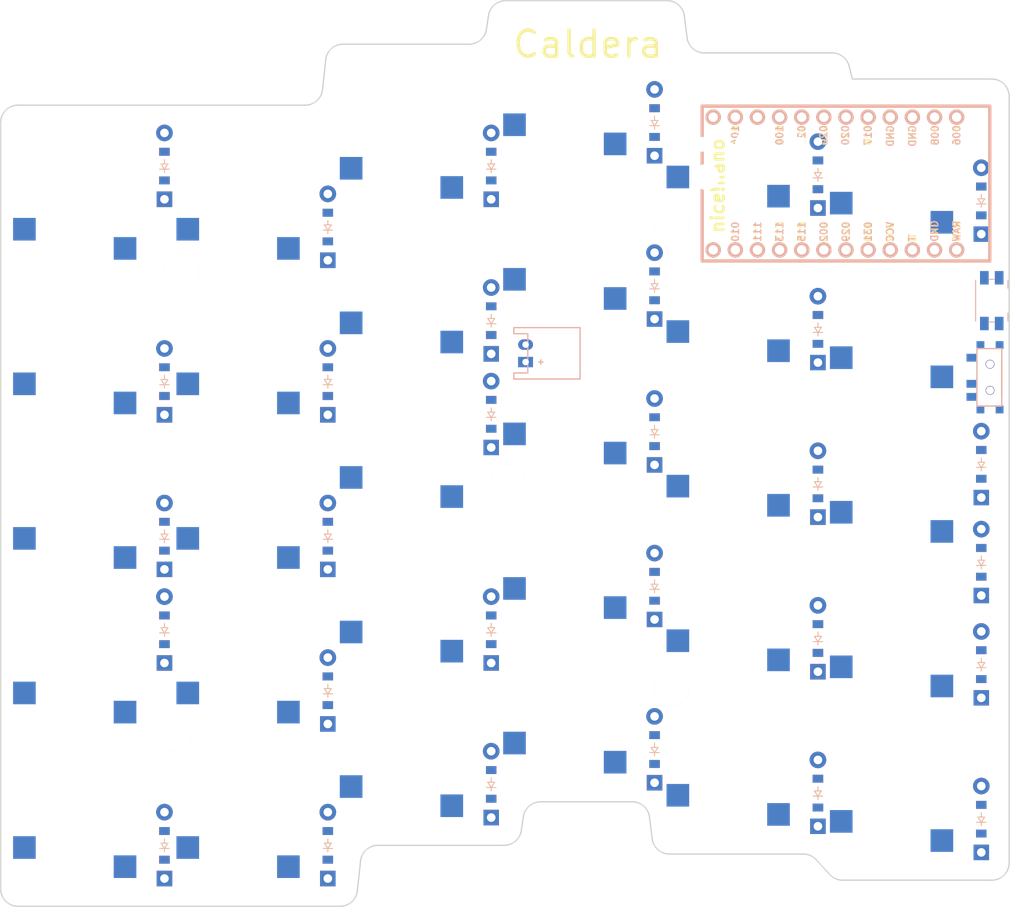
<source format=kicad_pcb>

            
(kicad_pcb (version 20171130) (host pcbnew 5.1.6)

  (page A3)
  (title_block
    (title left)
    (rev v1.0.0)
    (company Unknown)
  )

  (general
    (thickness 1.6)
  )

  (layers
    (0 F.Cu signal)
    (31 B.Cu signal)
    (32 B.Adhes user)
    (33 F.Adhes user)
    (34 B.Paste user)
    (35 F.Paste user)
    (36 B.SilkS user)
    (37 F.SilkS user)
    (38 B.Mask user)
    (39 F.Mask user)
    (40 Dwgs.User user)
    (41 Cmts.User user)
    (42 Eco1.User user)
    (43 Eco2.User user)
    (44 Edge.Cuts user)
    (45 Margin user)
    (46 B.CrtYd user)
    (47 F.CrtYd user)
    (48 B.Fab user)
    (49 F.Fab user)
  )

  (setup
    (last_trace_width 0.25)
    (trace_clearance 0.2)
    (zone_clearance 0.508)
    (zone_45_only no)
    (trace_min 0.2)
    (via_size 0.8)
    (via_drill 0.4)
    (via_min_size 0.4)
    (via_min_drill 0.3)
    (uvia_size 0.3)
    (uvia_drill 0.1)
    (uvias_allowed no)
    (uvia_min_size 0.2)
    (uvia_min_drill 0.1)
    (edge_width 0.05)
    (segment_width 0.2)
    (pcb_text_width 0.3)
    (pcb_text_size 1.5 1.5)
    (mod_edge_width 0.12)
    (mod_text_size 1 1)
    (mod_text_width 0.15)
    (pad_size 1.524 1.524)
    (pad_drill 0.762)
    (pad_to_mask_clearance 0.05)
    (aux_axis_origin 0 0)
    (visible_elements FFFFFF7F)
    (pcbplotparams
      (layerselection 0x010fc_ffffffff)
      (usegerberextensions false)
      (usegerberattributes true)
      (usegerberadvancedattributes true)
      (creategerberjobfile true)
      (excludeedgelayer true)
      (linewidth 0.100000)
      (plotframeref false)
      (viasonmask false)
      (mode 1)
      (useauxorigin false)
      (hpglpennumber 1)
      (hpglpenspeed 20)
      (hpglpendiameter 15.000000)
      (psnegative false)
      (psa4output false)
      (plotreference true)
      (plotvalue true)
      (plotinvisibletext false)
      (padsonsilk false)
      (subtractmaskfromsilk false)
      (outputformat 1)
      (mirror false)
      (drillshape 1)
      (scaleselection 1)
      (outputdirectory ""))
  )

            (net 0 "")
(net 1 "P020")
(net 2 "first_mod")
(net 3 "first_bottom")
(net 4 "first_home")
(net 5 "first_top")
(net 6 "first_num")
(net 7 "P022")
(net 8 "second_mod")
(net 9 "second_bottom")
(net 10 "second_home")
(net 11 "second_top")
(net 12 "second_num")
(net 13 "P024")
(net 14 "third_mod")
(net 15 "third_bottom")
(net 16 "third_home")
(net 17 "third_top")
(net 18 "third_num")
(net 19 "P100")
(net 20 "fourth_mod")
(net 21 "fourth_bottom")
(net 22 "fourth_home")
(net 23 "fourth_top")
(net 24 "fourth_num")
(net 25 "P011")
(net 26 "fifth_mod")
(net 27 "fifth_bottom")
(net 28 "fifth_home")
(net 29 "fifth_top")
(net 30 "fifth_num")
(net 31 "P017")
(net 32 "sixth_mod")
(net 33 "sixth_bottom")
(net 34 "sixth_home")
(net 35 "sixth_top")
(net 36 "sixth_num")
(net 37 "P113")
(net 38 "P002")
(net 39 "P029")
(net 40 "P115")
(net 41 "P031")
(net 42 "RAW")
(net 43 "GND")
(net 44 "RST")
(net 45 "VCC")
(net 46 "P111")
(net 47 "P010")
(net 48 "P009")
(net 49 "P006")
(net 50 "P008")
(net 51 "P104")
(net 52 "P106")
(net 53 "pos")
            
  (net_class Default "This is the default net class."
    (clearance 0.2)
    (trace_width 0.25)
    (via_dia 0.8)
    (via_drill 0.4)
    (uvia_dia 0.3)
    (uvia_drill 0.1)
    (add_net "")
(add_net "P020")
(add_net "first_mod")
(add_net "first_bottom")
(add_net "first_home")
(add_net "first_top")
(add_net "first_num")
(add_net "P022")
(add_net "second_mod")
(add_net "second_bottom")
(add_net "second_home")
(add_net "second_top")
(add_net "second_num")
(add_net "P024")
(add_net "third_mod")
(add_net "third_bottom")
(add_net "third_home")
(add_net "third_top")
(add_net "third_num")
(add_net "P100")
(add_net "fourth_mod")
(add_net "fourth_bottom")
(add_net "fourth_home")
(add_net "fourth_top")
(add_net "fourth_num")
(add_net "P011")
(add_net "fifth_mod")
(add_net "fifth_bottom")
(add_net "fifth_home")
(add_net "fifth_top")
(add_net "fifth_num")
(add_net "P017")
(add_net "sixth_mod")
(add_net "sixth_bottom")
(add_net "sixth_home")
(add_net "sixth_top")
(add_net "sixth_num")
(add_net "P113")
(add_net "P002")
(add_net "P029")
(add_net "P115")
(add_net "P031")
(add_net "RAW")
(add_net "GND")
(add_net "RST")
(add_net "VCC")
(add_net "P111")
(add_net "P010")
(add_net "P009")
(add_net "P006")
(add_net "P008")
(add_net "P104")
(add_net "P106")
(add_net "pos")
  )

            
        
      (module PG1350 (layer F.Cu) (tedit 5DD50112)
      (at 100 150 180)

      
      (fp_text reference "S1" (at 0 0) (layer F.SilkS) hide (effects (font (size 1.27 1.27) (thickness 0.15))))
      (fp_text value "" (at 0 0) (layer F.SilkS) hide (effects (font (size 1.27 1.27) (thickness 0.15))))

      
      (fp_line (start -7 -6) (end -7 -7) (layer Dwgs.User) (width 0.15))
      (fp_line (start -7 7) (end -6 7) (layer Dwgs.User) (width 0.15))
      (fp_line (start -6 -7) (end -7 -7) (layer Dwgs.User) (width 0.15))
      (fp_line (start -7 7) (end -7 6) (layer Dwgs.User) (width 0.15))
      (fp_line (start 7 6) (end 7 7) (layer Dwgs.User) (width 0.15))
      (fp_line (start 7 -7) (end 6 -7) (layer Dwgs.User) (width 0.15))
      (fp_line (start 6 7) (end 7 7) (layer Dwgs.User) (width 0.15))
      (fp_line (start 7 -7) (end 7 -6) (layer Dwgs.User) (width 0.15))      
      
      
      (pad "" np_thru_hole circle (at 0 0) (size 3.429 3.429) (drill 3.429) (layers *.Cu *.Mask))
        
      
      (pad "" np_thru_hole circle (at 5.5 0) (size 1.7018 1.7018) (drill 1.7018) (layers *.Cu *.Mask))
      (pad "" np_thru_hole circle (at -5.5 0) (size 1.7018 1.7018) (drill 1.7018) (layers *.Cu *.Mask))
      
        
      
      (fp_line (start -9 -8.5) (end 9 -8.5) (layer Dwgs.User) (width 0.15))
      (fp_line (start 9 -8.5) (end 9 8.5) (layer Dwgs.User) (width 0.15))
      (fp_line (start 9 8.5) (end -9 8.5) (layer Dwgs.User) (width 0.15))
      (fp_line (start -9 8.5) (end -9 -8.5) (layer Dwgs.User) (width 0.15))
      
        
          
          (pad "" np_thru_hole circle (at 5 -3.75) (size 3 3) (drill 3) (layers *.Cu *.Mask))
          (pad "" np_thru_hole circle (at 0 -5.95) (size 3 3) (drill 3) (layers *.Cu *.Mask))
      
          
          (pad 1 smd rect (at -3.275 -5.95 180) (size 2.6 2.6) (layers B.Cu B.Paste B.Mask)  (net 1 "P020"))
          (pad 2 smd rect (at 8.275 -3.75 180) (size 2.6 2.6) (layers B.Cu B.Paste B.Mask)  (net 2 "first_mod"))
        )
        

        
      (module PG1350 (layer F.Cu) (tedit 5DD50112)
      (at 100 132.25 180)

      
      (fp_text reference "S2" (at 0 0) (layer F.SilkS) hide (effects (font (size 1.27 1.27) (thickness 0.15))))
      (fp_text value "" (at 0 0) (layer F.SilkS) hide (effects (font (size 1.27 1.27) (thickness 0.15))))

      
      (fp_line (start -7 -6) (end -7 -7) (layer Dwgs.User) (width 0.15))
      (fp_line (start -7 7) (end -6 7) (layer Dwgs.User) (width 0.15))
      (fp_line (start -6 -7) (end -7 -7) (layer Dwgs.User) (width 0.15))
      (fp_line (start -7 7) (end -7 6) (layer Dwgs.User) (width 0.15))
      (fp_line (start 7 6) (end 7 7) (layer Dwgs.User) (width 0.15))
      (fp_line (start 7 -7) (end 6 -7) (layer Dwgs.User) (width 0.15))
      (fp_line (start 6 7) (end 7 7) (layer Dwgs.User) (width 0.15))
      (fp_line (start 7 -7) (end 7 -6) (layer Dwgs.User) (width 0.15))      
      
      
      (pad "" np_thru_hole circle (at 0 0) (size 3.429 3.429) (drill 3.429) (layers *.Cu *.Mask))
        
      
      (pad "" np_thru_hole circle (at 5.5 0) (size 1.7018 1.7018) (drill 1.7018) (layers *.Cu *.Mask))
      (pad "" np_thru_hole circle (at -5.5 0) (size 1.7018 1.7018) (drill 1.7018) (layers *.Cu *.Mask))
      
        
      
      (fp_line (start -9 -8.5) (end 9 -8.5) (layer Dwgs.User) (width 0.15))
      (fp_line (start 9 -8.5) (end 9 8.5) (layer Dwgs.User) (width 0.15))
      (fp_line (start 9 8.5) (end -9 8.5) (layer Dwgs.User) (width 0.15))
      (fp_line (start -9 8.5) (end -9 -8.5) (layer Dwgs.User) (width 0.15))
      
        
          
          (pad "" np_thru_hole circle (at 5 -3.75) (size 3 3) (drill 3) (layers *.Cu *.Mask))
          (pad "" np_thru_hole circle (at 0 -5.95) (size 3 3) (drill 3) (layers *.Cu *.Mask))
      
          
          (pad 1 smd rect (at -3.275 -5.95 180) (size 2.6 2.6) (layers B.Cu B.Paste B.Mask)  (net 1 "P020"))
          (pad 2 smd rect (at 8.275 -3.75 180) (size 2.6 2.6) (layers B.Cu B.Paste B.Mask)  (net 3 "first_bottom"))
        )
        

        
      (module PG1350 (layer F.Cu) (tedit 5DD50112)
      (at 100 114.5 180)

      
      (fp_text reference "S3" (at 0 0) (layer F.SilkS) hide (effects (font (size 1.27 1.27) (thickness 0.15))))
      (fp_text value "" (at 0 0) (layer F.SilkS) hide (effects (font (size 1.27 1.27) (thickness 0.15))))

      
      (fp_line (start -7 -6) (end -7 -7) (layer Dwgs.User) (width 0.15))
      (fp_line (start -7 7) (end -6 7) (layer Dwgs.User) (width 0.15))
      (fp_line (start -6 -7) (end -7 -7) (layer Dwgs.User) (width 0.15))
      (fp_line (start -7 7) (end -7 6) (layer Dwgs.User) (width 0.15))
      (fp_line (start 7 6) (end 7 7) (layer Dwgs.User) (width 0.15))
      (fp_line (start 7 -7) (end 6 -7) (layer Dwgs.User) (width 0.15))
      (fp_line (start 6 7) (end 7 7) (layer Dwgs.User) (width 0.15))
      (fp_line (start 7 -7) (end 7 -6) (layer Dwgs.User) (width 0.15))      
      
      
      (pad "" np_thru_hole circle (at 0 0) (size 3.429 3.429) (drill 3.429) (layers *.Cu *.Mask))
        
      
      (pad "" np_thru_hole circle (at 5.5 0) (size 1.7018 1.7018) (drill 1.7018) (layers *.Cu *.Mask))
      (pad "" np_thru_hole circle (at -5.5 0) (size 1.7018 1.7018) (drill 1.7018) (layers *.Cu *.Mask))
      
        
      
      (fp_line (start -9 -8.5) (end 9 -8.5) (layer Dwgs.User) (width 0.15))
      (fp_line (start 9 -8.5) (end 9 8.5) (layer Dwgs.User) (width 0.15))
      (fp_line (start 9 8.5) (end -9 8.5) (layer Dwgs.User) (width 0.15))
      (fp_line (start -9 8.5) (end -9 -8.5) (layer Dwgs.User) (width 0.15))
      
        
          
          (pad "" np_thru_hole circle (at 5 -3.75) (size 3 3) (drill 3) (layers *.Cu *.Mask))
          (pad "" np_thru_hole circle (at 0 -5.95) (size 3 3) (drill 3) (layers *.Cu *.Mask))
      
          
          (pad 1 smd rect (at -3.275 -5.95 180) (size 2.6 2.6) (layers B.Cu B.Paste B.Mask)  (net 1 "P020"))
          (pad 2 smd rect (at 8.275 -3.75 180) (size 2.6 2.6) (layers B.Cu B.Paste B.Mask)  (net 4 "first_home"))
        )
        

        
      (module PG1350 (layer F.Cu) (tedit 5DD50112)
      (at 100 96.75 180)

      
      (fp_text reference "S4" (at 0 0) (layer F.SilkS) hide (effects (font (size 1.27 1.27) (thickness 0.15))))
      (fp_text value "" (at 0 0) (layer F.SilkS) hide (effects (font (size 1.27 1.27) (thickness 0.15))))

      
      (fp_line (start -7 -6) (end -7 -7) (layer Dwgs.User) (width 0.15))
      (fp_line (start -7 7) (end -6 7) (layer Dwgs.User) (width 0.15))
      (fp_line (start -6 -7) (end -7 -7) (layer Dwgs.User) (width 0.15))
      (fp_line (start -7 7) (end -7 6) (layer Dwgs.User) (width 0.15))
      (fp_line (start 7 6) (end 7 7) (layer Dwgs.User) (width 0.15))
      (fp_line (start 7 -7) (end 6 -7) (layer Dwgs.User) (width 0.15))
      (fp_line (start 6 7) (end 7 7) (layer Dwgs.User) (width 0.15))
      (fp_line (start 7 -7) (end 7 -6) (layer Dwgs.User) (width 0.15))      
      
      
      (pad "" np_thru_hole circle (at 0 0) (size 3.429 3.429) (drill 3.429) (layers *.Cu *.Mask))
        
      
      (pad "" np_thru_hole circle (at 5.5 0) (size 1.7018 1.7018) (drill 1.7018) (layers *.Cu *.Mask))
      (pad "" np_thru_hole circle (at -5.5 0) (size 1.7018 1.7018) (drill 1.7018) (layers *.Cu *.Mask))
      
        
      
      (fp_line (start -9 -8.5) (end 9 -8.5) (layer Dwgs.User) (width 0.15))
      (fp_line (start 9 -8.5) (end 9 8.5) (layer Dwgs.User) (width 0.15))
      (fp_line (start 9 8.5) (end -9 8.5) (layer Dwgs.User) (width 0.15))
      (fp_line (start -9 8.5) (end -9 -8.5) (layer Dwgs.User) (width 0.15))
      
        
          
          (pad "" np_thru_hole circle (at 5 -3.75) (size 3 3) (drill 3) (layers *.Cu *.Mask))
          (pad "" np_thru_hole circle (at 0 -5.95) (size 3 3) (drill 3) (layers *.Cu *.Mask))
      
          
          (pad 1 smd rect (at -3.275 -5.95 180) (size 2.6 2.6) (layers B.Cu B.Paste B.Mask)  (net 1 "P020"))
          (pad 2 smd rect (at 8.275 -3.75 180) (size 2.6 2.6) (layers B.Cu B.Paste B.Mask)  (net 5 "first_top"))
        )
        

        
      (module PG1350 (layer F.Cu) (tedit 5DD50112)
      (at 100 79 180)

      
      (fp_text reference "S5" (at 0 0) (layer F.SilkS) hide (effects (font (size 1.27 1.27) (thickness 0.15))))
      (fp_text value "" (at 0 0) (layer F.SilkS) hide (effects (font (size 1.27 1.27) (thickness 0.15))))

      
      (fp_line (start -7 -6) (end -7 -7) (layer Dwgs.User) (width 0.15))
      (fp_line (start -7 7) (end -6 7) (layer Dwgs.User) (width 0.15))
      (fp_line (start -6 -7) (end -7 -7) (layer Dwgs.User) (width 0.15))
      (fp_line (start -7 7) (end -7 6) (layer Dwgs.User) (width 0.15))
      (fp_line (start 7 6) (end 7 7) (layer Dwgs.User) (width 0.15))
      (fp_line (start 7 -7) (end 6 -7) (layer Dwgs.User) (width 0.15))
      (fp_line (start 6 7) (end 7 7) (layer Dwgs.User) (width 0.15))
      (fp_line (start 7 -7) (end 7 -6) (layer Dwgs.User) (width 0.15))      
      
      
      (pad "" np_thru_hole circle (at 0 0) (size 3.429 3.429) (drill 3.429) (layers *.Cu *.Mask))
        
      
      (pad "" np_thru_hole circle (at 5.5 0) (size 1.7018 1.7018) (drill 1.7018) (layers *.Cu *.Mask))
      (pad "" np_thru_hole circle (at -5.5 0) (size 1.7018 1.7018) (drill 1.7018) (layers *.Cu *.Mask))
      
        
      
      (fp_line (start -9 -8.5) (end 9 -8.5) (layer Dwgs.User) (width 0.15))
      (fp_line (start 9 -8.5) (end 9 8.5) (layer Dwgs.User) (width 0.15))
      (fp_line (start 9 8.5) (end -9 8.5) (layer Dwgs.User) (width 0.15))
      (fp_line (start -9 8.5) (end -9 -8.5) (layer Dwgs.User) (width 0.15))
      
        
          
          (pad "" np_thru_hole circle (at 5 -3.75) (size 3 3) (drill 3) (layers *.Cu *.Mask))
          (pad "" np_thru_hole circle (at 0 -5.95) (size 3 3) (drill 3) (layers *.Cu *.Mask))
      
          
          (pad 1 smd rect (at -3.275 -5.95 180) (size 2.6 2.6) (layers B.Cu B.Paste B.Mask)  (net 1 "P020"))
          (pad 2 smd rect (at 8.275 -3.75 180) (size 2.6 2.6) (layers B.Cu B.Paste B.Mask)  (net 6 "first_num"))
        )
        

        
      (module PG1350 (layer F.Cu) (tedit 5DD50112)
      (at 118.75 150 180)

      
      (fp_text reference "S6" (at 0 0) (layer F.SilkS) hide (effects (font (size 1.27 1.27) (thickness 0.15))))
      (fp_text value "" (at 0 0) (layer F.SilkS) hide (effects (font (size 1.27 1.27) (thickness 0.15))))

      
      (fp_line (start -7 -6) (end -7 -7) (layer Dwgs.User) (width 0.15))
      (fp_line (start -7 7) (end -6 7) (layer Dwgs.User) (width 0.15))
      (fp_line (start -6 -7) (end -7 -7) (layer Dwgs.User) (width 0.15))
      (fp_line (start -7 7) (end -7 6) (layer Dwgs.User) (width 0.15))
      (fp_line (start 7 6) (end 7 7) (layer Dwgs.User) (width 0.15))
      (fp_line (start 7 -7) (end 6 -7) (layer Dwgs.User) (width 0.15))
      (fp_line (start 6 7) (end 7 7) (layer Dwgs.User) (width 0.15))
      (fp_line (start 7 -7) (end 7 -6) (layer Dwgs.User) (width 0.15))      
      
      
      (pad "" np_thru_hole circle (at 0 0) (size 3.429 3.429) (drill 3.429) (layers *.Cu *.Mask))
        
      
      (pad "" np_thru_hole circle (at 5.5 0) (size 1.7018 1.7018) (drill 1.7018) (layers *.Cu *.Mask))
      (pad "" np_thru_hole circle (at -5.5 0) (size 1.7018 1.7018) (drill 1.7018) (layers *.Cu *.Mask))
      
        
      
      (fp_line (start -9 -8.5) (end 9 -8.5) (layer Dwgs.User) (width 0.15))
      (fp_line (start 9 -8.5) (end 9 8.5) (layer Dwgs.User) (width 0.15))
      (fp_line (start 9 8.5) (end -9 8.5) (layer Dwgs.User) (width 0.15))
      (fp_line (start -9 8.5) (end -9 -8.5) (layer Dwgs.User) (width 0.15))
      
        
          
          (pad "" np_thru_hole circle (at 5 -3.75) (size 3 3) (drill 3) (layers *.Cu *.Mask))
          (pad "" np_thru_hole circle (at 0 -5.95) (size 3 3) (drill 3) (layers *.Cu *.Mask))
      
          
          (pad 1 smd rect (at -3.275 -5.95 180) (size 2.6 2.6) (layers B.Cu B.Paste B.Mask)  (net 7 "P022"))
          (pad 2 smd rect (at 8.275 -3.75 180) (size 2.6 2.6) (layers B.Cu B.Paste B.Mask)  (net 8 "second_mod"))
        )
        

        
      (module PG1350 (layer F.Cu) (tedit 5DD50112)
      (at 118.75 132.25 180)

      
      (fp_text reference "S7" (at 0 0) (layer F.SilkS) hide (effects (font (size 1.27 1.27) (thickness 0.15))))
      (fp_text value "" (at 0 0) (layer F.SilkS) hide (effects (font (size 1.27 1.27) (thickness 0.15))))

      
      (fp_line (start -7 -6) (end -7 -7) (layer Dwgs.User) (width 0.15))
      (fp_line (start -7 7) (end -6 7) (layer Dwgs.User) (width 0.15))
      (fp_line (start -6 -7) (end -7 -7) (layer Dwgs.User) (width 0.15))
      (fp_line (start -7 7) (end -7 6) (layer Dwgs.User) (width 0.15))
      (fp_line (start 7 6) (end 7 7) (layer Dwgs.User) (width 0.15))
      (fp_line (start 7 -7) (end 6 -7) (layer Dwgs.User) (width 0.15))
      (fp_line (start 6 7) (end 7 7) (layer Dwgs.User) (width 0.15))
      (fp_line (start 7 -7) (end 7 -6) (layer Dwgs.User) (width 0.15))      
      
      
      (pad "" np_thru_hole circle (at 0 0) (size 3.429 3.429) (drill 3.429) (layers *.Cu *.Mask))
        
      
      (pad "" np_thru_hole circle (at 5.5 0) (size 1.7018 1.7018) (drill 1.7018) (layers *.Cu *.Mask))
      (pad "" np_thru_hole circle (at -5.5 0) (size 1.7018 1.7018) (drill 1.7018) (layers *.Cu *.Mask))
      
        
      
      (fp_line (start -9 -8.5) (end 9 -8.5) (layer Dwgs.User) (width 0.15))
      (fp_line (start 9 -8.5) (end 9 8.5) (layer Dwgs.User) (width 0.15))
      (fp_line (start 9 8.5) (end -9 8.5) (layer Dwgs.User) (width 0.15))
      (fp_line (start -9 8.5) (end -9 -8.5) (layer Dwgs.User) (width 0.15))
      
        
          
          (pad "" np_thru_hole circle (at 5 -3.75) (size 3 3) (drill 3) (layers *.Cu *.Mask))
          (pad "" np_thru_hole circle (at 0 -5.95) (size 3 3) (drill 3) (layers *.Cu *.Mask))
      
          
          (pad 1 smd rect (at -3.275 -5.95 180) (size 2.6 2.6) (layers B.Cu B.Paste B.Mask)  (net 7 "P022"))
          (pad 2 smd rect (at 8.275 -3.75 180) (size 2.6 2.6) (layers B.Cu B.Paste B.Mask)  (net 9 "second_bottom"))
        )
        

        
      (module PG1350 (layer F.Cu) (tedit 5DD50112)
      (at 118.75 114.5 180)

      
      (fp_text reference "S8" (at 0 0) (layer F.SilkS) hide (effects (font (size 1.27 1.27) (thickness 0.15))))
      (fp_text value "" (at 0 0) (layer F.SilkS) hide (effects (font (size 1.27 1.27) (thickness 0.15))))

      
      (fp_line (start -7 -6) (end -7 -7) (layer Dwgs.User) (width 0.15))
      (fp_line (start -7 7) (end -6 7) (layer Dwgs.User) (width 0.15))
      (fp_line (start -6 -7) (end -7 -7) (layer Dwgs.User) (width 0.15))
      (fp_line (start -7 7) (end -7 6) (layer Dwgs.User) (width 0.15))
      (fp_line (start 7 6) (end 7 7) (layer Dwgs.User) (width 0.15))
      (fp_line (start 7 -7) (end 6 -7) (layer Dwgs.User) (width 0.15))
      (fp_line (start 6 7) (end 7 7) (layer Dwgs.User) (width 0.15))
      (fp_line (start 7 -7) (end 7 -6) (layer Dwgs.User) (width 0.15))      
      
      
      (pad "" np_thru_hole circle (at 0 0) (size 3.429 3.429) (drill 3.429) (layers *.Cu *.Mask))
        
      
      (pad "" np_thru_hole circle (at 5.5 0) (size 1.7018 1.7018) (drill 1.7018) (layers *.Cu *.Mask))
      (pad "" np_thru_hole circle (at -5.5 0) (size 1.7018 1.7018) (drill 1.7018) (layers *.Cu *.Mask))
      
        
      
      (fp_line (start -9 -8.5) (end 9 -8.5) (layer Dwgs.User) (width 0.15))
      (fp_line (start 9 -8.5) (end 9 8.5) (layer Dwgs.User) (width 0.15))
      (fp_line (start 9 8.5) (end -9 8.5) (layer Dwgs.User) (width 0.15))
      (fp_line (start -9 8.5) (end -9 -8.5) (layer Dwgs.User) (width 0.15))
      
        
          
          (pad "" np_thru_hole circle (at 5 -3.75) (size 3 3) (drill 3) (layers *.Cu *.Mask))
          (pad "" np_thru_hole circle (at 0 -5.95) (size 3 3) (drill 3) (layers *.Cu *.Mask))
      
          
          (pad 1 smd rect (at -3.275 -5.95 180) (size 2.6 2.6) (layers B.Cu B.Paste B.Mask)  (net 7 "P022"))
          (pad 2 smd rect (at 8.275 -3.75 180) (size 2.6 2.6) (layers B.Cu B.Paste B.Mask)  (net 10 "second_home"))
        )
        

        
      (module PG1350 (layer F.Cu) (tedit 5DD50112)
      (at 118.75 96.75 180)

      
      (fp_text reference "S9" (at 0 0) (layer F.SilkS) hide (effects (font (size 1.27 1.27) (thickness 0.15))))
      (fp_text value "" (at 0 0) (layer F.SilkS) hide (effects (font (size 1.27 1.27) (thickness 0.15))))

      
      (fp_line (start -7 -6) (end -7 -7) (layer Dwgs.User) (width 0.15))
      (fp_line (start -7 7) (end -6 7) (layer Dwgs.User) (width 0.15))
      (fp_line (start -6 -7) (end -7 -7) (layer Dwgs.User) (width 0.15))
      (fp_line (start -7 7) (end -7 6) (layer Dwgs.User) (width 0.15))
      (fp_line (start 7 6) (end 7 7) (layer Dwgs.User) (width 0.15))
      (fp_line (start 7 -7) (end 6 -7) (layer Dwgs.User) (width 0.15))
      (fp_line (start 6 7) (end 7 7) (layer Dwgs.User) (width 0.15))
      (fp_line (start 7 -7) (end 7 -6) (layer Dwgs.User) (width 0.15))      
      
      
      (pad "" np_thru_hole circle (at 0 0) (size 3.429 3.429) (drill 3.429) (layers *.Cu *.Mask))
        
      
      (pad "" np_thru_hole circle (at 5.5 0) (size 1.7018 1.7018) (drill 1.7018) (layers *.Cu *.Mask))
      (pad "" np_thru_hole circle (at -5.5 0) (size 1.7018 1.7018) (drill 1.7018) (layers *.Cu *.Mask))
      
        
      
      (fp_line (start -9 -8.5) (end 9 -8.5) (layer Dwgs.User) (width 0.15))
      (fp_line (start 9 -8.5) (end 9 8.5) (layer Dwgs.User) (width 0.15))
      (fp_line (start 9 8.5) (end -9 8.5) (layer Dwgs.User) (width 0.15))
      (fp_line (start -9 8.5) (end -9 -8.5) (layer Dwgs.User) (width 0.15))
      
        
          
          (pad "" np_thru_hole circle (at 5 -3.75) (size 3 3) (drill 3) (layers *.Cu *.Mask))
          (pad "" np_thru_hole circle (at 0 -5.95) (size 3 3) (drill 3) (layers *.Cu *.Mask))
      
          
          (pad 1 smd rect (at -3.275 -5.95 180) (size 2.6 2.6) (layers B.Cu B.Paste B.Mask)  (net 7 "P022"))
          (pad 2 smd rect (at 8.275 -3.75 180) (size 2.6 2.6) (layers B.Cu B.Paste B.Mask)  (net 11 "second_top"))
        )
        

        
      (module PG1350 (layer F.Cu) (tedit 5DD50112)
      (at 118.75 79 180)

      
      (fp_text reference "S10" (at 0 0) (layer F.SilkS) hide (effects (font (size 1.27 1.27) (thickness 0.15))))
      (fp_text value "" (at 0 0) (layer F.SilkS) hide (effects (font (size 1.27 1.27) (thickness 0.15))))

      
      (fp_line (start -7 -6) (end -7 -7) (layer Dwgs.User) (width 0.15))
      (fp_line (start -7 7) (end -6 7) (layer Dwgs.User) (width 0.15))
      (fp_line (start -6 -7) (end -7 -7) (layer Dwgs.User) (width 0.15))
      (fp_line (start -7 7) (end -7 6) (layer Dwgs.User) (width 0.15))
      (fp_line (start 7 6) (end 7 7) (layer Dwgs.User) (width 0.15))
      (fp_line (start 7 -7) (end 6 -7) (layer Dwgs.User) (width 0.15))
      (fp_line (start 6 7) (end 7 7) (layer Dwgs.User) (width 0.15))
      (fp_line (start 7 -7) (end 7 -6) (layer Dwgs.User) (width 0.15))      
      
      
      (pad "" np_thru_hole circle (at 0 0) (size 3.429 3.429) (drill 3.429) (layers *.Cu *.Mask))
        
      
      (pad "" np_thru_hole circle (at 5.5 0) (size 1.7018 1.7018) (drill 1.7018) (layers *.Cu *.Mask))
      (pad "" np_thru_hole circle (at -5.5 0) (size 1.7018 1.7018) (drill 1.7018) (layers *.Cu *.Mask))
      
        
      
      (fp_line (start -9 -8.5) (end 9 -8.5) (layer Dwgs.User) (width 0.15))
      (fp_line (start 9 -8.5) (end 9 8.5) (layer Dwgs.User) (width 0.15))
      (fp_line (start 9 8.5) (end -9 8.5) (layer Dwgs.User) (width 0.15))
      (fp_line (start -9 8.5) (end -9 -8.5) (layer Dwgs.User) (width 0.15))
      
        
          
          (pad "" np_thru_hole circle (at 5 -3.75) (size 3 3) (drill 3) (layers *.Cu *.Mask))
          (pad "" np_thru_hole circle (at 0 -5.95) (size 3 3) (drill 3) (layers *.Cu *.Mask))
      
          
          (pad 1 smd rect (at -3.275 -5.95 180) (size 2.6 2.6) (layers B.Cu B.Paste B.Mask)  (net 7 "P022"))
          (pad 2 smd rect (at 8.275 -3.75 180) (size 2.6 2.6) (layers B.Cu B.Paste B.Mask)  (net 12 "second_num"))
        )
        

        
      (module PG1350 (layer F.Cu) (tedit 5DD50112)
      (at 137.5 143 180)

      
      (fp_text reference "S11" (at 0 0) (layer F.SilkS) hide (effects (font (size 1.27 1.27) (thickness 0.15))))
      (fp_text value "" (at 0 0) (layer F.SilkS) hide (effects (font (size 1.27 1.27) (thickness 0.15))))

      
      (fp_line (start -7 -6) (end -7 -7) (layer Dwgs.User) (width 0.15))
      (fp_line (start -7 7) (end -6 7) (layer Dwgs.User) (width 0.15))
      (fp_line (start -6 -7) (end -7 -7) (layer Dwgs.User) (width 0.15))
      (fp_line (start -7 7) (end -7 6) (layer Dwgs.User) (width 0.15))
      (fp_line (start 7 6) (end 7 7) (layer Dwgs.User) (width 0.15))
      (fp_line (start 7 -7) (end 6 -7) (layer Dwgs.User) (width 0.15))
      (fp_line (start 6 7) (end 7 7) (layer Dwgs.User) (width 0.15))
      (fp_line (start 7 -7) (end 7 -6) (layer Dwgs.User) (width 0.15))      
      
      
      (pad "" np_thru_hole circle (at 0 0) (size 3.429 3.429) (drill 3.429) (layers *.Cu *.Mask))
        
      
      (pad "" np_thru_hole circle (at 5.5 0) (size 1.7018 1.7018) (drill 1.7018) (layers *.Cu *.Mask))
      (pad "" np_thru_hole circle (at -5.5 0) (size 1.7018 1.7018) (drill 1.7018) (layers *.Cu *.Mask))
      
        
      
      (fp_line (start -9 -8.5) (end 9 -8.5) (layer Dwgs.User) (width 0.15))
      (fp_line (start 9 -8.5) (end 9 8.5) (layer Dwgs.User) (width 0.15))
      (fp_line (start 9 8.5) (end -9 8.5) (layer Dwgs.User) (width 0.15))
      (fp_line (start -9 8.5) (end -9 -8.5) (layer Dwgs.User) (width 0.15))
      
        
          
          (pad "" np_thru_hole circle (at 5 -3.75) (size 3 3) (drill 3) (layers *.Cu *.Mask))
          (pad "" np_thru_hole circle (at 0 -5.95) (size 3 3) (drill 3) (layers *.Cu *.Mask))
      
          
          (pad 1 smd rect (at -3.275 -5.95 180) (size 2.6 2.6) (layers B.Cu B.Paste B.Mask)  (net 13 "P024"))
          (pad 2 smd rect (at 8.275 -3.75 180) (size 2.6 2.6) (layers B.Cu B.Paste B.Mask)  (net 14 "third_mod"))
        )
        

        
      (module PG1350 (layer F.Cu) (tedit 5DD50112)
      (at 137.5 125.25 180)

      
      (fp_text reference "S12" (at 0 0) (layer F.SilkS) hide (effects (font (size 1.27 1.27) (thickness 0.15))))
      (fp_text value "" (at 0 0) (layer F.SilkS) hide (effects (font (size 1.27 1.27) (thickness 0.15))))

      
      (fp_line (start -7 -6) (end -7 -7) (layer Dwgs.User) (width 0.15))
      (fp_line (start -7 7) (end -6 7) (layer Dwgs.User) (width 0.15))
      (fp_line (start -6 -7) (end -7 -7) (layer Dwgs.User) (width 0.15))
      (fp_line (start -7 7) (end -7 6) (layer Dwgs.User) (width 0.15))
      (fp_line (start 7 6) (end 7 7) (layer Dwgs.User) (width 0.15))
      (fp_line (start 7 -7) (end 6 -7) (layer Dwgs.User) (width 0.15))
      (fp_line (start 6 7) (end 7 7) (layer Dwgs.User) (width 0.15))
      (fp_line (start 7 -7) (end 7 -6) (layer Dwgs.User) (width 0.15))      
      
      
      (pad "" np_thru_hole circle (at 0 0) (size 3.429 3.429) (drill 3.429) (layers *.Cu *.Mask))
        
      
      (pad "" np_thru_hole circle (at 5.5 0) (size 1.7018 1.7018) (drill 1.7018) (layers *.Cu *.Mask))
      (pad "" np_thru_hole circle (at -5.5 0) (size 1.7018 1.7018) (drill 1.7018) (layers *.Cu *.Mask))
      
        
      
      (fp_line (start -9 -8.5) (end 9 -8.5) (layer Dwgs.User) (width 0.15))
      (fp_line (start 9 -8.5) (end 9 8.5) (layer Dwgs.User) (width 0.15))
      (fp_line (start 9 8.5) (end -9 8.5) (layer Dwgs.User) (width 0.15))
      (fp_line (start -9 8.5) (end -9 -8.5) (layer Dwgs.User) (width 0.15))
      
        
          
          (pad "" np_thru_hole circle (at 5 -3.75) (size 3 3) (drill 3) (layers *.Cu *.Mask))
          (pad "" np_thru_hole circle (at 0 -5.95) (size 3 3) (drill 3) (layers *.Cu *.Mask))
      
          
          (pad 1 smd rect (at -3.275 -5.95 180) (size 2.6 2.6) (layers B.Cu B.Paste B.Mask)  (net 13 "P024"))
          (pad 2 smd rect (at 8.275 -3.75 180) (size 2.6 2.6) (layers B.Cu B.Paste B.Mask)  (net 15 "third_bottom"))
        )
        

        
      (module PG1350 (layer F.Cu) (tedit 5DD50112)
      (at 137.5 107.5 180)

      
      (fp_text reference "S13" (at 0 0) (layer F.SilkS) hide (effects (font (size 1.27 1.27) (thickness 0.15))))
      (fp_text value "" (at 0 0) (layer F.SilkS) hide (effects (font (size 1.27 1.27) (thickness 0.15))))

      
      (fp_line (start -7 -6) (end -7 -7) (layer Dwgs.User) (width 0.15))
      (fp_line (start -7 7) (end -6 7) (layer Dwgs.User) (width 0.15))
      (fp_line (start -6 -7) (end -7 -7) (layer Dwgs.User) (width 0.15))
      (fp_line (start -7 7) (end -7 6) (layer Dwgs.User) (width 0.15))
      (fp_line (start 7 6) (end 7 7) (layer Dwgs.User) (width 0.15))
      (fp_line (start 7 -7) (end 6 -7) (layer Dwgs.User) (width 0.15))
      (fp_line (start 6 7) (end 7 7) (layer Dwgs.User) (width 0.15))
      (fp_line (start 7 -7) (end 7 -6) (layer Dwgs.User) (width 0.15))      
      
      
      (pad "" np_thru_hole circle (at 0 0) (size 3.429 3.429) (drill 3.429) (layers *.Cu *.Mask))
        
      
      (pad "" np_thru_hole circle (at 5.5 0) (size 1.7018 1.7018) (drill 1.7018) (layers *.Cu *.Mask))
      (pad "" np_thru_hole circle (at -5.5 0) (size 1.7018 1.7018) (drill 1.7018) (layers *.Cu *.Mask))
      
        
      
      (fp_line (start -9 -8.5) (end 9 -8.5) (layer Dwgs.User) (width 0.15))
      (fp_line (start 9 -8.5) (end 9 8.5) (layer Dwgs.User) (width 0.15))
      (fp_line (start 9 8.5) (end -9 8.5) (layer Dwgs.User) (width 0.15))
      (fp_line (start -9 8.5) (end -9 -8.5) (layer Dwgs.User) (width 0.15))
      
        
          
          (pad "" np_thru_hole circle (at 5 -3.75) (size 3 3) (drill 3) (layers *.Cu *.Mask))
          (pad "" np_thru_hole circle (at 0 -5.95) (size 3 3) (drill 3) (layers *.Cu *.Mask))
      
          
          (pad 1 smd rect (at -3.275 -5.95 180) (size 2.6 2.6) (layers B.Cu B.Paste B.Mask)  (net 13 "P024"))
          (pad 2 smd rect (at 8.275 -3.75 180) (size 2.6 2.6) (layers B.Cu B.Paste B.Mask)  (net 16 "third_home"))
        )
        

        
      (module PG1350 (layer F.Cu) (tedit 5DD50112)
      (at 137.5 89.75 180)

      
      (fp_text reference "S14" (at 0 0) (layer F.SilkS) hide (effects (font (size 1.27 1.27) (thickness 0.15))))
      (fp_text value "" (at 0 0) (layer F.SilkS) hide (effects (font (size 1.27 1.27) (thickness 0.15))))

      
      (fp_line (start -7 -6) (end -7 -7) (layer Dwgs.User) (width 0.15))
      (fp_line (start -7 7) (end -6 7) (layer Dwgs.User) (width 0.15))
      (fp_line (start -6 -7) (end -7 -7) (layer Dwgs.User) (width 0.15))
      (fp_line (start -7 7) (end -7 6) (layer Dwgs.User) (width 0.15))
      (fp_line (start 7 6) (end 7 7) (layer Dwgs.User) (width 0.15))
      (fp_line (start 7 -7) (end 6 -7) (layer Dwgs.User) (width 0.15))
      (fp_line (start 6 7) (end 7 7) (layer Dwgs.User) (width 0.15))
      (fp_line (start 7 -7) (end 7 -6) (layer Dwgs.User) (width 0.15))      
      
      
      (pad "" np_thru_hole circle (at 0 0) (size 3.429 3.429) (drill 3.429) (layers *.Cu *.Mask))
        
      
      (pad "" np_thru_hole circle (at 5.5 0) (size 1.7018 1.7018) (drill 1.7018) (layers *.Cu *.Mask))
      (pad "" np_thru_hole circle (at -5.5 0) (size 1.7018 1.7018) (drill 1.7018) (layers *.Cu *.Mask))
      
        
      
      (fp_line (start -9 -8.5) (end 9 -8.5) (layer Dwgs.User) (width 0.15))
      (fp_line (start 9 -8.5) (end 9 8.5) (layer Dwgs.User) (width 0.15))
      (fp_line (start 9 8.5) (end -9 8.5) (layer Dwgs.User) (width 0.15))
      (fp_line (start -9 8.5) (end -9 -8.5) (layer Dwgs.User) (width 0.15))
      
        
          
          (pad "" np_thru_hole circle (at 5 -3.75) (size 3 3) (drill 3) (layers *.Cu *.Mask))
          (pad "" np_thru_hole circle (at 0 -5.95) (size 3 3) (drill 3) (layers *.Cu *.Mask))
      
          
          (pad 1 smd rect (at -3.275 -5.95 180) (size 2.6 2.6) (layers B.Cu B.Paste B.Mask)  (net 13 "P024"))
          (pad 2 smd rect (at 8.275 -3.75 180) (size 2.6 2.6) (layers B.Cu B.Paste B.Mask)  (net 17 "third_top"))
        )
        

        
      (module PG1350 (layer F.Cu) (tedit 5DD50112)
      (at 137.5 72 180)

      
      (fp_text reference "S15" (at 0 0) (layer F.SilkS) hide (effects (font (size 1.27 1.27) (thickness 0.15))))
      (fp_text value "" (at 0 0) (layer F.SilkS) hide (effects (font (size 1.27 1.27) (thickness 0.15))))

      
      (fp_line (start -7 -6) (end -7 -7) (layer Dwgs.User) (width 0.15))
      (fp_line (start -7 7) (end -6 7) (layer Dwgs.User) (width 0.15))
      (fp_line (start -6 -7) (end -7 -7) (layer Dwgs.User) (width 0.15))
      (fp_line (start -7 7) (end -7 6) (layer Dwgs.User) (width 0.15))
      (fp_line (start 7 6) (end 7 7) (layer Dwgs.User) (width 0.15))
      (fp_line (start 7 -7) (end 6 -7) (layer Dwgs.User) (width 0.15))
      (fp_line (start 6 7) (end 7 7) (layer Dwgs.User) (width 0.15))
      (fp_line (start 7 -7) (end 7 -6) (layer Dwgs.User) (width 0.15))      
      
      
      (pad "" np_thru_hole circle (at 0 0) (size 3.429 3.429) (drill 3.429) (layers *.Cu *.Mask))
        
      
      (pad "" np_thru_hole circle (at 5.5 0) (size 1.7018 1.7018) (drill 1.7018) (layers *.Cu *.Mask))
      (pad "" np_thru_hole circle (at -5.5 0) (size 1.7018 1.7018) (drill 1.7018) (layers *.Cu *.Mask))
      
        
      
      (fp_line (start -9 -8.5) (end 9 -8.5) (layer Dwgs.User) (width 0.15))
      (fp_line (start 9 -8.5) (end 9 8.5) (layer Dwgs.User) (width 0.15))
      (fp_line (start 9 8.5) (end -9 8.5) (layer Dwgs.User) (width 0.15))
      (fp_line (start -9 8.5) (end -9 -8.5) (layer Dwgs.User) (width 0.15))
      
        
          
          (pad "" np_thru_hole circle (at 5 -3.75) (size 3 3) (drill 3) (layers *.Cu *.Mask))
          (pad "" np_thru_hole circle (at 0 -5.95) (size 3 3) (drill 3) (layers *.Cu *.Mask))
      
          
          (pad 1 smd rect (at -3.275 -5.95 180) (size 2.6 2.6) (layers B.Cu B.Paste B.Mask)  (net 13 "P024"))
          (pad 2 smd rect (at 8.275 -3.75 180) (size 2.6 2.6) (layers B.Cu B.Paste B.Mask)  (net 18 "third_num"))
        )
        

        
      (module PG1350 (layer F.Cu) (tedit 5DD50112)
      (at 156.25 138 180)

      
      (fp_text reference "S16" (at 0 0) (layer F.SilkS) hide (effects (font (size 1.27 1.27) (thickness 0.15))))
      (fp_text value "" (at 0 0) (layer F.SilkS) hide (effects (font (size 1.27 1.27) (thickness 0.15))))

      
      (fp_line (start -7 -6) (end -7 -7) (layer Dwgs.User) (width 0.15))
      (fp_line (start -7 7) (end -6 7) (layer Dwgs.User) (width 0.15))
      (fp_line (start -6 -7) (end -7 -7) (layer Dwgs.User) (width 0.15))
      (fp_line (start -7 7) (end -7 6) (layer Dwgs.User) (width 0.15))
      (fp_line (start 7 6) (end 7 7) (layer Dwgs.User) (width 0.15))
      (fp_line (start 7 -7) (end 6 -7) (layer Dwgs.User) (width 0.15))
      (fp_line (start 6 7) (end 7 7) (layer Dwgs.User) (width 0.15))
      (fp_line (start 7 -7) (end 7 -6) (layer Dwgs.User) (width 0.15))      
      
      
      (pad "" np_thru_hole circle (at 0 0) (size 3.429 3.429) (drill 3.429) (layers *.Cu *.Mask))
        
      
      (pad "" np_thru_hole circle (at 5.5 0) (size 1.7018 1.7018) (drill 1.7018) (layers *.Cu *.Mask))
      (pad "" np_thru_hole circle (at -5.5 0) (size 1.7018 1.7018) (drill 1.7018) (layers *.Cu *.Mask))
      
        
      
      (fp_line (start -9 -8.5) (end 9 -8.5) (layer Dwgs.User) (width 0.15))
      (fp_line (start 9 -8.5) (end 9 8.5) (layer Dwgs.User) (width 0.15))
      (fp_line (start 9 8.5) (end -9 8.5) (layer Dwgs.User) (width 0.15))
      (fp_line (start -9 8.5) (end -9 -8.5) (layer Dwgs.User) (width 0.15))
      
        
          
          (pad "" np_thru_hole circle (at 5 -3.75) (size 3 3) (drill 3) (layers *.Cu *.Mask))
          (pad "" np_thru_hole circle (at 0 -5.95) (size 3 3) (drill 3) (layers *.Cu *.Mask))
      
          
          (pad 1 smd rect (at -3.275 -5.95 180) (size 2.6 2.6) (layers B.Cu B.Paste B.Mask)  (net 19 "P100"))
          (pad 2 smd rect (at 8.275 -3.75 180) (size 2.6 2.6) (layers B.Cu B.Paste B.Mask)  (net 20 "fourth_mod"))
        )
        

        
      (module PG1350 (layer F.Cu) (tedit 5DD50112)
      (at 156.25 120.25 180)

      
      (fp_text reference "S17" (at 0 0) (layer F.SilkS) hide (effects (font (size 1.27 1.27) (thickness 0.15))))
      (fp_text value "" (at 0 0) (layer F.SilkS) hide (effects (font (size 1.27 1.27) (thickness 0.15))))

      
      (fp_line (start -7 -6) (end -7 -7) (layer Dwgs.User) (width 0.15))
      (fp_line (start -7 7) (end -6 7) (layer Dwgs.User) (width 0.15))
      (fp_line (start -6 -7) (end -7 -7) (layer Dwgs.User) (width 0.15))
      (fp_line (start -7 7) (end -7 6) (layer Dwgs.User) (width 0.15))
      (fp_line (start 7 6) (end 7 7) (layer Dwgs.User) (width 0.15))
      (fp_line (start 7 -7) (end 6 -7) (layer Dwgs.User) (width 0.15))
      (fp_line (start 6 7) (end 7 7) (layer Dwgs.User) (width 0.15))
      (fp_line (start 7 -7) (end 7 -6) (layer Dwgs.User) (width 0.15))      
      
      
      (pad "" np_thru_hole circle (at 0 0) (size 3.429 3.429) (drill 3.429) (layers *.Cu *.Mask))
        
      
      (pad "" np_thru_hole circle (at 5.5 0) (size 1.7018 1.7018) (drill 1.7018) (layers *.Cu *.Mask))
      (pad "" np_thru_hole circle (at -5.5 0) (size 1.7018 1.7018) (drill 1.7018) (layers *.Cu *.Mask))
      
        
      
      (fp_line (start -9 -8.5) (end 9 -8.5) (layer Dwgs.User) (width 0.15))
      (fp_line (start 9 -8.5) (end 9 8.5) (layer Dwgs.User) (width 0.15))
      (fp_line (start 9 8.5) (end -9 8.5) (layer Dwgs.User) (width 0.15))
      (fp_line (start -9 8.5) (end -9 -8.5) (layer Dwgs.User) (width 0.15))
      
        
          
          (pad "" np_thru_hole circle (at 5 -3.75) (size 3 3) (drill 3) (layers *.Cu *.Mask))
          (pad "" np_thru_hole circle (at 0 -5.95) (size 3 3) (drill 3) (layers *.Cu *.Mask))
      
          
          (pad 1 smd rect (at -3.275 -5.95 180) (size 2.6 2.6) (layers B.Cu B.Paste B.Mask)  (net 19 "P100"))
          (pad 2 smd rect (at 8.275 -3.75 180) (size 2.6 2.6) (layers B.Cu B.Paste B.Mask)  (net 21 "fourth_bottom"))
        )
        

        
      (module PG1350 (layer F.Cu) (tedit 5DD50112)
      (at 156.25 102.5 180)

      
      (fp_text reference "S18" (at 0 0) (layer F.SilkS) hide (effects (font (size 1.27 1.27) (thickness 0.15))))
      (fp_text value "" (at 0 0) (layer F.SilkS) hide (effects (font (size 1.27 1.27) (thickness 0.15))))

      
      (fp_line (start -7 -6) (end -7 -7) (layer Dwgs.User) (width 0.15))
      (fp_line (start -7 7) (end -6 7) (layer Dwgs.User) (width 0.15))
      (fp_line (start -6 -7) (end -7 -7) (layer Dwgs.User) (width 0.15))
      (fp_line (start -7 7) (end -7 6) (layer Dwgs.User) (width 0.15))
      (fp_line (start 7 6) (end 7 7) (layer Dwgs.User) (width 0.15))
      (fp_line (start 7 -7) (end 6 -7) (layer Dwgs.User) (width 0.15))
      (fp_line (start 6 7) (end 7 7) (layer Dwgs.User) (width 0.15))
      (fp_line (start 7 -7) (end 7 -6) (layer Dwgs.User) (width 0.15))      
      
      
      (pad "" np_thru_hole circle (at 0 0) (size 3.429 3.429) (drill 3.429) (layers *.Cu *.Mask))
        
      
      (pad "" np_thru_hole circle (at 5.5 0) (size 1.7018 1.7018) (drill 1.7018) (layers *.Cu *.Mask))
      (pad "" np_thru_hole circle (at -5.5 0) (size 1.7018 1.7018) (drill 1.7018) (layers *.Cu *.Mask))
      
        
      
      (fp_line (start -9 -8.5) (end 9 -8.5) (layer Dwgs.User) (width 0.15))
      (fp_line (start 9 -8.5) (end 9 8.5) (layer Dwgs.User) (width 0.15))
      (fp_line (start 9 8.5) (end -9 8.5) (layer Dwgs.User) (width 0.15))
      (fp_line (start -9 8.5) (end -9 -8.5) (layer Dwgs.User) (width 0.15))
      
        
          
          (pad "" np_thru_hole circle (at 5 -3.75) (size 3 3) (drill 3) (layers *.Cu *.Mask))
          (pad "" np_thru_hole circle (at 0 -5.95) (size 3 3) (drill 3) (layers *.Cu *.Mask))
      
          
          (pad 1 smd rect (at -3.275 -5.95 180) (size 2.6 2.6) (layers B.Cu B.Paste B.Mask)  (net 19 "P100"))
          (pad 2 smd rect (at 8.275 -3.75 180) (size 2.6 2.6) (layers B.Cu B.Paste B.Mask)  (net 22 "fourth_home"))
        )
        

        
      (module PG1350 (layer F.Cu) (tedit 5DD50112)
      (at 156.25 84.75 180)

      
      (fp_text reference "S19" (at 0 0) (layer F.SilkS) hide (effects (font (size 1.27 1.27) (thickness 0.15))))
      (fp_text value "" (at 0 0) (layer F.SilkS) hide (effects (font (size 1.27 1.27) (thickness 0.15))))

      
      (fp_line (start -7 -6) (end -7 -7) (layer Dwgs.User) (width 0.15))
      (fp_line (start -7 7) (end -6 7) (layer Dwgs.User) (width 0.15))
      (fp_line (start -6 -7) (end -7 -7) (layer Dwgs.User) (width 0.15))
      (fp_line (start -7 7) (end -7 6) (layer Dwgs.User) (width 0.15))
      (fp_line (start 7 6) (end 7 7) (layer Dwgs.User) (width 0.15))
      (fp_line (start 7 -7) (end 6 -7) (layer Dwgs.User) (width 0.15))
      (fp_line (start 6 7) (end 7 7) (layer Dwgs.User) (width 0.15))
      (fp_line (start 7 -7) (end 7 -6) (layer Dwgs.User) (width 0.15))      
      
      
      (pad "" np_thru_hole circle (at 0 0) (size 3.429 3.429) (drill 3.429) (layers *.Cu *.Mask))
        
      
      (pad "" np_thru_hole circle (at 5.5 0) (size 1.7018 1.7018) (drill 1.7018) (layers *.Cu *.Mask))
      (pad "" np_thru_hole circle (at -5.5 0) (size 1.7018 1.7018) (drill 1.7018) (layers *.Cu *.Mask))
      
        
      
      (fp_line (start -9 -8.5) (end 9 -8.5) (layer Dwgs.User) (width 0.15))
      (fp_line (start 9 -8.5) (end 9 8.5) (layer Dwgs.User) (width 0.15))
      (fp_line (start 9 8.5) (end -9 8.5) (layer Dwgs.User) (width 0.15))
      (fp_line (start -9 8.5) (end -9 -8.5) (layer Dwgs.User) (width 0.15))
      
        
          
          (pad "" np_thru_hole circle (at 5 -3.75) (size 3 3) (drill 3) (layers *.Cu *.Mask))
          (pad "" np_thru_hole circle (at 0 -5.95) (size 3 3) (drill 3) (layers *.Cu *.Mask))
      
          
          (pad 1 smd rect (at -3.275 -5.95 180) (size 2.6 2.6) (layers B.Cu B.Paste B.Mask)  (net 19 "P100"))
          (pad 2 smd rect (at 8.275 -3.75 180) (size 2.6 2.6) (layers B.Cu B.Paste B.Mask)  (net 23 "fourth_top"))
        )
        

        
      (module PG1350 (layer F.Cu) (tedit 5DD50112)
      (at 156.25 67 180)

      
      (fp_text reference "S20" (at 0 0) (layer F.SilkS) hide (effects (font (size 1.27 1.27) (thickness 0.15))))
      (fp_text value "" (at 0 0) (layer F.SilkS) hide (effects (font (size 1.27 1.27) (thickness 0.15))))

      
      (fp_line (start -7 -6) (end -7 -7) (layer Dwgs.User) (width 0.15))
      (fp_line (start -7 7) (end -6 7) (layer Dwgs.User) (width 0.15))
      (fp_line (start -6 -7) (end -7 -7) (layer Dwgs.User) (width 0.15))
      (fp_line (start -7 7) (end -7 6) (layer Dwgs.User) (width 0.15))
      (fp_line (start 7 6) (end 7 7) (layer Dwgs.User) (width 0.15))
      (fp_line (start 7 -7) (end 6 -7) (layer Dwgs.User) (width 0.15))
      (fp_line (start 6 7) (end 7 7) (layer Dwgs.User) (width 0.15))
      (fp_line (start 7 -7) (end 7 -6) (layer Dwgs.User) (width 0.15))      
      
      
      (pad "" np_thru_hole circle (at 0 0) (size 3.429 3.429) (drill 3.429) (layers *.Cu *.Mask))
        
      
      (pad "" np_thru_hole circle (at 5.5 0) (size 1.7018 1.7018) (drill 1.7018) (layers *.Cu *.Mask))
      (pad "" np_thru_hole circle (at -5.5 0) (size 1.7018 1.7018) (drill 1.7018) (layers *.Cu *.Mask))
      
        
      
      (fp_line (start -9 -8.5) (end 9 -8.5) (layer Dwgs.User) (width 0.15))
      (fp_line (start 9 -8.5) (end 9 8.5) (layer Dwgs.User) (width 0.15))
      (fp_line (start 9 8.5) (end -9 8.5) (layer Dwgs.User) (width 0.15))
      (fp_line (start -9 8.5) (end -9 -8.5) (layer Dwgs.User) (width 0.15))
      
        
          
          (pad "" np_thru_hole circle (at 5 -3.75) (size 3 3) (drill 3) (layers *.Cu *.Mask))
          (pad "" np_thru_hole circle (at 0 -5.95) (size 3 3) (drill 3) (layers *.Cu *.Mask))
      
          
          (pad 1 smd rect (at -3.275 -5.95 180) (size 2.6 2.6) (layers B.Cu B.Paste B.Mask)  (net 19 "P100"))
          (pad 2 smd rect (at 8.275 -3.75 180) (size 2.6 2.6) (layers B.Cu B.Paste B.Mask)  (net 24 "fourth_num"))
        )
        

        
      (module PG1350 (layer F.Cu) (tedit 5DD50112)
      (at 175 144 180)

      
      (fp_text reference "S21" (at 0 0) (layer F.SilkS) hide (effects (font (size 1.27 1.27) (thickness 0.15))))
      (fp_text value "" (at 0 0) (layer F.SilkS) hide (effects (font (size 1.27 1.27) (thickness 0.15))))

      
      (fp_line (start -7 -6) (end -7 -7) (layer Dwgs.User) (width 0.15))
      (fp_line (start -7 7) (end -6 7) (layer Dwgs.User) (width 0.15))
      (fp_line (start -6 -7) (end -7 -7) (layer Dwgs.User) (width 0.15))
      (fp_line (start -7 7) (end -7 6) (layer Dwgs.User) (width 0.15))
      (fp_line (start 7 6) (end 7 7) (layer Dwgs.User) (width 0.15))
      (fp_line (start 7 -7) (end 6 -7) (layer Dwgs.User) (width 0.15))
      (fp_line (start 6 7) (end 7 7) (layer Dwgs.User) (width 0.15))
      (fp_line (start 7 -7) (end 7 -6) (layer Dwgs.User) (width 0.15))      
      
      
      (pad "" np_thru_hole circle (at 0 0) (size 3.429 3.429) (drill 3.429) (layers *.Cu *.Mask))
        
      
      (pad "" np_thru_hole circle (at 5.5 0) (size 1.7018 1.7018) (drill 1.7018) (layers *.Cu *.Mask))
      (pad "" np_thru_hole circle (at -5.5 0) (size 1.7018 1.7018) (drill 1.7018) (layers *.Cu *.Mask))
      
        
      
      (fp_line (start -9 -8.5) (end 9 -8.5) (layer Dwgs.User) (width 0.15))
      (fp_line (start 9 -8.5) (end 9 8.5) (layer Dwgs.User) (width 0.15))
      (fp_line (start 9 8.5) (end -9 8.5) (layer Dwgs.User) (width 0.15))
      (fp_line (start -9 8.5) (end -9 -8.5) (layer Dwgs.User) (width 0.15))
      
        
          
          (pad "" np_thru_hole circle (at 5 -3.75) (size 3 3) (drill 3) (layers *.Cu *.Mask))
          (pad "" np_thru_hole circle (at 0 -5.95) (size 3 3) (drill 3) (layers *.Cu *.Mask))
      
          
          (pad 1 smd rect (at -3.275 -5.95 180) (size 2.6 2.6) (layers B.Cu B.Paste B.Mask)  (net 25 "P011"))
          (pad 2 smd rect (at 8.275 -3.75 180) (size 2.6 2.6) (layers B.Cu B.Paste B.Mask)  (net 26 "fifth_mod"))
        )
        

        
      (module PG1350 (layer F.Cu) (tedit 5DD50112)
      (at 175 126.25 180)

      
      (fp_text reference "S22" (at 0 0) (layer F.SilkS) hide (effects (font (size 1.27 1.27) (thickness 0.15))))
      (fp_text value "" (at 0 0) (layer F.SilkS) hide (effects (font (size 1.27 1.27) (thickness 0.15))))

      
      (fp_line (start -7 -6) (end -7 -7) (layer Dwgs.User) (width 0.15))
      (fp_line (start -7 7) (end -6 7) (layer Dwgs.User) (width 0.15))
      (fp_line (start -6 -7) (end -7 -7) (layer Dwgs.User) (width 0.15))
      (fp_line (start -7 7) (end -7 6) (layer Dwgs.User) (width 0.15))
      (fp_line (start 7 6) (end 7 7) (layer Dwgs.User) (width 0.15))
      (fp_line (start 7 -7) (end 6 -7) (layer Dwgs.User) (width 0.15))
      (fp_line (start 6 7) (end 7 7) (layer Dwgs.User) (width 0.15))
      (fp_line (start 7 -7) (end 7 -6) (layer Dwgs.User) (width 0.15))      
      
      
      (pad "" np_thru_hole circle (at 0 0) (size 3.429 3.429) (drill 3.429) (layers *.Cu *.Mask))
        
      
      (pad "" np_thru_hole circle (at 5.5 0) (size 1.7018 1.7018) (drill 1.7018) (layers *.Cu *.Mask))
      (pad "" np_thru_hole circle (at -5.5 0) (size 1.7018 1.7018) (drill 1.7018) (layers *.Cu *.Mask))
      
        
      
      (fp_line (start -9 -8.5) (end 9 -8.5) (layer Dwgs.User) (width 0.15))
      (fp_line (start 9 -8.5) (end 9 8.5) (layer Dwgs.User) (width 0.15))
      (fp_line (start 9 8.5) (end -9 8.5) (layer Dwgs.User) (width 0.15))
      (fp_line (start -9 8.5) (end -9 -8.5) (layer Dwgs.User) (width 0.15))
      
        
          
          (pad "" np_thru_hole circle (at 5 -3.75) (size 3 3) (drill 3) (layers *.Cu *.Mask))
          (pad "" np_thru_hole circle (at 0 -5.95) (size 3 3) (drill 3) (layers *.Cu *.Mask))
      
          
          (pad 1 smd rect (at -3.275 -5.95 180) (size 2.6 2.6) (layers B.Cu B.Paste B.Mask)  (net 25 "P011"))
          (pad 2 smd rect (at 8.275 -3.75 180) (size 2.6 2.6) (layers B.Cu B.Paste B.Mask)  (net 27 "fifth_bottom"))
        )
        

        
      (module PG1350 (layer F.Cu) (tedit 5DD50112)
      (at 175 108.5 180)

      
      (fp_text reference "S23" (at 0 0) (layer F.SilkS) hide (effects (font (size 1.27 1.27) (thickness 0.15))))
      (fp_text value "" (at 0 0) (layer F.SilkS) hide (effects (font (size 1.27 1.27) (thickness 0.15))))

      
      (fp_line (start -7 -6) (end -7 -7) (layer Dwgs.User) (width 0.15))
      (fp_line (start -7 7) (end -6 7) (layer Dwgs.User) (width 0.15))
      (fp_line (start -6 -7) (end -7 -7) (layer Dwgs.User) (width 0.15))
      (fp_line (start -7 7) (end -7 6) (layer Dwgs.User) (width 0.15))
      (fp_line (start 7 6) (end 7 7) (layer Dwgs.User) (width 0.15))
      (fp_line (start 7 -7) (end 6 -7) (layer Dwgs.User) (width 0.15))
      (fp_line (start 6 7) (end 7 7) (layer Dwgs.User) (width 0.15))
      (fp_line (start 7 -7) (end 7 -6) (layer Dwgs.User) (width 0.15))      
      
      
      (pad "" np_thru_hole circle (at 0 0) (size 3.429 3.429) (drill 3.429) (layers *.Cu *.Mask))
        
      
      (pad "" np_thru_hole circle (at 5.5 0) (size 1.7018 1.7018) (drill 1.7018) (layers *.Cu *.Mask))
      (pad "" np_thru_hole circle (at -5.5 0) (size 1.7018 1.7018) (drill 1.7018) (layers *.Cu *.Mask))
      
        
      
      (fp_line (start -9 -8.5) (end 9 -8.5) (layer Dwgs.User) (width 0.15))
      (fp_line (start 9 -8.5) (end 9 8.5) (layer Dwgs.User) (width 0.15))
      (fp_line (start 9 8.5) (end -9 8.5) (layer Dwgs.User) (width 0.15))
      (fp_line (start -9 8.5) (end -9 -8.5) (layer Dwgs.User) (width 0.15))
      
        
          
          (pad "" np_thru_hole circle (at 5 -3.75) (size 3 3) (drill 3) (layers *.Cu *.Mask))
          (pad "" np_thru_hole circle (at 0 -5.95) (size 3 3) (drill 3) (layers *.Cu *.Mask))
      
          
          (pad 1 smd rect (at -3.275 -5.95 180) (size 2.6 2.6) (layers B.Cu B.Paste B.Mask)  (net 25 "P011"))
          (pad 2 smd rect (at 8.275 -3.75 180) (size 2.6 2.6) (layers B.Cu B.Paste B.Mask)  (net 28 "fifth_home"))
        )
        

        
      (module PG1350 (layer F.Cu) (tedit 5DD50112)
      (at 175 90.75 180)

      
      (fp_text reference "S24" (at 0 0) (layer F.SilkS) hide (effects (font (size 1.27 1.27) (thickness 0.15))))
      (fp_text value "" (at 0 0) (layer F.SilkS) hide (effects (font (size 1.27 1.27) (thickness 0.15))))

      
      (fp_line (start -7 -6) (end -7 -7) (layer Dwgs.User) (width 0.15))
      (fp_line (start -7 7) (end -6 7) (layer Dwgs.User) (width 0.15))
      (fp_line (start -6 -7) (end -7 -7) (layer Dwgs.User) (width 0.15))
      (fp_line (start -7 7) (end -7 6) (layer Dwgs.User) (width 0.15))
      (fp_line (start 7 6) (end 7 7) (layer Dwgs.User) (width 0.15))
      (fp_line (start 7 -7) (end 6 -7) (layer Dwgs.User) (width 0.15))
      (fp_line (start 6 7) (end 7 7) (layer Dwgs.User) (width 0.15))
      (fp_line (start 7 -7) (end 7 -6) (layer Dwgs.User) (width 0.15))      
      
      
      (pad "" np_thru_hole circle (at 0 0) (size 3.429 3.429) (drill 3.429) (layers *.Cu *.Mask))
        
      
      (pad "" np_thru_hole circle (at 5.5 0) (size 1.7018 1.7018) (drill 1.7018) (layers *.Cu *.Mask))
      (pad "" np_thru_hole circle (at -5.5 0) (size 1.7018 1.7018) (drill 1.7018) (layers *.Cu *.Mask))
      
        
      
      (fp_line (start -9 -8.5) (end 9 -8.5) (layer Dwgs.User) (width 0.15))
      (fp_line (start 9 -8.5) (end 9 8.5) (layer Dwgs.User) (width 0.15))
      (fp_line (start 9 8.5) (end -9 8.5) (layer Dwgs.User) (width 0.15))
      (fp_line (start -9 8.5) (end -9 -8.5) (layer Dwgs.User) (width 0.15))
      
        
          
          (pad "" np_thru_hole circle (at 5 -3.75) (size 3 3) (drill 3) (layers *.Cu *.Mask))
          (pad "" np_thru_hole circle (at 0 -5.95) (size 3 3) (drill 3) (layers *.Cu *.Mask))
      
          
          (pad 1 smd rect (at -3.275 -5.95 180) (size 2.6 2.6) (layers B.Cu B.Paste B.Mask)  (net 25 "P011"))
          (pad 2 smd rect (at 8.275 -3.75 180) (size 2.6 2.6) (layers B.Cu B.Paste B.Mask)  (net 29 "fifth_top"))
        )
        

        
      (module PG1350 (layer F.Cu) (tedit 5DD50112)
      (at 175 73 180)

      
      (fp_text reference "S25" (at 0 0) (layer F.SilkS) hide (effects (font (size 1.27 1.27) (thickness 0.15))))
      (fp_text value "" (at 0 0) (layer F.SilkS) hide (effects (font (size 1.27 1.27) (thickness 0.15))))

      
      (fp_line (start -7 -6) (end -7 -7) (layer Dwgs.User) (width 0.15))
      (fp_line (start -7 7) (end -6 7) (layer Dwgs.User) (width 0.15))
      (fp_line (start -6 -7) (end -7 -7) (layer Dwgs.User) (width 0.15))
      (fp_line (start -7 7) (end -7 6) (layer Dwgs.User) (width 0.15))
      (fp_line (start 7 6) (end 7 7) (layer Dwgs.User) (width 0.15))
      (fp_line (start 7 -7) (end 6 -7) (layer Dwgs.User) (width 0.15))
      (fp_line (start 6 7) (end 7 7) (layer Dwgs.User) (width 0.15))
      (fp_line (start 7 -7) (end 7 -6) (layer Dwgs.User) (width 0.15))      
      
      
      (pad "" np_thru_hole circle (at 0 0) (size 3.429 3.429) (drill 3.429) (layers *.Cu *.Mask))
        
      
      (pad "" np_thru_hole circle (at 5.5 0) (size 1.7018 1.7018) (drill 1.7018) (layers *.Cu *.Mask))
      (pad "" np_thru_hole circle (at -5.5 0) (size 1.7018 1.7018) (drill 1.7018) (layers *.Cu *.Mask))
      
        
      
      (fp_line (start -9 -8.5) (end 9 -8.5) (layer Dwgs.User) (width 0.15))
      (fp_line (start 9 -8.5) (end 9 8.5) (layer Dwgs.User) (width 0.15))
      (fp_line (start 9 8.5) (end -9 8.5) (layer Dwgs.User) (width 0.15))
      (fp_line (start -9 8.5) (end -9 -8.5) (layer Dwgs.User) (width 0.15))
      
        
          
          (pad "" np_thru_hole circle (at 5 -3.75) (size 3 3) (drill 3) (layers *.Cu *.Mask))
          (pad "" np_thru_hole circle (at 0 -5.95) (size 3 3) (drill 3) (layers *.Cu *.Mask))
      
          
          (pad 1 smd rect (at -3.275 -5.95 180) (size 2.6 2.6) (layers B.Cu B.Paste B.Mask)  (net 25 "P011"))
          (pad 2 smd rect (at 8.275 -3.75 180) (size 2.6 2.6) (layers B.Cu B.Paste B.Mask)  (net 30 "fifth_num"))
        )
        

        
      (module PG1350 (layer F.Cu) (tedit 5DD50112)
      (at 193.75 147 180)

      
      (fp_text reference "S26" (at 0 0) (layer F.SilkS) hide (effects (font (size 1.27 1.27) (thickness 0.15))))
      (fp_text value "" (at 0 0) (layer F.SilkS) hide (effects (font (size 1.27 1.27) (thickness 0.15))))

      
      (fp_line (start -7 -6) (end -7 -7) (layer Dwgs.User) (width 0.15))
      (fp_line (start -7 7) (end -6 7) (layer Dwgs.User) (width 0.15))
      (fp_line (start -6 -7) (end -7 -7) (layer Dwgs.User) (width 0.15))
      (fp_line (start -7 7) (end -7 6) (layer Dwgs.User) (width 0.15))
      (fp_line (start 7 6) (end 7 7) (layer Dwgs.User) (width 0.15))
      (fp_line (start 7 -7) (end 6 -7) (layer Dwgs.User) (width 0.15))
      (fp_line (start 6 7) (end 7 7) (layer Dwgs.User) (width 0.15))
      (fp_line (start 7 -7) (end 7 -6) (layer Dwgs.User) (width 0.15))      
      
      
      (pad "" np_thru_hole circle (at 0 0) (size 3.429 3.429) (drill 3.429) (layers *.Cu *.Mask))
        
      
      (pad "" np_thru_hole circle (at 5.5 0) (size 1.7018 1.7018) (drill 1.7018) (layers *.Cu *.Mask))
      (pad "" np_thru_hole circle (at -5.5 0) (size 1.7018 1.7018) (drill 1.7018) (layers *.Cu *.Mask))
      
        
      
      (fp_line (start -9 -8.5) (end 9 -8.5) (layer Dwgs.User) (width 0.15))
      (fp_line (start 9 -8.5) (end 9 8.5) (layer Dwgs.User) (width 0.15))
      (fp_line (start 9 8.5) (end -9 8.5) (layer Dwgs.User) (width 0.15))
      (fp_line (start -9 8.5) (end -9 -8.5) (layer Dwgs.User) (width 0.15))
      
        
          
          (pad "" np_thru_hole circle (at 5 -3.75) (size 3 3) (drill 3) (layers *.Cu *.Mask))
          (pad "" np_thru_hole circle (at 0 -5.95) (size 3 3) (drill 3) (layers *.Cu *.Mask))
      
          
          (pad 1 smd rect (at -3.275 -5.95 180) (size 2.6 2.6) (layers B.Cu B.Paste B.Mask)  (net 31 "P017"))
          (pad 2 smd rect (at 8.275 -3.75 180) (size 2.6 2.6) (layers B.Cu B.Paste B.Mask)  (net 32 "sixth_mod"))
        )
        

        
      (module PG1350 (layer F.Cu) (tedit 5DD50112)
      (at 193.75 129.25 180)

      
      (fp_text reference "S27" (at 0 0) (layer F.SilkS) hide (effects (font (size 1.27 1.27) (thickness 0.15))))
      (fp_text value "" (at 0 0) (layer F.SilkS) hide (effects (font (size 1.27 1.27) (thickness 0.15))))

      
      (fp_line (start -7 -6) (end -7 -7) (layer Dwgs.User) (width 0.15))
      (fp_line (start -7 7) (end -6 7) (layer Dwgs.User) (width 0.15))
      (fp_line (start -6 -7) (end -7 -7) (layer Dwgs.User) (width 0.15))
      (fp_line (start -7 7) (end -7 6) (layer Dwgs.User) (width 0.15))
      (fp_line (start 7 6) (end 7 7) (layer Dwgs.User) (width 0.15))
      (fp_line (start 7 -7) (end 6 -7) (layer Dwgs.User) (width 0.15))
      (fp_line (start 6 7) (end 7 7) (layer Dwgs.User) (width 0.15))
      (fp_line (start 7 -7) (end 7 -6) (layer Dwgs.User) (width 0.15))      
      
      
      (pad "" np_thru_hole circle (at 0 0) (size 3.429 3.429) (drill 3.429) (layers *.Cu *.Mask))
        
      
      (pad "" np_thru_hole circle (at 5.5 0) (size 1.7018 1.7018) (drill 1.7018) (layers *.Cu *.Mask))
      (pad "" np_thru_hole circle (at -5.5 0) (size 1.7018 1.7018) (drill 1.7018) (layers *.Cu *.Mask))
      
        
      
      (fp_line (start -9 -8.5) (end 9 -8.5) (layer Dwgs.User) (width 0.15))
      (fp_line (start 9 -8.5) (end 9 8.5) (layer Dwgs.User) (width 0.15))
      (fp_line (start 9 8.5) (end -9 8.5) (layer Dwgs.User) (width 0.15))
      (fp_line (start -9 8.5) (end -9 -8.5) (layer Dwgs.User) (width 0.15))
      
        
          
          (pad "" np_thru_hole circle (at 5 -3.75) (size 3 3) (drill 3) (layers *.Cu *.Mask))
          (pad "" np_thru_hole circle (at 0 -5.95) (size 3 3) (drill 3) (layers *.Cu *.Mask))
      
          
          (pad 1 smd rect (at -3.275 -5.95 180) (size 2.6 2.6) (layers B.Cu B.Paste B.Mask)  (net 31 "P017"))
          (pad 2 smd rect (at 8.275 -3.75 180) (size 2.6 2.6) (layers B.Cu B.Paste B.Mask)  (net 33 "sixth_bottom"))
        )
        

        
      (module PG1350 (layer F.Cu) (tedit 5DD50112)
      (at 193.75 111.5 180)

      
      (fp_text reference "S28" (at 0 0) (layer F.SilkS) hide (effects (font (size 1.27 1.27) (thickness 0.15))))
      (fp_text value "" (at 0 0) (layer F.SilkS) hide (effects (font (size 1.27 1.27) (thickness 0.15))))

      
      (fp_line (start -7 -6) (end -7 -7) (layer Dwgs.User) (width 0.15))
      (fp_line (start -7 7) (end -6 7) (layer Dwgs.User) (width 0.15))
      (fp_line (start -6 -7) (end -7 -7) (layer Dwgs.User) (width 0.15))
      (fp_line (start -7 7) (end -7 6) (layer Dwgs.User) (width 0.15))
      (fp_line (start 7 6) (end 7 7) (layer Dwgs.User) (width 0.15))
      (fp_line (start 7 -7) (end 6 -7) (layer Dwgs.User) (width 0.15))
      (fp_line (start 6 7) (end 7 7) (layer Dwgs.User) (width 0.15))
      (fp_line (start 7 -7) (end 7 -6) (layer Dwgs.User) (width 0.15))      
      
      
      (pad "" np_thru_hole circle (at 0 0) (size 3.429 3.429) (drill 3.429) (layers *.Cu *.Mask))
        
      
      (pad "" np_thru_hole circle (at 5.5 0) (size 1.7018 1.7018) (drill 1.7018) (layers *.Cu *.Mask))
      (pad "" np_thru_hole circle (at -5.5 0) (size 1.7018 1.7018) (drill 1.7018) (layers *.Cu *.Mask))
      
        
      
      (fp_line (start -9 -8.5) (end 9 -8.5) (layer Dwgs.User) (width 0.15))
      (fp_line (start 9 -8.5) (end 9 8.5) (layer Dwgs.User) (width 0.15))
      (fp_line (start 9 8.5) (end -9 8.5) (layer Dwgs.User) (width 0.15))
      (fp_line (start -9 8.5) (end -9 -8.5) (layer Dwgs.User) (width 0.15))
      
        
          
          (pad "" np_thru_hole circle (at 5 -3.75) (size 3 3) (drill 3) (layers *.Cu *.Mask))
          (pad "" np_thru_hole circle (at 0 -5.95) (size 3 3) (drill 3) (layers *.Cu *.Mask))
      
          
          (pad 1 smd rect (at -3.275 -5.95 180) (size 2.6 2.6) (layers B.Cu B.Paste B.Mask)  (net 31 "P017"))
          (pad 2 smd rect (at 8.275 -3.75 180) (size 2.6 2.6) (layers B.Cu B.Paste B.Mask)  (net 34 "sixth_home"))
        )
        

        
      (module PG1350 (layer F.Cu) (tedit 5DD50112)
      (at 193.75 93.75 180)

      
      (fp_text reference "S29" (at 0 0) (layer F.SilkS) hide (effects (font (size 1.27 1.27) (thickness 0.15))))
      (fp_text value "" (at 0 0) (layer F.SilkS) hide (effects (font (size 1.27 1.27) (thickness 0.15))))

      
      (fp_line (start -7 -6) (end -7 -7) (layer Dwgs.User) (width 0.15))
      (fp_line (start -7 7) (end -6 7) (layer Dwgs.User) (width 0.15))
      (fp_line (start -6 -7) (end -7 -7) (layer Dwgs.User) (width 0.15))
      (fp_line (start -7 7) (end -7 6) (layer Dwgs.User) (width 0.15))
      (fp_line (start 7 6) (end 7 7) (layer Dwgs.User) (width 0.15))
      (fp_line (start 7 -7) (end 6 -7) (layer Dwgs.User) (width 0.15))
      (fp_line (start 6 7) (end 7 7) (layer Dwgs.User) (width 0.15))
      (fp_line (start 7 -7) (end 7 -6) (layer Dwgs.User) (width 0.15))      
      
      
      (pad "" np_thru_hole circle (at 0 0) (size 3.429 3.429) (drill 3.429) (layers *.Cu *.Mask))
        
      
      (pad "" np_thru_hole circle (at 5.5 0) (size 1.7018 1.7018) (drill 1.7018) (layers *.Cu *.Mask))
      (pad "" np_thru_hole circle (at -5.5 0) (size 1.7018 1.7018) (drill 1.7018) (layers *.Cu *.Mask))
      
        
      
      (fp_line (start -9 -8.5) (end 9 -8.5) (layer Dwgs.User) (width 0.15))
      (fp_line (start 9 -8.5) (end 9 8.5) (layer Dwgs.User) (width 0.15))
      (fp_line (start 9 8.5) (end -9 8.5) (layer Dwgs.User) (width 0.15))
      (fp_line (start -9 8.5) (end -9 -8.5) (layer Dwgs.User) (width 0.15))
      
        
          
          (pad "" np_thru_hole circle (at 5 -3.75) (size 3 3) (drill 3) (layers *.Cu *.Mask))
          (pad "" np_thru_hole circle (at 0 -5.95) (size 3 3) (drill 3) (layers *.Cu *.Mask))
      
          
          (pad 1 smd rect (at -3.275 -5.95 180) (size 2.6 2.6) (layers B.Cu B.Paste B.Mask)  (net 31 "P017"))
          (pad 2 smd rect (at 8.275 -3.75 180) (size 2.6 2.6) (layers B.Cu B.Paste B.Mask)  (net 35 "sixth_top"))
        )
        

        
      (module PG1350 (layer F.Cu) (tedit 5DD50112)
      (at 193.75 76 180)

      
      (fp_text reference "S30" (at 0 0) (layer F.SilkS) hide (effects (font (size 1.27 1.27) (thickness 0.15))))
      (fp_text value "" (at 0 0) (layer F.SilkS) hide (effects (font (size 1.27 1.27) (thickness 0.15))))

      
      (fp_line (start -7 -6) (end -7 -7) (layer Dwgs.User) (width 0.15))
      (fp_line (start -7 7) (end -6 7) (layer Dwgs.User) (width 0.15))
      (fp_line (start -6 -7) (end -7 -7) (layer Dwgs.User) (width 0.15))
      (fp_line (start -7 7) (end -7 6) (layer Dwgs.User) (width 0.15))
      (fp_line (start 7 6) (end 7 7) (layer Dwgs.User) (width 0.15))
      (fp_line (start 7 -7) (end 6 -7) (layer Dwgs.User) (width 0.15))
      (fp_line (start 6 7) (end 7 7) (layer Dwgs.User) (width 0.15))
      (fp_line (start 7 -7) (end 7 -6) (layer Dwgs.User) (width 0.15))      
      
      
      (pad "" np_thru_hole circle (at 0 0) (size 3.429 3.429) (drill 3.429) (layers *.Cu *.Mask))
        
      
      (pad "" np_thru_hole circle (at 5.5 0) (size 1.7018 1.7018) (drill 1.7018) (layers *.Cu *.Mask))
      (pad "" np_thru_hole circle (at -5.5 0) (size 1.7018 1.7018) (drill 1.7018) (layers *.Cu *.Mask))
      
        
      
      (fp_line (start -9 -8.5) (end 9 -8.5) (layer Dwgs.User) (width 0.15))
      (fp_line (start 9 -8.5) (end 9 8.5) (layer Dwgs.User) (width 0.15))
      (fp_line (start 9 8.5) (end -9 8.5) (layer Dwgs.User) (width 0.15))
      (fp_line (start -9 8.5) (end -9 -8.5) (layer Dwgs.User) (width 0.15))
      
        
          
          (pad "" np_thru_hole circle (at 5 -3.75) (size 3 3) (drill 3) (layers *.Cu *.Mask))
          (pad "" np_thru_hole circle (at 0 -5.95) (size 3 3) (drill 3) (layers *.Cu *.Mask))
      
          
          (pad 1 smd rect (at -3.275 -5.95 180) (size 2.6 2.6) (layers B.Cu B.Paste B.Mask)  (net 31 "P017"))
          (pad 2 smd rect (at 8.275 -3.75 180) (size 2.6 2.6) (layers B.Cu B.Paste B.Mask)  (net 36 "sixth_num"))
        )
        

  
    (module ComboDiode (layer F.Cu) (tedit 5B24D78E)


        (at 107.8 153.5 90)

        
        (fp_text reference "D1" (at 0 0) (layer F.SilkS) hide (effects (font (size 1.27 1.27) (thickness 0.15))))
        (fp_text value "" (at 0 0) (layer F.SilkS) hide (effects (font (size 1.27 1.27) (thickness 0.15))))
        
        
        (fp_line (start 0.25 0) (end 0.75 0) (layer F.SilkS) (width 0.1))
        (fp_line (start 0.25 0.4) (end -0.35 0) (layer F.SilkS) (width 0.1))
        (fp_line (start 0.25 -0.4) (end 0.25 0.4) (layer F.SilkS) (width 0.1))
        (fp_line (start -0.35 0) (end 0.25 -0.4) (layer F.SilkS) (width 0.1))
        (fp_line (start -0.35 0) (end -0.35 0.55) (layer F.SilkS) (width 0.1))
        (fp_line (start -0.35 0) (end -0.35 -0.55) (layer F.SilkS) (width 0.1))
        (fp_line (start -0.75 0) (end -0.35 0) (layer F.SilkS) (width 0.1))
        (fp_line (start 0.25 0) (end 0.75 0) (layer B.SilkS) (width 0.1))
        (fp_line (start 0.25 0.4) (end -0.35 0) (layer B.SilkS) (width 0.1))
        (fp_line (start 0.25 -0.4) (end 0.25 0.4) (layer B.SilkS) (width 0.1))
        (fp_line (start -0.35 0) (end 0.25 -0.4) (layer B.SilkS) (width 0.1))
        (fp_line (start -0.35 0) (end -0.35 0.55) (layer B.SilkS) (width 0.1))
        (fp_line (start -0.35 0) (end -0.35 -0.55) (layer B.SilkS) (width 0.1))
        (fp_line (start -0.75 0) (end -0.35 0) (layer B.SilkS) (width 0.1))
    
        
        (pad 1 smd rect (at -1.65 0 90) (size 0.9 1.2) (layers F.Cu F.Paste F.Mask) (net 37 "P113"))
        (pad 2 smd rect (at 1.65 0 90) (size 0.9 1.2) (layers B.Cu B.Paste B.Mask) (net 2 "first_mod"))
        (pad 1 smd rect (at -1.65 0 90) (size 0.9 1.2) (layers B.Cu B.Paste B.Mask) (net 37 "P113"))
        (pad 2 smd rect (at 1.65 0 90) (size 0.9 1.2) (layers F.Cu F.Paste F.Mask) (net 2 "first_mod"))
        
        
        (pad 1 thru_hole rect (at -3.81 0 90) (size 1.778 1.778) (drill 0.9906) (layers *.Cu *.Mask) (net 37 "P113"))
        (pad 2 thru_hole circle (at 3.81 0 90) (size 1.905 1.905) (drill 0.9906) (layers *.Cu *.Mask) (net 2 "first_mod"))
    )
  
    

  
    (module ComboDiode (layer F.Cu) (tedit 5B24D78E)


        (at 107.8 118 90)

        
        (fp_text reference "D2" (at 0 0) (layer F.SilkS) hide (effects (font (size 1.27 1.27) (thickness 0.15))))
        (fp_text value "" (at 0 0) (layer F.SilkS) hide (effects (font (size 1.27 1.27) (thickness 0.15))))
        
        
        (fp_line (start 0.25 0) (end 0.75 0) (layer F.SilkS) (width 0.1))
        (fp_line (start 0.25 0.4) (end -0.35 0) (layer F.SilkS) (width 0.1))
        (fp_line (start 0.25 -0.4) (end 0.25 0.4) (layer F.SilkS) (width 0.1))
        (fp_line (start -0.35 0) (end 0.25 -0.4) (layer F.SilkS) (width 0.1))
        (fp_line (start -0.35 0) (end -0.35 0.55) (layer F.SilkS) (width 0.1))
        (fp_line (start -0.35 0) (end -0.35 -0.55) (layer F.SilkS) (width 0.1))
        (fp_line (start -0.75 0) (end -0.35 0) (layer F.SilkS) (width 0.1))
        (fp_line (start 0.25 0) (end 0.75 0) (layer B.SilkS) (width 0.1))
        (fp_line (start 0.25 0.4) (end -0.35 0) (layer B.SilkS) (width 0.1))
        (fp_line (start 0.25 -0.4) (end 0.25 0.4) (layer B.SilkS) (width 0.1))
        (fp_line (start -0.35 0) (end 0.25 -0.4) (layer B.SilkS) (width 0.1))
        (fp_line (start -0.35 0) (end -0.35 0.55) (layer B.SilkS) (width 0.1))
        (fp_line (start -0.35 0) (end -0.35 -0.55) (layer B.SilkS) (width 0.1))
        (fp_line (start -0.75 0) (end -0.35 0) (layer B.SilkS) (width 0.1))
    
        
        (pad 1 smd rect (at -1.65 0 90) (size 0.9 1.2) (layers F.Cu F.Paste F.Mask) (net 38 "P002"))
        (pad 2 smd rect (at 1.65 0 90) (size 0.9 1.2) (layers B.Cu B.Paste B.Mask) (net 4 "first_home"))
        (pad 1 smd rect (at -1.65 0 90) (size 0.9 1.2) (layers B.Cu B.Paste B.Mask) (net 38 "P002"))
        (pad 2 smd rect (at 1.65 0 90) (size 0.9 1.2) (layers F.Cu F.Paste F.Mask) (net 4 "first_home"))
        
        
        (pad 1 thru_hole rect (at -3.81 0 90) (size 1.778 1.778) (drill 0.9906) (layers *.Cu *.Mask) (net 38 "P002"))
        (pad 2 thru_hole circle (at 3.81 0 90) (size 1.905 1.905) (drill 0.9906) (layers *.Cu *.Mask) (net 4 "first_home"))
    )
  
    

  
    (module ComboDiode (layer F.Cu) (tedit 5B24D78E)


        (at 107.8 100.25 90)

        
        (fp_text reference "D3" (at 0 0) (layer F.SilkS) hide (effects (font (size 1.27 1.27) (thickness 0.15))))
        (fp_text value "" (at 0 0) (layer F.SilkS) hide (effects (font (size 1.27 1.27) (thickness 0.15))))
        
        
        (fp_line (start 0.25 0) (end 0.75 0) (layer F.SilkS) (width 0.1))
        (fp_line (start 0.25 0.4) (end -0.35 0) (layer F.SilkS) (width 0.1))
        (fp_line (start 0.25 -0.4) (end 0.25 0.4) (layer F.SilkS) (width 0.1))
        (fp_line (start -0.35 0) (end 0.25 -0.4) (layer F.SilkS) (width 0.1))
        (fp_line (start -0.35 0) (end -0.35 0.55) (layer F.SilkS) (width 0.1))
        (fp_line (start -0.35 0) (end -0.35 -0.55) (layer F.SilkS) (width 0.1))
        (fp_line (start -0.75 0) (end -0.35 0) (layer F.SilkS) (width 0.1))
        (fp_line (start 0.25 0) (end 0.75 0) (layer B.SilkS) (width 0.1))
        (fp_line (start 0.25 0.4) (end -0.35 0) (layer B.SilkS) (width 0.1))
        (fp_line (start 0.25 -0.4) (end 0.25 0.4) (layer B.SilkS) (width 0.1))
        (fp_line (start -0.35 0) (end 0.25 -0.4) (layer B.SilkS) (width 0.1))
        (fp_line (start -0.35 0) (end -0.35 0.55) (layer B.SilkS) (width 0.1))
        (fp_line (start -0.35 0) (end -0.35 -0.55) (layer B.SilkS) (width 0.1))
        (fp_line (start -0.75 0) (end -0.35 0) (layer B.SilkS) (width 0.1))
    
        
        (pad 1 smd rect (at -1.65 0 90) (size 0.9 1.2) (layers F.Cu F.Paste F.Mask) (net 39 "P029"))
        (pad 2 smd rect (at 1.65 0 90) (size 0.9 1.2) (layers B.Cu B.Paste B.Mask) (net 5 "first_top"))
        (pad 1 smd rect (at -1.65 0 90) (size 0.9 1.2) (layers B.Cu B.Paste B.Mask) (net 39 "P029"))
        (pad 2 smd rect (at 1.65 0 90) (size 0.9 1.2) (layers F.Cu F.Paste F.Mask) (net 5 "first_top"))
        
        
        (pad 1 thru_hole rect (at -3.81 0 90) (size 1.778 1.778) (drill 0.9906) (layers *.Cu *.Mask) (net 39 "P029"))
        (pad 2 thru_hole circle (at 3.81 0 90) (size 1.905 1.905) (drill 0.9906) (layers *.Cu *.Mask) (net 5 "first_top"))
    )
  
    

  
    (module ComboDiode (layer F.Cu) (tedit 5B24D78E)


        (at 126.55 153.5 90)

        
        (fp_text reference "D4" (at 0 0) (layer F.SilkS) hide (effects (font (size 1.27 1.27) (thickness 0.15))))
        (fp_text value "" (at 0 0) (layer F.SilkS) hide (effects (font (size 1.27 1.27) (thickness 0.15))))
        
        
        (fp_line (start 0.25 0) (end 0.75 0) (layer F.SilkS) (width 0.1))
        (fp_line (start 0.25 0.4) (end -0.35 0) (layer F.SilkS) (width 0.1))
        (fp_line (start 0.25 -0.4) (end 0.25 0.4) (layer F.SilkS) (width 0.1))
        (fp_line (start -0.35 0) (end 0.25 -0.4) (layer F.SilkS) (width 0.1))
        (fp_line (start -0.35 0) (end -0.35 0.55) (layer F.SilkS) (width 0.1))
        (fp_line (start -0.35 0) (end -0.35 -0.55) (layer F.SilkS) (width 0.1))
        (fp_line (start -0.75 0) (end -0.35 0) (layer F.SilkS) (width 0.1))
        (fp_line (start 0.25 0) (end 0.75 0) (layer B.SilkS) (width 0.1))
        (fp_line (start 0.25 0.4) (end -0.35 0) (layer B.SilkS) (width 0.1))
        (fp_line (start 0.25 -0.4) (end 0.25 0.4) (layer B.SilkS) (width 0.1))
        (fp_line (start -0.35 0) (end 0.25 -0.4) (layer B.SilkS) (width 0.1))
        (fp_line (start -0.35 0) (end -0.35 0.55) (layer B.SilkS) (width 0.1))
        (fp_line (start -0.35 0) (end -0.35 -0.55) (layer B.SilkS) (width 0.1))
        (fp_line (start -0.75 0) (end -0.35 0) (layer B.SilkS) (width 0.1))
    
        
        (pad 1 smd rect (at -1.65 0 90) (size 0.9 1.2) (layers F.Cu F.Paste F.Mask) (net 37 "P113"))
        (pad 2 smd rect (at 1.65 0 90) (size 0.9 1.2) (layers B.Cu B.Paste B.Mask) (net 8 "second_mod"))
        (pad 1 smd rect (at -1.65 0 90) (size 0.9 1.2) (layers B.Cu B.Paste B.Mask) (net 37 "P113"))
        (pad 2 smd rect (at 1.65 0 90) (size 0.9 1.2) (layers F.Cu F.Paste F.Mask) (net 8 "second_mod"))
        
        
        (pad 1 thru_hole rect (at -3.81 0 90) (size 1.778 1.778) (drill 0.9906) (layers *.Cu *.Mask) (net 37 "P113"))
        (pad 2 thru_hole circle (at 3.81 0 90) (size 1.905 1.905) (drill 0.9906) (layers *.Cu *.Mask) (net 8 "second_mod"))
    )
  
    

  
    (module ComboDiode (layer F.Cu) (tedit 5B24D78E)


        (at 126.55 135.75 90)

        
        (fp_text reference "D5" (at 0 0) (layer F.SilkS) hide (effects (font (size 1.27 1.27) (thickness 0.15))))
        (fp_text value "" (at 0 0) (layer F.SilkS) hide (effects (font (size 1.27 1.27) (thickness 0.15))))
        
        
        (fp_line (start 0.25 0) (end 0.75 0) (layer F.SilkS) (width 0.1))
        (fp_line (start 0.25 0.4) (end -0.35 0) (layer F.SilkS) (width 0.1))
        (fp_line (start 0.25 -0.4) (end 0.25 0.4) (layer F.SilkS) (width 0.1))
        (fp_line (start -0.35 0) (end 0.25 -0.4) (layer F.SilkS) (width 0.1))
        (fp_line (start -0.35 0) (end -0.35 0.55) (layer F.SilkS) (width 0.1))
        (fp_line (start -0.35 0) (end -0.35 -0.55) (layer F.SilkS) (width 0.1))
        (fp_line (start -0.75 0) (end -0.35 0) (layer F.SilkS) (width 0.1))
        (fp_line (start 0.25 0) (end 0.75 0) (layer B.SilkS) (width 0.1))
        (fp_line (start 0.25 0.4) (end -0.35 0) (layer B.SilkS) (width 0.1))
        (fp_line (start 0.25 -0.4) (end 0.25 0.4) (layer B.SilkS) (width 0.1))
        (fp_line (start -0.35 0) (end 0.25 -0.4) (layer B.SilkS) (width 0.1))
        (fp_line (start -0.35 0) (end -0.35 0.55) (layer B.SilkS) (width 0.1))
        (fp_line (start -0.35 0) (end -0.35 -0.55) (layer B.SilkS) (width 0.1))
        (fp_line (start -0.75 0) (end -0.35 0) (layer B.SilkS) (width 0.1))
    
        
        (pad 1 smd rect (at -1.65 0 90) (size 0.9 1.2) (layers F.Cu F.Paste F.Mask) (net 40 "P115"))
        (pad 2 smd rect (at 1.65 0 90) (size 0.9 1.2) (layers B.Cu B.Paste B.Mask) (net 9 "second_bottom"))
        (pad 1 smd rect (at -1.65 0 90) (size 0.9 1.2) (layers B.Cu B.Paste B.Mask) (net 40 "P115"))
        (pad 2 smd rect (at 1.65 0 90) (size 0.9 1.2) (layers F.Cu F.Paste F.Mask) (net 9 "second_bottom"))
        
        
        (pad 1 thru_hole rect (at -3.81 0 90) (size 1.778 1.778) (drill 0.9906) (layers *.Cu *.Mask) (net 40 "P115"))
        (pad 2 thru_hole circle (at 3.81 0 90) (size 1.905 1.905) (drill 0.9906) (layers *.Cu *.Mask) (net 9 "second_bottom"))
    )
  
    

  
    (module ComboDiode (layer F.Cu) (tedit 5B24D78E)


        (at 126.55 118 90)

        
        (fp_text reference "D6" (at 0 0) (layer F.SilkS) hide (effects (font (size 1.27 1.27) (thickness 0.15))))
        (fp_text value "" (at 0 0) (layer F.SilkS) hide (effects (font (size 1.27 1.27) (thickness 0.15))))
        
        
        (fp_line (start 0.25 0) (end 0.75 0) (layer F.SilkS) (width 0.1))
        (fp_line (start 0.25 0.4) (end -0.35 0) (layer F.SilkS) (width 0.1))
        (fp_line (start 0.25 -0.4) (end 0.25 0.4) (layer F.SilkS) (width 0.1))
        (fp_line (start -0.35 0) (end 0.25 -0.4) (layer F.SilkS) (width 0.1))
        (fp_line (start -0.35 0) (end -0.35 0.55) (layer F.SilkS) (width 0.1))
        (fp_line (start -0.35 0) (end -0.35 -0.55) (layer F.SilkS) (width 0.1))
        (fp_line (start -0.75 0) (end -0.35 0) (layer F.SilkS) (width 0.1))
        (fp_line (start 0.25 0) (end 0.75 0) (layer B.SilkS) (width 0.1))
        (fp_line (start 0.25 0.4) (end -0.35 0) (layer B.SilkS) (width 0.1))
        (fp_line (start 0.25 -0.4) (end 0.25 0.4) (layer B.SilkS) (width 0.1))
        (fp_line (start -0.35 0) (end 0.25 -0.4) (layer B.SilkS) (width 0.1))
        (fp_line (start -0.35 0) (end -0.35 0.55) (layer B.SilkS) (width 0.1))
        (fp_line (start -0.35 0) (end -0.35 -0.55) (layer B.SilkS) (width 0.1))
        (fp_line (start -0.75 0) (end -0.35 0) (layer B.SilkS) (width 0.1))
    
        
        (pad 1 smd rect (at -1.65 0 90) (size 0.9 1.2) (layers F.Cu F.Paste F.Mask) (net 38 "P002"))
        (pad 2 smd rect (at 1.65 0 90) (size 0.9 1.2) (layers B.Cu B.Paste B.Mask) (net 10 "second_home"))
        (pad 1 smd rect (at -1.65 0 90) (size 0.9 1.2) (layers B.Cu B.Paste B.Mask) (net 38 "P002"))
        (pad 2 smd rect (at 1.65 0 90) (size 0.9 1.2) (layers F.Cu F.Paste F.Mask) (net 10 "second_home"))
        
        
        (pad 1 thru_hole rect (at -3.81 0 90) (size 1.778 1.778) (drill 0.9906) (layers *.Cu *.Mask) (net 38 "P002"))
        (pad 2 thru_hole circle (at 3.81 0 90) (size 1.905 1.905) (drill 0.9906) (layers *.Cu *.Mask) (net 10 "second_home"))
    )
  
    

  
    (module ComboDiode (layer F.Cu) (tedit 5B24D78E)


        (at 126.55 100.25 90)

        
        (fp_text reference "D7" (at 0 0) (layer F.SilkS) hide (effects (font (size 1.27 1.27) (thickness 0.15))))
        (fp_text value "" (at 0 0) (layer F.SilkS) hide (effects (font (size 1.27 1.27) (thickness 0.15))))
        
        
        (fp_line (start 0.25 0) (end 0.75 0) (layer F.SilkS) (width 0.1))
        (fp_line (start 0.25 0.4) (end -0.35 0) (layer F.SilkS) (width 0.1))
        (fp_line (start 0.25 -0.4) (end 0.25 0.4) (layer F.SilkS) (width 0.1))
        (fp_line (start -0.35 0) (end 0.25 -0.4) (layer F.SilkS) (width 0.1))
        (fp_line (start -0.35 0) (end -0.35 0.55) (layer F.SilkS) (width 0.1))
        (fp_line (start -0.35 0) (end -0.35 -0.55) (layer F.SilkS) (width 0.1))
        (fp_line (start -0.75 0) (end -0.35 0) (layer F.SilkS) (width 0.1))
        (fp_line (start 0.25 0) (end 0.75 0) (layer B.SilkS) (width 0.1))
        (fp_line (start 0.25 0.4) (end -0.35 0) (layer B.SilkS) (width 0.1))
        (fp_line (start 0.25 -0.4) (end 0.25 0.4) (layer B.SilkS) (width 0.1))
        (fp_line (start -0.35 0) (end 0.25 -0.4) (layer B.SilkS) (width 0.1))
        (fp_line (start -0.35 0) (end -0.35 0.55) (layer B.SilkS) (width 0.1))
        (fp_line (start -0.35 0) (end -0.35 -0.55) (layer B.SilkS) (width 0.1))
        (fp_line (start -0.75 0) (end -0.35 0) (layer B.SilkS) (width 0.1))
    
        
        (pad 1 smd rect (at -1.65 0 90) (size 0.9 1.2) (layers F.Cu F.Paste F.Mask) (net 39 "P029"))
        (pad 2 smd rect (at 1.65 0 90) (size 0.9 1.2) (layers B.Cu B.Paste B.Mask) (net 11 "second_top"))
        (pad 1 smd rect (at -1.65 0 90) (size 0.9 1.2) (layers B.Cu B.Paste B.Mask) (net 39 "P029"))
        (pad 2 smd rect (at 1.65 0 90) (size 0.9 1.2) (layers F.Cu F.Paste F.Mask) (net 11 "second_top"))
        
        
        (pad 1 thru_hole rect (at -3.81 0 90) (size 1.778 1.778) (drill 0.9906) (layers *.Cu *.Mask) (net 39 "P029"))
        (pad 2 thru_hole circle (at 3.81 0 90) (size 1.905 1.905) (drill 0.9906) (layers *.Cu *.Mask) (net 11 "second_top"))
    )
  
    

  
    (module ComboDiode (layer F.Cu) (tedit 5B24D78E)


        (at 126.55 82.5 90)

        
        (fp_text reference "D8" (at 0 0) (layer F.SilkS) hide (effects (font (size 1.27 1.27) (thickness 0.15))))
        (fp_text value "" (at 0 0) (layer F.SilkS) hide (effects (font (size 1.27 1.27) (thickness 0.15))))
        
        
        (fp_line (start 0.25 0) (end 0.75 0) (layer F.SilkS) (width 0.1))
        (fp_line (start 0.25 0.4) (end -0.35 0) (layer F.SilkS) (width 0.1))
        (fp_line (start 0.25 -0.4) (end 0.25 0.4) (layer F.SilkS) (width 0.1))
        (fp_line (start -0.35 0) (end 0.25 -0.4) (layer F.SilkS) (width 0.1))
        (fp_line (start -0.35 0) (end -0.35 0.55) (layer F.SilkS) (width 0.1))
        (fp_line (start -0.35 0) (end -0.35 -0.55) (layer F.SilkS) (width 0.1))
        (fp_line (start -0.75 0) (end -0.35 0) (layer F.SilkS) (width 0.1))
        (fp_line (start 0.25 0) (end 0.75 0) (layer B.SilkS) (width 0.1))
        (fp_line (start 0.25 0.4) (end -0.35 0) (layer B.SilkS) (width 0.1))
        (fp_line (start 0.25 -0.4) (end 0.25 0.4) (layer B.SilkS) (width 0.1))
        (fp_line (start -0.35 0) (end 0.25 -0.4) (layer B.SilkS) (width 0.1))
        (fp_line (start -0.35 0) (end -0.35 0.55) (layer B.SilkS) (width 0.1))
        (fp_line (start -0.35 0) (end -0.35 -0.55) (layer B.SilkS) (width 0.1))
        (fp_line (start -0.75 0) (end -0.35 0) (layer B.SilkS) (width 0.1))
    
        
        (pad 1 smd rect (at -1.65 0 90) (size 0.9 1.2) (layers F.Cu F.Paste F.Mask) (net 41 "P031"))
        (pad 2 smd rect (at 1.65 0 90) (size 0.9 1.2) (layers B.Cu B.Paste B.Mask) (net 12 "second_num"))
        (pad 1 smd rect (at -1.65 0 90) (size 0.9 1.2) (layers B.Cu B.Paste B.Mask) (net 41 "P031"))
        (pad 2 smd rect (at 1.65 0 90) (size 0.9 1.2) (layers F.Cu F.Paste F.Mask) (net 12 "second_num"))
        
        
        (pad 1 thru_hole rect (at -3.81 0 90) (size 1.778 1.778) (drill 0.9906) (layers *.Cu *.Mask) (net 41 "P031"))
        (pad 2 thru_hole circle (at 3.81 0 90) (size 1.905 1.905) (drill 0.9906) (layers *.Cu *.Mask) (net 12 "second_num"))
    )
  
    

  
    (module ComboDiode (layer F.Cu) (tedit 5B24D78E)


        (at 145.3 146.5 90)

        
        (fp_text reference "D9" (at 0 0) (layer F.SilkS) hide (effects (font (size 1.27 1.27) (thickness 0.15))))
        (fp_text value "" (at 0 0) (layer F.SilkS) hide (effects (font (size 1.27 1.27) (thickness 0.15))))
        
        
        (fp_line (start 0.25 0) (end 0.75 0) (layer F.SilkS) (width 0.1))
        (fp_line (start 0.25 0.4) (end -0.35 0) (layer F.SilkS) (width 0.1))
        (fp_line (start 0.25 -0.4) (end 0.25 0.4) (layer F.SilkS) (width 0.1))
        (fp_line (start -0.35 0) (end 0.25 -0.4) (layer F.SilkS) (width 0.1))
        (fp_line (start -0.35 0) (end -0.35 0.55) (layer F.SilkS) (width 0.1))
        (fp_line (start -0.35 0) (end -0.35 -0.55) (layer F.SilkS) (width 0.1))
        (fp_line (start -0.75 0) (end -0.35 0) (layer F.SilkS) (width 0.1))
        (fp_line (start 0.25 0) (end 0.75 0) (layer B.SilkS) (width 0.1))
        (fp_line (start 0.25 0.4) (end -0.35 0) (layer B.SilkS) (width 0.1))
        (fp_line (start 0.25 -0.4) (end 0.25 0.4) (layer B.SilkS) (width 0.1))
        (fp_line (start -0.35 0) (end 0.25 -0.4) (layer B.SilkS) (width 0.1))
        (fp_line (start -0.35 0) (end -0.35 0.55) (layer B.SilkS) (width 0.1))
        (fp_line (start -0.35 0) (end -0.35 -0.55) (layer B.SilkS) (width 0.1))
        (fp_line (start -0.75 0) (end -0.35 0) (layer B.SilkS) (width 0.1))
    
        
        (pad 1 smd rect (at -1.65 0 90) (size 0.9 1.2) (layers F.Cu F.Paste F.Mask) (net 37 "P113"))
        (pad 2 smd rect (at 1.65 0 90) (size 0.9 1.2) (layers B.Cu B.Paste B.Mask) (net 14 "third_mod"))
        (pad 1 smd rect (at -1.65 0 90) (size 0.9 1.2) (layers B.Cu B.Paste B.Mask) (net 37 "P113"))
        (pad 2 smd rect (at 1.65 0 90) (size 0.9 1.2) (layers F.Cu F.Paste F.Mask) (net 14 "third_mod"))
        
        
        (pad 1 thru_hole rect (at -3.81 0 90) (size 1.778 1.778) (drill 0.9906) (layers *.Cu *.Mask) (net 37 "P113"))
        (pad 2 thru_hole circle (at 3.81 0 90) (size 1.905 1.905) (drill 0.9906) (layers *.Cu *.Mask) (net 14 "third_mod"))
    )
  
    

  
    (module ComboDiode (layer F.Cu) (tedit 5B24D78E)


        (at 145.3 128.75 90)

        
        (fp_text reference "D10" (at 0 0) (layer F.SilkS) hide (effects (font (size 1.27 1.27) (thickness 0.15))))
        (fp_text value "" (at 0 0) (layer F.SilkS) hide (effects (font (size 1.27 1.27) (thickness 0.15))))
        
        
        (fp_line (start 0.25 0) (end 0.75 0) (layer F.SilkS) (width 0.1))
        (fp_line (start 0.25 0.4) (end -0.35 0) (layer F.SilkS) (width 0.1))
        (fp_line (start 0.25 -0.4) (end 0.25 0.4) (layer F.SilkS) (width 0.1))
        (fp_line (start -0.35 0) (end 0.25 -0.4) (layer F.SilkS) (width 0.1))
        (fp_line (start -0.35 0) (end -0.35 0.55) (layer F.SilkS) (width 0.1))
        (fp_line (start -0.35 0) (end -0.35 -0.55) (layer F.SilkS) (width 0.1))
        (fp_line (start -0.75 0) (end -0.35 0) (layer F.SilkS) (width 0.1))
        (fp_line (start 0.25 0) (end 0.75 0) (layer B.SilkS) (width 0.1))
        (fp_line (start 0.25 0.4) (end -0.35 0) (layer B.SilkS) (width 0.1))
        (fp_line (start 0.25 -0.4) (end 0.25 0.4) (layer B.SilkS) (width 0.1))
        (fp_line (start -0.35 0) (end 0.25 -0.4) (layer B.SilkS) (width 0.1))
        (fp_line (start -0.35 0) (end -0.35 0.55) (layer B.SilkS) (width 0.1))
        (fp_line (start -0.35 0) (end -0.35 -0.55) (layer B.SilkS) (width 0.1))
        (fp_line (start -0.75 0) (end -0.35 0) (layer B.SilkS) (width 0.1))
    
        
        (pad 1 smd rect (at -1.65 0 90) (size 0.9 1.2) (layers F.Cu F.Paste F.Mask) (net 40 "P115"))
        (pad 2 smd rect (at 1.65 0 90) (size 0.9 1.2) (layers B.Cu B.Paste B.Mask) (net 15 "third_bottom"))
        (pad 1 smd rect (at -1.65 0 90) (size 0.9 1.2) (layers B.Cu B.Paste B.Mask) (net 40 "P115"))
        (pad 2 smd rect (at 1.65 0 90) (size 0.9 1.2) (layers F.Cu F.Paste F.Mask) (net 15 "third_bottom"))
        
        
        (pad 1 thru_hole rect (at -3.81 0 90) (size 1.778 1.778) (drill 0.9906) (layers *.Cu *.Mask) (net 40 "P115"))
        (pad 2 thru_hole circle (at 3.81 0 90) (size 1.905 1.905) (drill 0.9906) (layers *.Cu *.Mask) (net 15 "third_bottom"))
    )
  
    

  
    (module ComboDiode (layer F.Cu) (tedit 5B24D78E)


        (at 145.3 93.25 90)

        
        (fp_text reference "D11" (at 0 0) (layer F.SilkS) hide (effects (font (size 1.27 1.27) (thickness 0.15))))
        (fp_text value "" (at 0 0) (layer F.SilkS) hide (effects (font (size 1.27 1.27) (thickness 0.15))))
        
        
        (fp_line (start 0.25 0) (end 0.75 0) (layer F.SilkS) (width 0.1))
        (fp_line (start 0.25 0.4) (end -0.35 0) (layer F.SilkS) (width 0.1))
        (fp_line (start 0.25 -0.4) (end 0.25 0.4) (layer F.SilkS) (width 0.1))
        (fp_line (start -0.35 0) (end 0.25 -0.4) (layer F.SilkS) (width 0.1))
        (fp_line (start -0.35 0) (end -0.35 0.55) (layer F.SilkS) (width 0.1))
        (fp_line (start -0.35 0) (end -0.35 -0.55) (layer F.SilkS) (width 0.1))
        (fp_line (start -0.75 0) (end -0.35 0) (layer F.SilkS) (width 0.1))
        (fp_line (start 0.25 0) (end 0.75 0) (layer B.SilkS) (width 0.1))
        (fp_line (start 0.25 0.4) (end -0.35 0) (layer B.SilkS) (width 0.1))
        (fp_line (start 0.25 -0.4) (end 0.25 0.4) (layer B.SilkS) (width 0.1))
        (fp_line (start -0.35 0) (end 0.25 -0.4) (layer B.SilkS) (width 0.1))
        (fp_line (start -0.35 0) (end -0.35 0.55) (layer B.SilkS) (width 0.1))
        (fp_line (start -0.35 0) (end -0.35 -0.55) (layer B.SilkS) (width 0.1))
        (fp_line (start -0.75 0) (end -0.35 0) (layer B.SilkS) (width 0.1))
    
        
        (pad 1 smd rect (at -1.65 0 90) (size 0.9 1.2) (layers F.Cu F.Paste F.Mask) (net 39 "P029"))
        (pad 2 smd rect (at 1.65 0 90) (size 0.9 1.2) (layers B.Cu B.Paste B.Mask) (net 17 "third_top"))
        (pad 1 smd rect (at -1.65 0 90) (size 0.9 1.2) (layers B.Cu B.Paste B.Mask) (net 39 "P029"))
        (pad 2 smd rect (at 1.65 0 90) (size 0.9 1.2) (layers F.Cu F.Paste F.Mask) (net 17 "third_top"))
        
        
        (pad 1 thru_hole rect (at -3.81 0 90) (size 1.778 1.778) (drill 0.9906) (layers *.Cu *.Mask) (net 39 "P029"))
        (pad 2 thru_hole circle (at 3.81 0 90) (size 1.905 1.905) (drill 0.9906) (layers *.Cu *.Mask) (net 17 "third_top"))
    )
  
    

  
    (module ComboDiode (layer F.Cu) (tedit 5B24D78E)


        (at 145.3 75.5 90)

        
        (fp_text reference "D12" (at 0 0) (layer F.SilkS) hide (effects (font (size 1.27 1.27) (thickness 0.15))))
        (fp_text value "" (at 0 0) (layer F.SilkS) hide (effects (font (size 1.27 1.27) (thickness 0.15))))
        
        
        (fp_line (start 0.25 0) (end 0.75 0) (layer F.SilkS) (width 0.1))
        (fp_line (start 0.25 0.4) (end -0.35 0) (layer F.SilkS) (width 0.1))
        (fp_line (start 0.25 -0.4) (end 0.25 0.4) (layer F.SilkS) (width 0.1))
        (fp_line (start -0.35 0) (end 0.25 -0.4) (layer F.SilkS) (width 0.1))
        (fp_line (start -0.35 0) (end -0.35 0.55) (layer F.SilkS) (width 0.1))
        (fp_line (start -0.35 0) (end -0.35 -0.55) (layer F.SilkS) (width 0.1))
        (fp_line (start -0.75 0) (end -0.35 0) (layer F.SilkS) (width 0.1))
        (fp_line (start 0.25 0) (end 0.75 0) (layer B.SilkS) (width 0.1))
        (fp_line (start 0.25 0.4) (end -0.35 0) (layer B.SilkS) (width 0.1))
        (fp_line (start 0.25 -0.4) (end 0.25 0.4) (layer B.SilkS) (width 0.1))
        (fp_line (start -0.35 0) (end 0.25 -0.4) (layer B.SilkS) (width 0.1))
        (fp_line (start -0.35 0) (end -0.35 0.55) (layer B.SilkS) (width 0.1))
        (fp_line (start -0.35 0) (end -0.35 -0.55) (layer B.SilkS) (width 0.1))
        (fp_line (start -0.75 0) (end -0.35 0) (layer B.SilkS) (width 0.1))
    
        
        (pad 1 smd rect (at -1.65 0 90) (size 0.9 1.2) (layers F.Cu F.Paste F.Mask) (net 41 "P031"))
        (pad 2 smd rect (at 1.65 0 90) (size 0.9 1.2) (layers B.Cu B.Paste B.Mask) (net 18 "third_num"))
        (pad 1 smd rect (at -1.65 0 90) (size 0.9 1.2) (layers B.Cu B.Paste B.Mask) (net 41 "P031"))
        (pad 2 smd rect (at 1.65 0 90) (size 0.9 1.2) (layers F.Cu F.Paste F.Mask) (net 18 "third_num"))
        
        
        (pad 1 thru_hole rect (at -3.81 0 90) (size 1.778 1.778) (drill 0.9906) (layers *.Cu *.Mask) (net 41 "P031"))
        (pad 2 thru_hole circle (at 3.81 0 90) (size 1.905 1.905) (drill 0.9906) (layers *.Cu *.Mask) (net 18 "third_num"))
    )
  
    

  
    (module ComboDiode (layer F.Cu) (tedit 5B24D78E)


        (at 164.05 123.75 90)

        
        (fp_text reference "D13" (at 0 0) (layer F.SilkS) hide (effects (font (size 1.27 1.27) (thickness 0.15))))
        (fp_text value "" (at 0 0) (layer F.SilkS) hide (effects (font (size 1.27 1.27) (thickness 0.15))))
        
        
        (fp_line (start 0.25 0) (end 0.75 0) (layer F.SilkS) (width 0.1))
        (fp_line (start 0.25 0.4) (end -0.35 0) (layer F.SilkS) (width 0.1))
        (fp_line (start 0.25 -0.4) (end 0.25 0.4) (layer F.SilkS) (width 0.1))
        (fp_line (start -0.35 0) (end 0.25 -0.4) (layer F.SilkS) (width 0.1))
        (fp_line (start -0.35 0) (end -0.35 0.55) (layer F.SilkS) (width 0.1))
        (fp_line (start -0.35 0) (end -0.35 -0.55) (layer F.SilkS) (width 0.1))
        (fp_line (start -0.75 0) (end -0.35 0) (layer F.SilkS) (width 0.1))
        (fp_line (start 0.25 0) (end 0.75 0) (layer B.SilkS) (width 0.1))
        (fp_line (start 0.25 0.4) (end -0.35 0) (layer B.SilkS) (width 0.1))
        (fp_line (start 0.25 -0.4) (end 0.25 0.4) (layer B.SilkS) (width 0.1))
        (fp_line (start -0.35 0) (end 0.25 -0.4) (layer B.SilkS) (width 0.1))
        (fp_line (start -0.35 0) (end -0.35 0.55) (layer B.SilkS) (width 0.1))
        (fp_line (start -0.35 0) (end -0.35 -0.55) (layer B.SilkS) (width 0.1))
        (fp_line (start -0.75 0) (end -0.35 0) (layer B.SilkS) (width 0.1))
    
        
        (pad 1 smd rect (at -1.65 0 90) (size 0.9 1.2) (layers F.Cu F.Paste F.Mask) (net 40 "P115"))
        (pad 2 smd rect (at 1.65 0 90) (size 0.9 1.2) (layers B.Cu B.Paste B.Mask) (net 21 "fourth_bottom"))
        (pad 1 smd rect (at -1.65 0 90) (size 0.9 1.2) (layers B.Cu B.Paste B.Mask) (net 40 "P115"))
        (pad 2 smd rect (at 1.65 0 90) (size 0.9 1.2) (layers F.Cu F.Paste F.Mask) (net 21 "fourth_bottom"))
        
        
        (pad 1 thru_hole rect (at -3.81 0 90) (size 1.778 1.778) (drill 0.9906) (layers *.Cu *.Mask) (net 40 "P115"))
        (pad 2 thru_hole circle (at 3.81 0 90) (size 1.905 1.905) (drill 0.9906) (layers *.Cu *.Mask) (net 21 "fourth_bottom"))
    )
  
    

  
    (module ComboDiode (layer F.Cu) (tedit 5B24D78E)


        (at 164.05 106 90)

        
        (fp_text reference "D14" (at 0 0) (layer F.SilkS) hide (effects (font (size 1.27 1.27) (thickness 0.15))))
        (fp_text value "" (at 0 0) (layer F.SilkS) hide (effects (font (size 1.27 1.27) (thickness 0.15))))
        
        
        (fp_line (start 0.25 0) (end 0.75 0) (layer F.SilkS) (width 0.1))
        (fp_line (start 0.25 0.4) (end -0.35 0) (layer F.SilkS) (width 0.1))
        (fp_line (start 0.25 -0.4) (end 0.25 0.4) (layer F.SilkS) (width 0.1))
        (fp_line (start -0.35 0) (end 0.25 -0.4) (layer F.SilkS) (width 0.1))
        (fp_line (start -0.35 0) (end -0.35 0.55) (layer F.SilkS) (width 0.1))
        (fp_line (start -0.35 0) (end -0.35 -0.55) (layer F.SilkS) (width 0.1))
        (fp_line (start -0.75 0) (end -0.35 0) (layer F.SilkS) (width 0.1))
        (fp_line (start 0.25 0) (end 0.75 0) (layer B.SilkS) (width 0.1))
        (fp_line (start 0.25 0.4) (end -0.35 0) (layer B.SilkS) (width 0.1))
        (fp_line (start 0.25 -0.4) (end 0.25 0.4) (layer B.SilkS) (width 0.1))
        (fp_line (start -0.35 0) (end 0.25 -0.4) (layer B.SilkS) (width 0.1))
        (fp_line (start -0.35 0) (end -0.35 0.55) (layer B.SilkS) (width 0.1))
        (fp_line (start -0.35 0) (end -0.35 -0.55) (layer B.SilkS) (width 0.1))
        (fp_line (start -0.75 0) (end -0.35 0) (layer B.SilkS) (width 0.1))
    
        
        (pad 1 smd rect (at -1.65 0 90) (size 0.9 1.2) (layers F.Cu F.Paste F.Mask) (net 38 "P002"))
        (pad 2 smd rect (at 1.65 0 90) (size 0.9 1.2) (layers B.Cu B.Paste B.Mask) (net 22 "fourth_home"))
        (pad 1 smd rect (at -1.65 0 90) (size 0.9 1.2) (layers B.Cu B.Paste B.Mask) (net 38 "P002"))
        (pad 2 smd rect (at 1.65 0 90) (size 0.9 1.2) (layers F.Cu F.Paste F.Mask) (net 22 "fourth_home"))
        
        
        (pad 1 thru_hole rect (at -3.81 0 90) (size 1.778 1.778) (drill 0.9906) (layers *.Cu *.Mask) (net 38 "P002"))
        (pad 2 thru_hole circle (at 3.81 0 90) (size 1.905 1.905) (drill 0.9906) (layers *.Cu *.Mask) (net 22 "fourth_home"))
    )
  
    

  
    (module ComboDiode (layer F.Cu) (tedit 5B24D78E)


        (at 164.05 70.5 90)

        
        (fp_text reference "D15" (at 0 0) (layer F.SilkS) hide (effects (font (size 1.27 1.27) (thickness 0.15))))
        (fp_text value "" (at 0 0) (layer F.SilkS) hide (effects (font (size 1.27 1.27) (thickness 0.15))))
        
        
        (fp_line (start 0.25 0) (end 0.75 0) (layer F.SilkS) (width 0.1))
        (fp_line (start 0.25 0.4) (end -0.35 0) (layer F.SilkS) (width 0.1))
        (fp_line (start 0.25 -0.4) (end 0.25 0.4) (layer F.SilkS) (width 0.1))
        (fp_line (start -0.35 0) (end 0.25 -0.4) (layer F.SilkS) (width 0.1))
        (fp_line (start -0.35 0) (end -0.35 0.55) (layer F.SilkS) (width 0.1))
        (fp_line (start -0.35 0) (end -0.35 -0.55) (layer F.SilkS) (width 0.1))
        (fp_line (start -0.75 0) (end -0.35 0) (layer F.SilkS) (width 0.1))
        (fp_line (start 0.25 0) (end 0.75 0) (layer B.SilkS) (width 0.1))
        (fp_line (start 0.25 0.4) (end -0.35 0) (layer B.SilkS) (width 0.1))
        (fp_line (start 0.25 -0.4) (end 0.25 0.4) (layer B.SilkS) (width 0.1))
        (fp_line (start -0.35 0) (end 0.25 -0.4) (layer B.SilkS) (width 0.1))
        (fp_line (start -0.35 0) (end -0.35 0.55) (layer B.SilkS) (width 0.1))
        (fp_line (start -0.35 0) (end -0.35 -0.55) (layer B.SilkS) (width 0.1))
        (fp_line (start -0.75 0) (end -0.35 0) (layer B.SilkS) (width 0.1))
    
        
        (pad 1 smd rect (at -1.65 0 90) (size 0.9 1.2) (layers F.Cu F.Paste F.Mask) (net 41 "P031"))
        (pad 2 smd rect (at 1.65 0 90) (size 0.9 1.2) (layers B.Cu B.Paste B.Mask) (net 24 "fourth_num"))
        (pad 1 smd rect (at -1.65 0 90) (size 0.9 1.2) (layers B.Cu B.Paste B.Mask) (net 41 "P031"))
        (pad 2 smd rect (at 1.65 0 90) (size 0.9 1.2) (layers F.Cu F.Paste F.Mask) (net 24 "fourth_num"))
        
        
        (pad 1 thru_hole rect (at -3.81 0 90) (size 1.778 1.778) (drill 0.9906) (layers *.Cu *.Mask) (net 41 "P031"))
        (pad 2 thru_hole circle (at 3.81 0 90) (size 1.905 1.905) (drill 0.9906) (layers *.Cu *.Mask) (net 24 "fourth_num"))
    )
  
    

  
    (module ComboDiode (layer F.Cu) (tedit 5B24D78E)


        (at 182.8 147.5 90)

        
        (fp_text reference "D16" (at 0 0) (layer F.SilkS) hide (effects (font (size 1.27 1.27) (thickness 0.15))))
        (fp_text value "" (at 0 0) (layer F.SilkS) hide (effects (font (size 1.27 1.27) (thickness 0.15))))
        
        
        (fp_line (start 0.25 0) (end 0.75 0) (layer F.SilkS) (width 0.1))
        (fp_line (start 0.25 0.4) (end -0.35 0) (layer F.SilkS) (width 0.1))
        (fp_line (start 0.25 -0.4) (end 0.25 0.4) (layer F.SilkS) (width 0.1))
        (fp_line (start -0.35 0) (end 0.25 -0.4) (layer F.SilkS) (width 0.1))
        (fp_line (start -0.35 0) (end -0.35 0.55) (layer F.SilkS) (width 0.1))
        (fp_line (start -0.35 0) (end -0.35 -0.55) (layer F.SilkS) (width 0.1))
        (fp_line (start -0.75 0) (end -0.35 0) (layer F.SilkS) (width 0.1))
        (fp_line (start 0.25 0) (end 0.75 0) (layer B.SilkS) (width 0.1))
        (fp_line (start 0.25 0.4) (end -0.35 0) (layer B.SilkS) (width 0.1))
        (fp_line (start 0.25 -0.4) (end 0.25 0.4) (layer B.SilkS) (width 0.1))
        (fp_line (start -0.35 0) (end 0.25 -0.4) (layer B.SilkS) (width 0.1))
        (fp_line (start -0.35 0) (end -0.35 0.55) (layer B.SilkS) (width 0.1))
        (fp_line (start -0.35 0) (end -0.35 -0.55) (layer B.SilkS) (width 0.1))
        (fp_line (start -0.75 0) (end -0.35 0) (layer B.SilkS) (width 0.1))
    
        
        (pad 1 smd rect (at -1.65 0 90) (size 0.9 1.2) (layers F.Cu F.Paste F.Mask) (net 37 "P113"))
        (pad 2 smd rect (at 1.65 0 90) (size 0.9 1.2) (layers B.Cu B.Paste B.Mask) (net 26 "fifth_mod"))
        (pad 1 smd rect (at -1.65 0 90) (size 0.9 1.2) (layers B.Cu B.Paste B.Mask) (net 37 "P113"))
        (pad 2 smd rect (at 1.65 0 90) (size 0.9 1.2) (layers F.Cu F.Paste F.Mask) (net 26 "fifth_mod"))
        
        
        (pad 1 thru_hole rect (at -3.81 0 90) (size 1.778 1.778) (drill 0.9906) (layers *.Cu *.Mask) (net 37 "P113"))
        (pad 2 thru_hole circle (at 3.81 0 90) (size 1.905 1.905) (drill 0.9906) (layers *.Cu *.Mask) (net 26 "fifth_mod"))
    )
  
    

  
    (module ComboDiode (layer F.Cu) (tedit 5B24D78E)


        (at 182.8 129.75 90)

        
        (fp_text reference "D17" (at 0 0) (layer F.SilkS) hide (effects (font (size 1.27 1.27) (thickness 0.15))))
        (fp_text value "" (at 0 0) (layer F.SilkS) hide (effects (font (size 1.27 1.27) (thickness 0.15))))
        
        
        (fp_line (start 0.25 0) (end 0.75 0) (layer F.SilkS) (width 0.1))
        (fp_line (start 0.25 0.4) (end -0.35 0) (layer F.SilkS) (width 0.1))
        (fp_line (start 0.25 -0.4) (end 0.25 0.4) (layer F.SilkS) (width 0.1))
        (fp_line (start -0.35 0) (end 0.25 -0.4) (layer F.SilkS) (width 0.1))
        (fp_line (start -0.35 0) (end -0.35 0.55) (layer F.SilkS) (width 0.1))
        (fp_line (start -0.35 0) (end -0.35 -0.55) (layer F.SilkS) (width 0.1))
        (fp_line (start -0.75 0) (end -0.35 0) (layer F.SilkS) (width 0.1))
        (fp_line (start 0.25 0) (end 0.75 0) (layer B.SilkS) (width 0.1))
        (fp_line (start 0.25 0.4) (end -0.35 0) (layer B.SilkS) (width 0.1))
        (fp_line (start 0.25 -0.4) (end 0.25 0.4) (layer B.SilkS) (width 0.1))
        (fp_line (start -0.35 0) (end 0.25 -0.4) (layer B.SilkS) (width 0.1))
        (fp_line (start -0.35 0) (end -0.35 0.55) (layer B.SilkS) (width 0.1))
        (fp_line (start -0.35 0) (end -0.35 -0.55) (layer B.SilkS) (width 0.1))
        (fp_line (start -0.75 0) (end -0.35 0) (layer B.SilkS) (width 0.1))
    
        
        (pad 1 smd rect (at -1.65 0 90) (size 0.9 1.2) (layers F.Cu F.Paste F.Mask) (net 40 "P115"))
        (pad 2 smd rect (at 1.65 0 90) (size 0.9 1.2) (layers B.Cu B.Paste B.Mask) (net 27 "fifth_bottom"))
        (pad 1 smd rect (at -1.65 0 90) (size 0.9 1.2) (layers B.Cu B.Paste B.Mask) (net 40 "P115"))
        (pad 2 smd rect (at 1.65 0 90) (size 0.9 1.2) (layers F.Cu F.Paste F.Mask) (net 27 "fifth_bottom"))
        
        
        (pad 1 thru_hole rect (at -3.81 0 90) (size 1.778 1.778) (drill 0.9906) (layers *.Cu *.Mask) (net 40 "P115"))
        (pad 2 thru_hole circle (at 3.81 0 90) (size 1.905 1.905) (drill 0.9906) (layers *.Cu *.Mask) (net 27 "fifth_bottom"))
    )
  
    

  
    (module ComboDiode (layer F.Cu) (tedit 5B24D78E)


        (at 182.8 112 90)

        
        (fp_text reference "D18" (at 0 0) (layer F.SilkS) hide (effects (font (size 1.27 1.27) (thickness 0.15))))
        (fp_text value "" (at 0 0) (layer F.SilkS) hide (effects (font (size 1.27 1.27) (thickness 0.15))))
        
        
        (fp_line (start 0.25 0) (end 0.75 0) (layer F.SilkS) (width 0.1))
        (fp_line (start 0.25 0.4) (end -0.35 0) (layer F.SilkS) (width 0.1))
        (fp_line (start 0.25 -0.4) (end 0.25 0.4) (layer F.SilkS) (width 0.1))
        (fp_line (start -0.35 0) (end 0.25 -0.4) (layer F.SilkS) (width 0.1))
        (fp_line (start -0.35 0) (end -0.35 0.55) (layer F.SilkS) (width 0.1))
        (fp_line (start -0.35 0) (end -0.35 -0.55) (layer F.SilkS) (width 0.1))
        (fp_line (start -0.75 0) (end -0.35 0) (layer F.SilkS) (width 0.1))
        (fp_line (start 0.25 0) (end 0.75 0) (layer B.SilkS) (width 0.1))
        (fp_line (start 0.25 0.4) (end -0.35 0) (layer B.SilkS) (width 0.1))
        (fp_line (start 0.25 -0.4) (end 0.25 0.4) (layer B.SilkS) (width 0.1))
        (fp_line (start -0.35 0) (end 0.25 -0.4) (layer B.SilkS) (width 0.1))
        (fp_line (start -0.35 0) (end -0.35 0.55) (layer B.SilkS) (width 0.1))
        (fp_line (start -0.35 0) (end -0.35 -0.55) (layer B.SilkS) (width 0.1))
        (fp_line (start -0.75 0) (end -0.35 0) (layer B.SilkS) (width 0.1))
    
        
        (pad 1 smd rect (at -1.65 0 90) (size 0.9 1.2) (layers F.Cu F.Paste F.Mask) (net 38 "P002"))
        (pad 2 smd rect (at 1.65 0 90) (size 0.9 1.2) (layers B.Cu B.Paste B.Mask) (net 28 "fifth_home"))
        (pad 1 smd rect (at -1.65 0 90) (size 0.9 1.2) (layers B.Cu B.Paste B.Mask) (net 38 "P002"))
        (pad 2 smd rect (at 1.65 0 90) (size 0.9 1.2) (layers F.Cu F.Paste F.Mask) (net 28 "fifth_home"))
        
        
        (pad 1 thru_hole rect (at -3.81 0 90) (size 1.778 1.778) (drill 0.9906) (layers *.Cu *.Mask) (net 38 "P002"))
        (pad 2 thru_hole circle (at 3.81 0 90) (size 1.905 1.905) (drill 0.9906) (layers *.Cu *.Mask) (net 28 "fifth_home"))
    )
  
    

  
    (module ComboDiode (layer F.Cu) (tedit 5B24D78E)


        (at 182.8 94.25 90)

        
        (fp_text reference "D19" (at 0 0) (layer F.SilkS) hide (effects (font (size 1.27 1.27) (thickness 0.15))))
        (fp_text value "" (at 0 0) (layer F.SilkS) hide (effects (font (size 1.27 1.27) (thickness 0.15))))
        
        
        (fp_line (start 0.25 0) (end 0.75 0) (layer F.SilkS) (width 0.1))
        (fp_line (start 0.25 0.4) (end -0.35 0) (layer F.SilkS) (width 0.1))
        (fp_line (start 0.25 -0.4) (end 0.25 0.4) (layer F.SilkS) (width 0.1))
        (fp_line (start -0.35 0) (end 0.25 -0.4) (layer F.SilkS) (width 0.1))
        (fp_line (start -0.35 0) (end -0.35 0.55) (layer F.SilkS) (width 0.1))
        (fp_line (start -0.35 0) (end -0.35 -0.55) (layer F.SilkS) (width 0.1))
        (fp_line (start -0.75 0) (end -0.35 0) (layer F.SilkS) (width 0.1))
        (fp_line (start 0.25 0) (end 0.75 0) (layer B.SilkS) (width 0.1))
        (fp_line (start 0.25 0.4) (end -0.35 0) (layer B.SilkS) (width 0.1))
        (fp_line (start 0.25 -0.4) (end 0.25 0.4) (layer B.SilkS) (width 0.1))
        (fp_line (start -0.35 0) (end 0.25 -0.4) (layer B.SilkS) (width 0.1))
        (fp_line (start -0.35 0) (end -0.35 0.55) (layer B.SilkS) (width 0.1))
        (fp_line (start -0.35 0) (end -0.35 -0.55) (layer B.SilkS) (width 0.1))
        (fp_line (start -0.75 0) (end -0.35 0) (layer B.SilkS) (width 0.1))
    
        
        (pad 1 smd rect (at -1.65 0 90) (size 0.9 1.2) (layers F.Cu F.Paste F.Mask) (net 39 "P029"))
        (pad 2 smd rect (at 1.65 0 90) (size 0.9 1.2) (layers B.Cu B.Paste B.Mask) (net 29 "fifth_top"))
        (pad 1 smd rect (at -1.65 0 90) (size 0.9 1.2) (layers B.Cu B.Paste B.Mask) (net 39 "P029"))
        (pad 2 smd rect (at 1.65 0 90) (size 0.9 1.2) (layers F.Cu F.Paste F.Mask) (net 29 "fifth_top"))
        
        
        (pad 1 thru_hole rect (at -3.81 0 90) (size 1.778 1.778) (drill 0.9906) (layers *.Cu *.Mask) (net 39 "P029"))
        (pad 2 thru_hole circle (at 3.81 0 90) (size 1.905 1.905) (drill 0.9906) (layers *.Cu *.Mask) (net 29 "fifth_top"))
    )
  
    

  
    (module ComboDiode (layer F.Cu) (tedit 5B24D78E)


        (at 182.8 76.5 90)

        
        (fp_text reference "D20" (at 0 0) (layer F.SilkS) hide (effects (font (size 1.27 1.27) (thickness 0.15))))
        (fp_text value "" (at 0 0) (layer F.SilkS) hide (effects (font (size 1.27 1.27) (thickness 0.15))))
        
        
        (fp_line (start 0.25 0) (end 0.75 0) (layer F.SilkS) (width 0.1))
        (fp_line (start 0.25 0.4) (end -0.35 0) (layer F.SilkS) (width 0.1))
        (fp_line (start 0.25 -0.4) (end 0.25 0.4) (layer F.SilkS) (width 0.1))
        (fp_line (start -0.35 0) (end 0.25 -0.4) (layer F.SilkS) (width 0.1))
        (fp_line (start -0.35 0) (end -0.35 0.55) (layer F.SilkS) (width 0.1))
        (fp_line (start -0.35 0) (end -0.35 -0.55) (layer F.SilkS) (width 0.1))
        (fp_line (start -0.75 0) (end -0.35 0) (layer F.SilkS) (width 0.1))
        (fp_line (start 0.25 0) (end 0.75 0) (layer B.SilkS) (width 0.1))
        (fp_line (start 0.25 0.4) (end -0.35 0) (layer B.SilkS) (width 0.1))
        (fp_line (start 0.25 -0.4) (end 0.25 0.4) (layer B.SilkS) (width 0.1))
        (fp_line (start -0.35 0) (end 0.25 -0.4) (layer B.SilkS) (width 0.1))
        (fp_line (start -0.35 0) (end -0.35 0.55) (layer B.SilkS) (width 0.1))
        (fp_line (start -0.35 0) (end -0.35 -0.55) (layer B.SilkS) (width 0.1))
        (fp_line (start -0.75 0) (end -0.35 0) (layer B.SilkS) (width 0.1))
    
        
        (pad 1 smd rect (at -1.65 0 90) (size 0.9 1.2) (layers F.Cu F.Paste F.Mask) (net 41 "P031"))
        (pad 2 smd rect (at 1.65 0 90) (size 0.9 1.2) (layers B.Cu B.Paste B.Mask) (net 30 "fifth_num"))
        (pad 1 smd rect (at -1.65 0 90) (size 0.9 1.2) (layers B.Cu B.Paste B.Mask) (net 41 "P031"))
        (pad 2 smd rect (at 1.65 0 90) (size 0.9 1.2) (layers F.Cu F.Paste F.Mask) (net 30 "fifth_num"))
        
        
        (pad 1 thru_hole rect (at -3.81 0 90) (size 1.778 1.778) (drill 0.9906) (layers *.Cu *.Mask) (net 41 "P031"))
        (pad 2 thru_hole circle (at 3.81 0 90) (size 1.905 1.905) (drill 0.9906) (layers *.Cu *.Mask) (net 30 "fifth_num"))
    )
  
    

  
    (module ComboDiode (layer F.Cu) (tedit 5B24D78E)


        (at 201.55 150.5 90)

        
        (fp_text reference "D21" (at 0 0) (layer F.SilkS) hide (effects (font (size 1.27 1.27) (thickness 0.15))))
        (fp_text value "" (at 0 0) (layer F.SilkS) hide (effects (font (size 1.27 1.27) (thickness 0.15))))
        
        
        (fp_line (start 0.25 0) (end 0.75 0) (layer F.SilkS) (width 0.1))
        (fp_line (start 0.25 0.4) (end -0.35 0) (layer F.SilkS) (width 0.1))
        (fp_line (start 0.25 -0.4) (end 0.25 0.4) (layer F.SilkS) (width 0.1))
        (fp_line (start -0.35 0) (end 0.25 -0.4) (layer F.SilkS) (width 0.1))
        (fp_line (start -0.35 0) (end -0.35 0.55) (layer F.SilkS) (width 0.1))
        (fp_line (start -0.35 0) (end -0.35 -0.55) (layer F.SilkS) (width 0.1))
        (fp_line (start -0.75 0) (end -0.35 0) (layer F.SilkS) (width 0.1))
        (fp_line (start 0.25 0) (end 0.75 0) (layer B.SilkS) (width 0.1))
        (fp_line (start 0.25 0.4) (end -0.35 0) (layer B.SilkS) (width 0.1))
        (fp_line (start 0.25 -0.4) (end 0.25 0.4) (layer B.SilkS) (width 0.1))
        (fp_line (start -0.35 0) (end 0.25 -0.4) (layer B.SilkS) (width 0.1))
        (fp_line (start -0.35 0) (end -0.35 0.55) (layer B.SilkS) (width 0.1))
        (fp_line (start -0.35 0) (end -0.35 -0.55) (layer B.SilkS) (width 0.1))
        (fp_line (start -0.75 0) (end -0.35 0) (layer B.SilkS) (width 0.1))
    
        
        (pad 1 smd rect (at -1.65 0 90) (size 0.9 1.2) (layers F.Cu F.Paste F.Mask) (net 37 "P113"))
        (pad 2 smd rect (at 1.65 0 90) (size 0.9 1.2) (layers B.Cu B.Paste B.Mask) (net 32 "sixth_mod"))
        (pad 1 smd rect (at -1.65 0 90) (size 0.9 1.2) (layers B.Cu B.Paste B.Mask) (net 37 "P113"))
        (pad 2 smd rect (at 1.65 0 90) (size 0.9 1.2) (layers F.Cu F.Paste F.Mask) (net 32 "sixth_mod"))
        
        
        (pad 1 thru_hole rect (at -3.81 0 90) (size 1.778 1.778) (drill 0.9906) (layers *.Cu *.Mask) (net 37 "P113"))
        (pad 2 thru_hole circle (at 3.81 0 90) (size 1.905 1.905) (drill 0.9906) (layers *.Cu *.Mask) (net 32 "sixth_mod"))
    )
  
    

  
    (module ComboDiode (layer F.Cu) (tedit 5B24D78E)


        (at 201.55 132.75 90)

        
        (fp_text reference "D22" (at 0 0) (layer F.SilkS) hide (effects (font (size 1.27 1.27) (thickness 0.15))))
        (fp_text value "" (at 0 0) (layer F.SilkS) hide (effects (font (size 1.27 1.27) (thickness 0.15))))
        
        
        (fp_line (start 0.25 0) (end 0.75 0) (layer F.SilkS) (width 0.1))
        (fp_line (start 0.25 0.4) (end -0.35 0) (layer F.SilkS) (width 0.1))
        (fp_line (start 0.25 -0.4) (end 0.25 0.4) (layer F.SilkS) (width 0.1))
        (fp_line (start -0.35 0) (end 0.25 -0.4) (layer F.SilkS) (width 0.1))
        (fp_line (start -0.35 0) (end -0.35 0.55) (layer F.SilkS) (width 0.1))
        (fp_line (start -0.35 0) (end -0.35 -0.55) (layer F.SilkS) (width 0.1))
        (fp_line (start -0.75 0) (end -0.35 0) (layer F.SilkS) (width 0.1))
        (fp_line (start 0.25 0) (end 0.75 0) (layer B.SilkS) (width 0.1))
        (fp_line (start 0.25 0.4) (end -0.35 0) (layer B.SilkS) (width 0.1))
        (fp_line (start 0.25 -0.4) (end 0.25 0.4) (layer B.SilkS) (width 0.1))
        (fp_line (start -0.35 0) (end 0.25 -0.4) (layer B.SilkS) (width 0.1))
        (fp_line (start -0.35 0) (end -0.35 0.55) (layer B.SilkS) (width 0.1))
        (fp_line (start -0.35 0) (end -0.35 -0.55) (layer B.SilkS) (width 0.1))
        (fp_line (start -0.75 0) (end -0.35 0) (layer B.SilkS) (width 0.1))
    
        
        (pad 1 smd rect (at -1.65 0 90) (size 0.9 1.2) (layers F.Cu F.Paste F.Mask) (net 40 "P115"))
        (pad 2 smd rect (at 1.65 0 90) (size 0.9 1.2) (layers B.Cu B.Paste B.Mask) (net 33 "sixth_bottom"))
        (pad 1 smd rect (at -1.65 0 90) (size 0.9 1.2) (layers B.Cu B.Paste B.Mask) (net 40 "P115"))
        (pad 2 smd rect (at 1.65 0 90) (size 0.9 1.2) (layers F.Cu F.Paste F.Mask) (net 33 "sixth_bottom"))
        
        
        (pad 1 thru_hole rect (at -3.81 0 90) (size 1.778 1.778) (drill 0.9906) (layers *.Cu *.Mask) (net 40 "P115"))
        (pad 2 thru_hole circle (at 3.81 0 90) (size 1.905 1.905) (drill 0.9906) (layers *.Cu *.Mask) (net 33 "sixth_bottom"))
    )
  
    

  
    (module ComboDiode (layer F.Cu) (tedit 5B24D78E)


        (at 201.55 79.5 90)

        
        (fp_text reference "D23" (at 0 0) (layer F.SilkS) hide (effects (font (size 1.27 1.27) (thickness 0.15))))
        (fp_text value "" (at 0 0) (layer F.SilkS) hide (effects (font (size 1.27 1.27) (thickness 0.15))))
        
        
        (fp_line (start 0.25 0) (end 0.75 0) (layer F.SilkS) (width 0.1))
        (fp_line (start 0.25 0.4) (end -0.35 0) (layer F.SilkS) (width 0.1))
        (fp_line (start 0.25 -0.4) (end 0.25 0.4) (layer F.SilkS) (width 0.1))
        (fp_line (start -0.35 0) (end 0.25 -0.4) (layer F.SilkS) (width 0.1))
        (fp_line (start -0.35 0) (end -0.35 0.55) (layer F.SilkS) (width 0.1))
        (fp_line (start -0.35 0) (end -0.35 -0.55) (layer F.SilkS) (width 0.1))
        (fp_line (start -0.75 0) (end -0.35 0) (layer F.SilkS) (width 0.1))
        (fp_line (start 0.25 0) (end 0.75 0) (layer B.SilkS) (width 0.1))
        (fp_line (start 0.25 0.4) (end -0.35 0) (layer B.SilkS) (width 0.1))
        (fp_line (start 0.25 -0.4) (end 0.25 0.4) (layer B.SilkS) (width 0.1))
        (fp_line (start -0.35 0) (end 0.25 -0.4) (layer B.SilkS) (width 0.1))
        (fp_line (start -0.35 0) (end -0.35 0.55) (layer B.SilkS) (width 0.1))
        (fp_line (start -0.35 0) (end -0.35 -0.55) (layer B.SilkS) (width 0.1))
        (fp_line (start -0.75 0) (end -0.35 0) (layer B.SilkS) (width 0.1))
    
        
        (pad 1 smd rect (at -1.65 0 90) (size 0.9 1.2) (layers F.Cu F.Paste F.Mask) (net 41 "P031"))
        (pad 2 smd rect (at 1.65 0 90) (size 0.9 1.2) (layers B.Cu B.Paste B.Mask) (net 36 "sixth_num"))
        (pad 1 smd rect (at -1.65 0 90) (size 0.9 1.2) (layers B.Cu B.Paste B.Mask) (net 41 "P031"))
        (pad 2 smd rect (at 1.65 0 90) (size 0.9 1.2) (layers F.Cu F.Paste F.Mask) (net 36 "sixth_num"))
        
        
        (pad 1 thru_hole rect (at -3.81 0 90) (size 1.778 1.778) (drill 0.9906) (layers *.Cu *.Mask) (net 41 "P031"))
        (pad 2 thru_hole circle (at 3.81 0 90) (size 1.905 1.905) (drill 0.9906) (layers *.Cu *.Mask) (net 36 "sixth_num"))
    )
  
    

  
    (module ComboDiode (layer F.Cu) (tedit 5B24D78E)


        (at 201.55 109.75 90)

        
        (fp_text reference "D24" (at 0 0) (layer F.SilkS) hide (effects (font (size 1.27 1.27) (thickness 0.15))))
        (fp_text value "" (at 0 0) (layer F.SilkS) hide (effects (font (size 1.27 1.27) (thickness 0.15))))
        
        
        (fp_line (start 0.25 0) (end 0.75 0) (layer F.SilkS) (width 0.1))
        (fp_line (start 0.25 0.4) (end -0.35 0) (layer F.SilkS) (width 0.1))
        (fp_line (start 0.25 -0.4) (end 0.25 0.4) (layer F.SilkS) (width 0.1))
        (fp_line (start -0.35 0) (end 0.25 -0.4) (layer F.SilkS) (width 0.1))
        (fp_line (start -0.35 0) (end -0.35 0.55) (layer F.SilkS) (width 0.1))
        (fp_line (start -0.35 0) (end -0.35 -0.55) (layer F.SilkS) (width 0.1))
        (fp_line (start -0.75 0) (end -0.35 0) (layer F.SilkS) (width 0.1))
        (fp_line (start 0.25 0) (end 0.75 0) (layer B.SilkS) (width 0.1))
        (fp_line (start 0.25 0.4) (end -0.35 0) (layer B.SilkS) (width 0.1))
        (fp_line (start 0.25 -0.4) (end 0.25 0.4) (layer B.SilkS) (width 0.1))
        (fp_line (start -0.35 0) (end 0.25 -0.4) (layer B.SilkS) (width 0.1))
        (fp_line (start -0.35 0) (end -0.35 0.55) (layer B.SilkS) (width 0.1))
        (fp_line (start -0.35 0) (end -0.35 -0.55) (layer B.SilkS) (width 0.1))
        (fp_line (start -0.75 0) (end -0.35 0) (layer B.SilkS) (width 0.1))
    
        
        (pad 1 smd rect (at -1.65 0 90) (size 0.9 1.2) (layers F.Cu F.Paste F.Mask) (net 39 "P029"))
        (pad 2 smd rect (at 1.65 0 90) (size 0.9 1.2) (layers B.Cu B.Paste B.Mask) (net 35 "sixth_top"))
        (pad 1 smd rect (at -1.65 0 90) (size 0.9 1.2) (layers B.Cu B.Paste B.Mask) (net 39 "P029"))
        (pad 2 smd rect (at 1.65 0 90) (size 0.9 1.2) (layers F.Cu F.Paste F.Mask) (net 35 "sixth_top"))
        
        
        (pad 1 thru_hole rect (at -3.81 0 90) (size 1.778 1.778) (drill 0.9906) (layers *.Cu *.Mask) (net 39 "P029"))
        (pad 2 thru_hole circle (at 3.81 0 90) (size 1.905 1.905) (drill 0.9906) (layers *.Cu *.Mask) (net 35 "sixth_top"))
    )
  
    

  
    (module ComboDiode (layer F.Cu) (tedit 5B24D78E)


        (at 201.55 121 90)

        
        (fp_text reference "D25" (at 0 0) (layer F.SilkS) hide (effects (font (size 1.27 1.27) (thickness 0.15))))
        (fp_text value "" (at 0 0) (layer F.SilkS) hide (effects (font (size 1.27 1.27) (thickness 0.15))))
        
        
        (fp_line (start 0.25 0) (end 0.75 0) (layer F.SilkS) (width 0.1))
        (fp_line (start 0.25 0.4) (end -0.35 0) (layer F.SilkS) (width 0.1))
        (fp_line (start 0.25 -0.4) (end 0.25 0.4) (layer F.SilkS) (width 0.1))
        (fp_line (start -0.35 0) (end 0.25 -0.4) (layer F.SilkS) (width 0.1))
        (fp_line (start -0.35 0) (end -0.35 0.55) (layer F.SilkS) (width 0.1))
        (fp_line (start -0.35 0) (end -0.35 -0.55) (layer F.SilkS) (width 0.1))
        (fp_line (start -0.75 0) (end -0.35 0) (layer F.SilkS) (width 0.1))
        (fp_line (start 0.25 0) (end 0.75 0) (layer B.SilkS) (width 0.1))
        (fp_line (start 0.25 0.4) (end -0.35 0) (layer B.SilkS) (width 0.1))
        (fp_line (start 0.25 -0.4) (end 0.25 0.4) (layer B.SilkS) (width 0.1))
        (fp_line (start -0.35 0) (end 0.25 -0.4) (layer B.SilkS) (width 0.1))
        (fp_line (start -0.35 0) (end -0.35 0.55) (layer B.SilkS) (width 0.1))
        (fp_line (start -0.35 0) (end -0.35 -0.55) (layer B.SilkS) (width 0.1))
        (fp_line (start -0.75 0) (end -0.35 0) (layer B.SilkS) (width 0.1))
    
        
        (pad 1 smd rect (at -1.65 0 90) (size 0.9 1.2) (layers F.Cu F.Paste F.Mask) (net 38 "P002"))
        (pad 2 smd rect (at 1.65 0 90) (size 0.9 1.2) (layers B.Cu B.Paste B.Mask) (net 34 "sixth_home"))
        (pad 1 smd rect (at -1.65 0 90) (size 0.9 1.2) (layers B.Cu B.Paste B.Mask) (net 38 "P002"))
        (pad 2 smd rect (at 1.65 0 90) (size 0.9 1.2) (layers F.Cu F.Paste F.Mask) (net 34 "sixth_home"))
        
        
        (pad 1 thru_hole rect (at -3.81 0 90) (size 1.778 1.778) (drill 0.9906) (layers *.Cu *.Mask) (net 38 "P002"))
        (pad 2 thru_hole circle (at 3.81 0 90) (size 1.905 1.905) (drill 0.9906) (layers *.Cu *.Mask) (net 34 "sixth_home"))
    )
  
    

  
    (module ComboDiode (layer F.Cu) (tedit 5B24D78E)


        (at 107.8 128.75 90)

        
        (fp_text reference "D26" (at 0 0) (layer F.SilkS) hide (effects (font (size 1.27 1.27) (thickness 0.15))))
        (fp_text value "" (at 0 0) (layer F.SilkS) hide (effects (font (size 1.27 1.27) (thickness 0.15))))
        
        
        (fp_line (start 0.25 0) (end 0.75 0) (layer F.SilkS) (width 0.1))
        (fp_line (start 0.25 0.4) (end -0.35 0) (layer F.SilkS) (width 0.1))
        (fp_line (start 0.25 -0.4) (end 0.25 0.4) (layer F.SilkS) (width 0.1))
        (fp_line (start -0.35 0) (end 0.25 -0.4) (layer F.SilkS) (width 0.1))
        (fp_line (start -0.35 0) (end -0.35 0.55) (layer F.SilkS) (width 0.1))
        (fp_line (start -0.35 0) (end -0.35 -0.55) (layer F.SilkS) (width 0.1))
        (fp_line (start -0.75 0) (end -0.35 0) (layer F.SilkS) (width 0.1))
        (fp_line (start 0.25 0) (end 0.75 0) (layer B.SilkS) (width 0.1))
        (fp_line (start 0.25 0.4) (end -0.35 0) (layer B.SilkS) (width 0.1))
        (fp_line (start 0.25 -0.4) (end 0.25 0.4) (layer B.SilkS) (width 0.1))
        (fp_line (start -0.35 0) (end 0.25 -0.4) (layer B.SilkS) (width 0.1))
        (fp_line (start -0.35 0) (end -0.35 0.55) (layer B.SilkS) (width 0.1))
        (fp_line (start -0.35 0) (end -0.35 -0.55) (layer B.SilkS) (width 0.1))
        (fp_line (start -0.75 0) (end -0.35 0) (layer B.SilkS) (width 0.1))
    
        
        (pad 1 smd rect (at -1.65 0 90) (size 0.9 1.2) (layers F.Cu F.Paste F.Mask) (net 40 "P115"))
        (pad 2 smd rect (at 1.65 0 90) (size 0.9 1.2) (layers B.Cu B.Paste B.Mask) (net 3 "first_bottom"))
        (pad 1 smd rect (at -1.65 0 90) (size 0.9 1.2) (layers B.Cu B.Paste B.Mask) (net 40 "P115"))
        (pad 2 smd rect (at 1.65 0 90) (size 0.9 1.2) (layers F.Cu F.Paste F.Mask) (net 3 "first_bottom"))
        
        
        (pad 1 thru_hole rect (at -3.81 0 90) (size 1.778 1.778) (drill 0.9906) (layers *.Cu *.Mask) (net 40 "P115"))
        (pad 2 thru_hole circle (at 3.81 0 90) (size 1.905 1.905) (drill 0.9906) (layers *.Cu *.Mask) (net 3 "first_bottom"))
    )
  
    

  
    (module ComboDiode (layer F.Cu) (tedit 5B24D78E)


        (at 107.8 75.5 90)

        
        (fp_text reference "D27" (at 0 0) (layer F.SilkS) hide (effects (font (size 1.27 1.27) (thickness 0.15))))
        (fp_text value "" (at 0 0) (layer F.SilkS) hide (effects (font (size 1.27 1.27) (thickness 0.15))))
        
        
        (fp_line (start 0.25 0) (end 0.75 0) (layer F.SilkS) (width 0.1))
        (fp_line (start 0.25 0.4) (end -0.35 0) (layer F.SilkS) (width 0.1))
        (fp_line (start 0.25 -0.4) (end 0.25 0.4) (layer F.SilkS) (width 0.1))
        (fp_line (start -0.35 0) (end 0.25 -0.4) (layer F.SilkS) (width 0.1))
        (fp_line (start -0.35 0) (end -0.35 0.55) (layer F.SilkS) (width 0.1))
        (fp_line (start -0.35 0) (end -0.35 -0.55) (layer F.SilkS) (width 0.1))
        (fp_line (start -0.75 0) (end -0.35 0) (layer F.SilkS) (width 0.1))
        (fp_line (start 0.25 0) (end 0.75 0) (layer B.SilkS) (width 0.1))
        (fp_line (start 0.25 0.4) (end -0.35 0) (layer B.SilkS) (width 0.1))
        (fp_line (start 0.25 -0.4) (end 0.25 0.4) (layer B.SilkS) (width 0.1))
        (fp_line (start -0.35 0) (end 0.25 -0.4) (layer B.SilkS) (width 0.1))
        (fp_line (start -0.35 0) (end -0.35 0.55) (layer B.SilkS) (width 0.1))
        (fp_line (start -0.35 0) (end -0.35 -0.55) (layer B.SilkS) (width 0.1))
        (fp_line (start -0.75 0) (end -0.35 0) (layer B.SilkS) (width 0.1))
    
        
        (pad 1 smd rect (at -1.65 0 90) (size 0.9 1.2) (layers F.Cu F.Paste F.Mask) (net 41 "P031"))
        (pad 2 smd rect (at 1.65 0 90) (size 0.9 1.2) (layers B.Cu B.Paste B.Mask) (net 6 "first_num"))
        (pad 1 smd rect (at -1.65 0 90) (size 0.9 1.2) (layers B.Cu B.Paste B.Mask) (net 41 "P031"))
        (pad 2 smd rect (at 1.65 0 90) (size 0.9 1.2) (layers F.Cu F.Paste F.Mask) (net 6 "first_num"))
        
        
        (pad 1 thru_hole rect (at -3.81 0 90) (size 1.778 1.778) (drill 0.9906) (layers *.Cu *.Mask) (net 41 "P031"))
        (pad 2 thru_hole circle (at 3.81 0 90) (size 1.905 1.905) (drill 0.9906) (layers *.Cu *.Mask) (net 6 "first_num"))
    )
  
    

  
    (module ComboDiode (layer F.Cu) (tedit 5B24D78E)


        (at 145.3 104 90)

        
        (fp_text reference "D28" (at 0 0) (layer F.SilkS) hide (effects (font (size 1.27 1.27) (thickness 0.15))))
        (fp_text value "" (at 0 0) (layer F.SilkS) hide (effects (font (size 1.27 1.27) (thickness 0.15))))
        
        
        (fp_line (start 0.25 0) (end 0.75 0) (layer F.SilkS) (width 0.1))
        (fp_line (start 0.25 0.4) (end -0.35 0) (layer F.SilkS) (width 0.1))
        (fp_line (start 0.25 -0.4) (end 0.25 0.4) (layer F.SilkS) (width 0.1))
        (fp_line (start -0.35 0) (end 0.25 -0.4) (layer F.SilkS) (width 0.1))
        (fp_line (start -0.35 0) (end -0.35 0.55) (layer F.SilkS) (width 0.1))
        (fp_line (start -0.35 0) (end -0.35 -0.55) (layer F.SilkS) (width 0.1))
        (fp_line (start -0.75 0) (end -0.35 0) (layer F.SilkS) (width 0.1))
        (fp_line (start 0.25 0) (end 0.75 0) (layer B.SilkS) (width 0.1))
        (fp_line (start 0.25 0.4) (end -0.35 0) (layer B.SilkS) (width 0.1))
        (fp_line (start 0.25 -0.4) (end 0.25 0.4) (layer B.SilkS) (width 0.1))
        (fp_line (start -0.35 0) (end 0.25 -0.4) (layer B.SilkS) (width 0.1))
        (fp_line (start -0.35 0) (end -0.35 0.55) (layer B.SilkS) (width 0.1))
        (fp_line (start -0.35 0) (end -0.35 -0.55) (layer B.SilkS) (width 0.1))
        (fp_line (start -0.75 0) (end -0.35 0) (layer B.SilkS) (width 0.1))
    
        
        (pad 1 smd rect (at -1.65 0 90) (size 0.9 1.2) (layers F.Cu F.Paste F.Mask) (net 38 "P002"))
        (pad 2 smd rect (at 1.65 0 90) (size 0.9 1.2) (layers B.Cu B.Paste B.Mask) (net 16 "third_home"))
        (pad 1 smd rect (at -1.65 0 90) (size 0.9 1.2) (layers B.Cu B.Paste B.Mask) (net 38 "P002"))
        (pad 2 smd rect (at 1.65 0 90) (size 0.9 1.2) (layers F.Cu F.Paste F.Mask) (net 16 "third_home"))
        
        
        (pad 1 thru_hole rect (at -3.81 0 90) (size 1.778 1.778) (drill 0.9906) (layers *.Cu *.Mask) (net 38 "P002"))
        (pad 2 thru_hole circle (at 3.81 0 90) (size 1.905 1.905) (drill 0.9906) (layers *.Cu *.Mask) (net 16 "third_home"))
    )
  
    

  
    (module ComboDiode (layer F.Cu) (tedit 5B24D78E)


        (at 164.05 142.5 90)

        
        (fp_text reference "D29" (at 0 0) (layer F.SilkS) hide (effects (font (size 1.27 1.27) (thickness 0.15))))
        (fp_text value "" (at 0 0) (layer F.SilkS) hide (effects (font (size 1.27 1.27) (thickness 0.15))))
        
        
        (fp_line (start 0.25 0) (end 0.75 0) (layer F.SilkS) (width 0.1))
        (fp_line (start 0.25 0.4) (end -0.35 0) (layer F.SilkS) (width 0.1))
        (fp_line (start 0.25 -0.4) (end 0.25 0.4) (layer F.SilkS) (width 0.1))
        (fp_line (start -0.35 0) (end 0.25 -0.4) (layer F.SilkS) (width 0.1))
        (fp_line (start -0.35 0) (end -0.35 0.55) (layer F.SilkS) (width 0.1))
        (fp_line (start -0.35 0) (end -0.35 -0.55) (layer F.SilkS) (width 0.1))
        (fp_line (start -0.75 0) (end -0.35 0) (layer F.SilkS) (width 0.1))
        (fp_line (start 0.25 0) (end 0.75 0) (layer B.SilkS) (width 0.1))
        (fp_line (start 0.25 0.4) (end -0.35 0) (layer B.SilkS) (width 0.1))
        (fp_line (start 0.25 -0.4) (end 0.25 0.4) (layer B.SilkS) (width 0.1))
        (fp_line (start -0.35 0) (end 0.25 -0.4) (layer B.SilkS) (width 0.1))
        (fp_line (start -0.35 0) (end -0.35 0.55) (layer B.SilkS) (width 0.1))
        (fp_line (start -0.35 0) (end -0.35 -0.55) (layer B.SilkS) (width 0.1))
        (fp_line (start -0.75 0) (end -0.35 0) (layer B.SilkS) (width 0.1))
    
        
        (pad 1 smd rect (at -1.65 0 90) (size 0.9 1.2) (layers F.Cu F.Paste F.Mask) (net 37 "P113"))
        (pad 2 smd rect (at 1.65 0 90) (size 0.9 1.2) (layers B.Cu B.Paste B.Mask) (net 20 "fourth_mod"))
        (pad 1 smd rect (at -1.65 0 90) (size 0.9 1.2) (layers B.Cu B.Paste B.Mask) (net 37 "P113"))
        (pad 2 smd rect (at 1.65 0 90) (size 0.9 1.2) (layers F.Cu F.Paste F.Mask) (net 20 "fourth_mod"))
        
        
        (pad 1 thru_hole rect (at -3.81 0 90) (size 1.778 1.778) (drill 0.9906) (layers *.Cu *.Mask) (net 37 "P113"))
        (pad 2 thru_hole circle (at 3.81 0 90) (size 1.905 1.905) (drill 0.9906) (layers *.Cu *.Mask) (net 20 "fourth_mod"))
    )
  
    

  
    (module ComboDiode (layer F.Cu) (tedit 5B24D78E)


        (at 164.05 89.25 90)

        
        (fp_text reference "D30" (at 0 0) (layer F.SilkS) hide (effects (font (size 1.27 1.27) (thickness 0.15))))
        (fp_text value "" (at 0 0) (layer F.SilkS) hide (effects (font (size 1.27 1.27) (thickness 0.15))))
        
        
        (fp_line (start 0.25 0) (end 0.75 0) (layer F.SilkS) (width 0.1))
        (fp_line (start 0.25 0.4) (end -0.35 0) (layer F.SilkS) (width 0.1))
        (fp_line (start 0.25 -0.4) (end 0.25 0.4) (layer F.SilkS) (width 0.1))
        (fp_line (start -0.35 0) (end 0.25 -0.4) (layer F.SilkS) (width 0.1))
        (fp_line (start -0.35 0) (end -0.35 0.55) (layer F.SilkS) (width 0.1))
        (fp_line (start -0.35 0) (end -0.35 -0.55) (layer F.SilkS) (width 0.1))
        (fp_line (start -0.75 0) (end -0.35 0) (layer F.SilkS) (width 0.1))
        (fp_line (start 0.25 0) (end 0.75 0) (layer B.SilkS) (width 0.1))
        (fp_line (start 0.25 0.4) (end -0.35 0) (layer B.SilkS) (width 0.1))
        (fp_line (start 0.25 -0.4) (end 0.25 0.4) (layer B.SilkS) (width 0.1))
        (fp_line (start -0.35 0) (end 0.25 -0.4) (layer B.SilkS) (width 0.1))
        (fp_line (start -0.35 0) (end -0.35 0.55) (layer B.SilkS) (width 0.1))
        (fp_line (start -0.35 0) (end -0.35 -0.55) (layer B.SilkS) (width 0.1))
        (fp_line (start -0.75 0) (end -0.35 0) (layer B.SilkS) (width 0.1))
    
        
        (pad 1 smd rect (at -1.65 0 90) (size 0.9 1.2) (layers F.Cu F.Paste F.Mask) (net 39 "P029"))
        (pad 2 smd rect (at 1.65 0 90) (size 0.9 1.2) (layers B.Cu B.Paste B.Mask) (net 23 "fourth_top"))
        (pad 1 smd rect (at -1.65 0 90) (size 0.9 1.2) (layers B.Cu B.Paste B.Mask) (net 39 "P029"))
        (pad 2 smd rect (at 1.65 0 90) (size 0.9 1.2) (layers F.Cu F.Paste F.Mask) (net 23 "fourth_top"))
        
        
        (pad 1 thru_hole rect (at -3.81 0 90) (size 1.778 1.778) (drill 0.9906) (layers *.Cu *.Mask) (net 39 "P029"))
        (pad 2 thru_hole circle (at 3.81 0 90) (size 1.905 1.905) (drill 0.9906) (layers *.Cu *.Mask) (net 23 "fourth_top"))
    )
  
    

          
      (module nice_nano (layer F.Cu) (tedit 6058B206)
      (at 184.75 77.5 -180)

      
      (fp_text reference "MCU1" (at 0 0) (layer F.SilkS) hide (effects (font (size 1.2 1.2) (thickness 0.2032))))
      (fp_text value nice_nano (at 0 0) (layer F.SilkS) hide (effects (font (size 1.2 1.2) (thickness 0.2032))))

      
      (fp_line (start -14.224 -3.556) (end -14.224 3.81) (layer Dwgs.User) (width 0.2))
      (fp_line (start -14.224 3.81) (end -19.304 3.81) (layer Dwgs.User) (width 0.2))
      (fp_line (start -19.304 3.81) (end -19.304 -3.556) (layer Dwgs.User) (width 0.2))
      (fp_line (start -19.304 -3.556) (end -14.224 -3.556) (layer Dwgs.User) (width 0.2))

      
      (fp_line (start 15.24 -8.89) (end -17.78 -8.89) (layer F.SilkS) (width 0.381))
      (fp_line (start 15.24 8.89) (end 15.24 -8.89) (layer F.SilkS) (width 0.381))
      (fp_line (start -17.78 8.89) (end 15.24 8.89) (layer F.SilkS) (width 0.381))
      (fp_line (start -17.78 -8.89) (end -17.78 8.89) (layer F.SilkS) (width 0.381))
      
      (fp_line (start 15.24 -8.89) (end -17.78 -8.89) (layer B.SilkS) (width 0.381))
      (fp_line (start 15.24 8.89) (end 15.24 -8.89) (layer B.SilkS) (width 0.381))
      (fp_line (start -17.78 8.89) (end 15.24 8.89) (layer B.SilkS) (width 0.381))
      (fp_line (start -17.78 -8.89) (end -17.78 8.89) (layer B.SilkS) (width 0.381))
      
          
        
        (fp_text user RAW (at -13.97 -5.473715 -90) (layer F.SilkS) (effects (font (size 0.8 0.8) (thickness 0.15))))
        (fp_text user GND (at -11.43 -5.454667 -90) (layer F.SilkS) (effects (font (size 0.8 0.8) (thickness 0.15))))
        (fp_text user RST (at -8.89 -5.588 -90) (layer F.SilkS) (effects (font (size 0.8 0.8) (thickness 0.15))))
        (fp_text user VCC (at -6.35 -5.537191 -90) (layer F.SilkS) (effects (font (size 0.8 0.8) (thickness 0.15))))
        (fp_text user 031 (at -3.81 -5.537191 -90) (layer F.SilkS) (effects (font (size 0.8 0.8) (thickness 0.15))))
        (fp_text user 029 (at -1.27 -5.537191 -90) (layer F.SilkS) (effects (font (size 0.8 0.8) (thickness 0.15))))
        (fp_text user 002 (at 1.27 -5.537191 -90) (layer F.SilkS) (effects (font (size 0.8 0.8) (thickness 0.15))))
        (fp_text user 115 (at 3.81 -5.537191 -90) (layer F.SilkS) (effects (font (size 0.8 0.8) (thickness 0.15))))
        (fp_text user 113 (at 6.35 -5.537191 -90) (layer F.SilkS) (effects (font (size 0.8 0.8) (thickness 0.15))))
        (fp_text user 111 (at 8.89 -5.537191 -90) (layer F.SilkS) (effects (font (size 0.8 0.8) (thickness 0.15))))
        (fp_text user 010 (at 11.43 -5.537191 -90) (layer F.SilkS) (effects (font (size 0.8 0.8) (thickness 0.15))))

        (fp_text user 006 (at -13.97 5.53719 -90) (layer F.SilkS) (effects (font (size 0.8 0.8) (thickness 0.15))))
        (fp_text user 008 (at -11.5 5.53719 -90) (layer F.SilkS) (effects (font (size 0.8 0.8) (thickness 0.15))))
        (fp_text user GND (at -8.89 5.461 -90) (layer F.SilkS) (effects (font (size 0.8 0.8) (thickness 0.15))))
        (fp_text user GND (at -6.35 5.461 -90) (layer F.SilkS) (effects (font (size 0.8 0.8) (thickness 0.15))))
        (fp_text user 017 (at -3.8 5.53719 -90) (layer F.SilkS) (effects (font (size 0.8 0.8) (thickness 0.15))))
        (fp_text user 020 (at -1.2 5.53719 -90) (layer F.SilkS) (effects (font (size 0.8 0.8) (thickness 0.15))))
        (fp_text user 022 (at 1.3 5.53719 -90) (layer F.SilkS) (effects (font (size 0.8 0.8) (thickness 0.15))))
        (fp_text user 024 (at 3.81 5.53719 -90) (layer F.SilkS) (effects (font (size 0.8 0.8) (thickness 0.15))))
        (fp_text user 100 (at 6.35 5.53719 -90) (layer F.SilkS) (effects (font (size 0.8 0.8) (thickness 0.15))))
        (fp_text user 104 (at 11.43 5.53719 -90) (layer F.SilkS) (effects (font (size 0.8 0.8) (thickness 0.15))))

        (fp_text user RAW (at -13.97 -5.473715 -90) (layer B.SilkS) (effects (font (size 0.8 0.8) (thickness 0.15)) (justify mirror)))
        (fp_text user GND (at -11.43 -5.454667 -90) (layer B.SilkS) (effects (font (size 0.8 0.8) (thickness 0.15)) (justify mirror)))
        (fp_text user RST (at -8.89 -5.588 -90) (layer B.SilkS) (effects (font (size 0.8 0.8) (thickness 0.15)) (justify mirror)))
        (fp_text user VCC (at -6.35 -5.537191 -90) (layer B.SilkS) (effects (font (size 0.8 0.8) (thickness 0.15)) (justify mirror)))
        (fp_text user 031 (at -3.81 -5.537191 -90) (layer B.SilkS) (effects (font (size 0.8 0.8) (thickness 0.15)) (justify mirror)))
        (fp_text user 029 (at -1.27 -5.537191 -90) (layer B.SilkS) (effects (font (size 0.8 0.8) (thickness 0.15)) (justify mirror)))
        (fp_text user 002 (at 1.27 -5.537191 -90) (layer B.SilkS) (effects (font (size 0.8 0.8) (thickness 0.15)) (justify mirror)))
        (fp_text user 115 (at 3.81 -5.537191 -90) (layer B.SilkS) (effects (font (size 0.8 0.8) (thickness 0.15)) (justify mirror)))
        (fp_text user 113 (at 6.35 -5.537191 -90) (layer B.SilkS) (effects (font (size 0.8 0.8) (thickness 0.15)) (justify mirror)))
        (fp_text user 111 (at 8.89 -5.537191 -90) (layer B.SilkS) (effects (font (size 0.8 0.8) (thickness 0.15)) (justify mirror)))
        (fp_text user 010 (at 11.43 -5.537191 -90) (layer B.SilkS) (effects (font (size 0.8 0.8) (thickness 0.15)) (justify mirror)))

        (fp_text user 006 (at -13.97 5.53719 -90) (layer B.SilkS) (effects (font (size 0.8 0.8) (thickness 0.15)) (justify mirror)))
        (fp_text user 008 (at -11.5 5.53719 -90) (layer B.SilkS) (effects (font (size 0.8 0.8) (thickness 0.15)) (justify mirror)))
        (fp_text user GND (at -8.89 5.461 -90) (layer B.SilkS) (effects (font (size 0.8 0.8) (thickness 0.15)) (justify mirror)))
        (fp_text user GND (at -6.35 5.461 -90) (layer B.SilkS) (effects (font (size 0.8 0.8) (thickness 0.15)) (justify mirror)))
        (fp_text user 017 (at -3.8 5.53719 -90) (layer B.SilkS) (effects (font (size 0.8 0.8) (thickness 0.15)) (justify mirror)))
        (fp_text user 020 (at -1.2 5.53719 -90) (layer B.SilkS) (effects (font (size 0.8 0.8) (thickness 0.15)) (justify mirror)))
        (fp_text user 022 (at 1.3 5.53719 -90) (layer B.SilkS) (effects (font (size 0.8 0.8) (thickness 0.15)) (justify mirror)))
        (fp_text user 024 (at 3.81 5.53719 -90) (layer B.SilkS) (effects (font (size 0.8 0.8) (thickness 0.15)) (justify mirror)))
        (fp_text user 100 (at 6.35 5.53719 -90) (layer B.SilkS) (effects (font (size 0.8 0.8) (thickness 0.15)) (justify mirror)))
        (fp_text user 104 (at 11.43 5.53719 -90) (layer B.SilkS) (effects (font (size 0.8 0.8) (thickness 0.15)) (justify mirror)))

        (fp_text user nice!nano (at 13.462 -0.254 -90) (layer F.SilkS) (effects (font (size 1.5 1.5) (thickness 0.3))))

        
        (pad 1 thru_hole circle (at -13.97 7.62) (size 1.7526 1.7526) (drill 1.0922) (layers *.Cu *.SilkS *.Mask) (net 49 "P006"))
        (pad 2 thru_hole circle (at -11.43 7.62) (size 1.7526 1.7526) (drill 1.0922) (layers *.Cu *.SilkS *.Mask) (net 50 "P008"))
        (pad 3 thru_hole circle (at -8.89 7.62) (size 1.7526 1.7526) (drill 1.0922) (layers *.Cu *.SilkS *.Mask) (net 43 "GND"))
        (pad 4 thru_hole circle (at -6.35 7.62) (size 1.7526 1.7526) (drill 1.0922) (layers *.Cu *.SilkS *.Mask) (net 43 "GND"))
        (pad 5 thru_hole circle (at -3.81 7.62) (size 1.7526 1.7526) (drill 1.0922) (layers *.Cu *.SilkS *.Mask) (net 31 "P017"))
        (pad 6 thru_hole circle (at -1.27 7.62) (size 1.7526 1.7526) (drill 1.0922) (layers *.Cu *.SilkS *.Mask) (net 1 "P020"))
        (pad 7 thru_hole circle (at 1.27 7.62) (size 1.7526 1.7526) (drill 1.0922) (layers *.Cu *.SilkS *.Mask) (net 7 "P022"))
        (pad 8 thru_hole circle (at 3.81 7.62) (size 1.7526 1.7526) (drill 1.0922) (layers *.Cu *.SilkS *.Mask) (net 13 "P024"))
        (pad 9 thru_hole circle (at 6.35 7.62) (size 1.7526 1.7526) (drill 1.0922) (layers *.Cu *.SilkS *.Mask) (net 19 "P100"))
        (pad 10 thru_hole circle (at 8.89 7.62) (size 1.7526 1.7526) (drill 1.0922) (layers *.Cu *.SilkS *.Mask) (net 25 "P011"))
        (pad 11 thru_hole circle (at 11.43 7.62) (size 1.7526 1.7526) (drill 1.0922) (layers *.Cu *.SilkS *.Mask) (net 51 "P104"))
        (pad 12 thru_hole circle (at 13.97 7.62) (size 1.7526 1.7526) (drill 1.0922) (layers *.Cu *.SilkS *.Mask) (net 52 "P106"))
        
        (pad 13 thru_hole circle (at 13.97 -7.62) (size 1.7526 1.7526) (drill 1.0922) (layers *.Cu *.SilkS *.Mask) (net 48 "P009"))
        (pad 14 thru_hole circle (at 11.43 -7.62) (size 1.7526 1.7526) (drill 1.0922) (layers *.Cu *.SilkS *.Mask) (net 47 "P010"))
        (pad 15 thru_hole circle (at 8.89 -7.62) (size 1.7526 1.7526) (drill 1.0922) (layers *.Cu *.SilkS *.Mask) (net 46 "P111"))
        (pad 16 thru_hole circle (at 6.35 -7.62) (size 1.7526 1.7526) (drill 1.0922) (layers *.Cu *.SilkS *.Mask) (net 37 "P113"))
        (pad 17 thru_hole circle (at 3.81 -7.62) (size 1.7526 1.7526) (drill 1.0922) (layers *.Cu *.SilkS *.Mask) (net 40 "P115"))
        (pad 18 thru_hole circle (at 1.27 -7.62) (size 1.7526 1.7526) (drill 1.0922) (layers *.Cu *.SilkS *.Mask) (net 38 "P002"))
        (pad 19 thru_hole circle (at -1.27 -7.62) (size 1.7526 1.7526) (drill 1.0922) (layers *.Cu *.SilkS *.Mask) (net 39 "P029"))
        (pad 20 thru_hole circle (at -3.81 -7.62) (size 1.7526 1.7526) (drill 1.0922) (layers *.Cu *.SilkS *.Mask) (net 41 "P031"))
        (pad 21 thru_hole circle (at -6.35 -7.62) (size 1.7526 1.7526) (drill 1.0922) (layers *.Cu *.SilkS *.Mask) (net 45 "VCC"))
        (pad 22 thru_hole circle (at -8.89 -7.62) (size 1.7526 1.7526) (drill 1.0922) (layers *.Cu *.SilkS *.Mask) (net 44 "RST"))
        (pad 23 thru_hole circle (at -11.43 -7.62) (size 1.7526 1.7526) (drill 1.0922) (layers *.Cu *.SilkS *.Mask) (net 43 "GND"))
        (pad 24 thru_hole circle (at -13.97 -7.62) (size 1.7526 1.7526) (drill 1.0922) (layers *.Cu *.SilkS *.Mask) (net 42 "RAW"))
        )
          

    
    (module JST_PH_S2B-PH-K_02x2.00mm_Angled (layer F.Cu) (tedit 58D3FE32)

        (descr "JST PH series connector, S2B-PH-K, side entry type, through hole, Datasheet: http://www.jst-mfg.com/product/pdf/eng/ePH.pdf")
        (tags "connector jst ph")

        (at 149.25 97 90)

        
        (fp_text reference "JST1" (at 0 0) (layer F.SilkS) hide (effects (font (size 1.27 1.27) (thickness 0.15))))
        (fp_text value "" (at 0 0) (layer F.SilkS) hide (effects (font (size 1.27 1.27) (thickness 0.15))))

        (fp_line (start -2.25 0.25) (end -2.25 -1.35) (layer B.SilkS) (width 0.15))
        (fp_line (start -2.25 -1.35) (end -2.95 -1.35) (layer B.SilkS) (width 0.15))
        (fp_line (start -2.95 -1.35) (end -2.95 6.25) (layer B.SilkS) (width 0.15))
        (fp_line (start -2.95 6.25) (end 2.95 6.25) (layer B.SilkS) (width 0.15))
        (fp_line (start 2.95 6.25) (end 2.95 -1.35) (layer B.SilkS) (width 0.15))
        (fp_line (start 2.95 -1.35) (end 2.25 -1.35) (layer B.SilkS) (width 0.15))
        (fp_line (start 2.25 -1.35) (end 2.25 0.25) (layer B.SilkS) (width 0.15))
        (fp_line (start 2.25 0.25) (end -2.25 0.25) (layer B.SilkS) (width 0.15))

        (fp_line (start -1 1.5) (end -1 2.0) (layer B.SilkS) (width 0.15))
        (fp_line (start -1.25 1.75) (end -0.75 1.75) (layer B.SilkS) (width 0.15))

        (pad 1 thru_hole rect (at -1 0 90) (size 1.2 1.7) (drill 0.75) (layers *.Cu *.Mask) (net 53 "pos"))
        (pad 2 thru_hole oval (at 1 0 90) (size 1.2 1.7) (drill 0.75) (layers *.Cu *.Mask) (net 43 "GND"))
            
    )
    
    

    
    (module Panasonic_EVQPUL_EVQPUC (layer F.Cu) 

        (descr "http://industrial.panasonic.com/cdbs/www-data/pdf/ATV0000/ATV0000CE5.pdf")
        (tags "SMD SMT SPST EVQPUL EVQPUC")

        (at 202.75 90.95 -90)
        
        (fp_text reference "B1" (at 0 0) (layer "F.SilkS") hide (effects (font (size 1 1) (thickness 0.15))))
        (fp_text value "Panasonic_EVQPUL_EVQPUC" (at 0 3.5) (layer "F.Fab") hide (effects (font (size 1 1) (thickness 0.15))))
        
        
        (fp_line (start -2.45 0.275) (end -2.45 -0.275) (stroke (width 0.12) (type solid)) (layer "B.SilkS"))
        (fp_line (start -1.425 -1.85) (end -2.35 -1.85) (stroke (width 0.12) (type solid)) (layer "B.SilkS"))
        (fp_line (start 2.35 -1.85) (end 1.425 -1.85) (stroke (width 0.12) (type solid)) (layer "B.SilkS"))
        (fp_line (start 2.35 1.85) (end -2.35 1.85) (stroke (width 0.12) (type solid)) (layer "B.SilkS"))
        (fp_line (start 2.45 0.275) (end 2.45 -0.275) (stroke (width 0.12) (type solid)) (layer "B.SilkS"))
        (fp_line (start -3.9 2.25) (end -3.9 -3.25) (stroke (width 0.05) (type solid)) (layer "B.CrtYd"))
        (fp_line (start 3.9 -3.25) (end -3.9 -3.25) (stroke (width 0.05) (type solid)) (layer "B.CrtYd"))
        (fp_line (start 3.9 2.25) (end -3.9 2.25) (stroke (width 0.05) (type solid)) (layer "B.CrtYd"))
        (fp_line (start 3.9 2.25) (end 3.9 -3.25) (stroke (width 0.05) (type solid)) (layer "B.CrtYd"))
        (fp_line (start -2.35 1.75) (end -2.35 -1.75) (stroke (width 0.1) (type solid)) (layer "B.Fab"))
        (fp_line (start -1.3 -2.75) (end -1.3 -1.75) (stroke (width 0.1) (type solid)) (layer "B.Fab"))
        (fp_line (start 1.3 -2.75) (end -1.3 -2.75) (stroke (width 0.1) (type solid)) (layer "B.Fab"))
        (fp_line (start 1.3 -2.75) (end 1.3 -1.75) (stroke (width 0.1) (type solid)) (layer "B.Fab"))
        (fp_line (start 2.35 -1.75) (end -2.35 -1.75) (stroke (width 0.1) (type solid)) (layer "B.Fab"))
        (fp_line (start 2.35 1.75) (end -2.35 1.75) (stroke (width 0.1) (type solid)) (layer "B.Fab"))
        (fp_line (start 2.35 1.75) (end 2.35 -1.75) (stroke (width 0.1) (type solid)) (layer "B.Fab"))
        
        
        (pad "" np_thru_hole circle (at 0 -1.375 -90) (size 0.75 0.75) (drill 0.75) (layers "*.Cu" "*.Mask"))
        (pad "" np_thru_hole circle (at 0 1.375 -90) (size 0.75 0.75) (drill 0.75) (layers "*.Cu" "*.Mask"))
        (pad "1" smd rect (at -2.625 -0.85 -90) (size 1.55 1) (layers "B.Cu" "B.Paste" "B.Mask") (net 43 "GND"))
        (pad "1" smd rect (at 2.625 -0.85 -90) (size 1.55 1) (layers "B.Cu" "B.Paste" "B.Mask") (net 43 "GND"))
        (pad "2" smd rect (at -2.625 0.85 -90) (size 1.55 1) (layers "B.Cu" "B.Paste" "B.Mask") (net 44 "RST"))
        (pad "2" smd rect (at 2.625 0.85 -90) (size 1.55 1) (layers "B.Cu" "B.Paste" "B.Mask") (net 44 "RST"))
    )
    
    

        
        (module E73:SPDT_C128955 (layer F.Cu) (tstamp 5BF2CC3C)

            (at 202.55 99.75 -90)

            
            (fp_text reference "T1" (at 0 0) (layer F.SilkS) hide (effects (font (size 1.27 1.27) (thickness 0.15))))
            (fp_text value "" (at 0 0) (layer F.SilkS) hide (effects (font (size 1.27 1.27) (thickness 0.15))))
            
            
            (fp_line (start 1.95 -1.35) (end -1.95 -1.35) (layer B.SilkS) (width 0.15))
            (fp_line (start 0 -1.35) (end -3.3 -1.35) (layer B.SilkS) (width 0.15))
            (fp_line (start -3.3 -1.35) (end -3.3 1.5) (layer B.SilkS) (width 0.15))
            (fp_line (start -3.3 1.5) (end 3.3 1.5) (layer B.SilkS) (width 0.15))
            (fp_line (start 3.3 1.5) (end 3.3 -1.35) (layer B.SilkS) (width 0.15))
            (fp_line (start 0 -1.35) (end 3.3 -1.35) (layer B.SilkS) (width 0.15))
            
            
            (fp_line (start -1.95 -3.85) (end 1.95 -3.85) (layer Dwgs.User) (width 0.15))
            (fp_line (start 1.95 -3.85) (end 1.95 -1.35) (layer Dwgs.User) (width 0.15))
            (fp_line (start -1.95 -1.35) (end -1.95 -3.85) (layer Dwgs.User) (width 0.15))
            
            
            (pad "" np_thru_hole circle (at 1.5 0) (size 1 1) (drill 0.9) (layers *.Cu *.Mask))
            (pad "" np_thru_hole circle (at -1.5 0) (size 1 1) (drill 0.9) (layers *.Cu *.Mask))

            
            (pad 1 smd rect (at -2.25 2.075 -90) (size 0.9 1.25) (layers B.Cu B.Paste B.Mask) (net 53 "pos"))
            (pad 2 smd rect (at 0.75 2.075 -90) (size 0.9 1.25) (layers B.Cu B.Paste B.Mask) (net 42 "RAW"))
            (pad 3 smd rect (at 2.25 2.075 -90) (size 0.9 1.25) (layers B.Cu B.Paste B.Mask))
            
            
            (pad "" smd rect (at 3.7 -1.1 -90) (size 0.9 0.9) (layers B.Cu B.Paste B.Mask))
            (pad "" smd rect (at 3.7 1.1 -90) (size 0.9 0.9) (layers B.Cu B.Paste B.Mask))
            (pad "" smd rect (at -3.7 1.1 -90) (size 0.9 0.9) (layers B.Cu B.Paste B.Mask))
            (pad "" smd rect (at -3.7 -1.1 -90) (size 0.9 0.9) (layers B.Cu B.Paste B.Mask))
        )
        
        

    (module HOLE_M2_TH (layer F.Cu) (tedit 5A52E4A3) 
      (at 166 135.5 0)   
      

      (pad "" np_thru_hole circle (at 0 0 90) (size 4.0 4.0) (drill 4.0) (layers *.Cu *.Mask F.SilkS) (clearance 0.3)))
  

    (module HOLE_M2_TH (layer F.Cu) (tedit 5A52E4A3) 
      (at 109 140.75 0)   
      

      (pad "" np_thru_hole circle (at 0 0 90) (size 4.0 4.0) (drill 4.0) (layers *.Cu *.Mask F.SilkS) (clearance 0.3)))
  

    (module HOLE_M2_TH (layer F.Cu) (tedit 5A52E4A3) 
      (at 109.75 87.5 0)   
      

      (pad "" np_thru_hole circle (at 0 0 90) (size 4.0 4.0) (drill 4.0) (layers *.Cu *.Mask F.SilkS) (clearance 0.3)))
  

    (module HOLE_M2_TH (layer F.Cu) (tedit 5A52E4A3) 
      (at 166 82.25 0)   
      

      (pad "" np_thru_hole circle (at 0 0 90) (size 4.0 4.0) (drill 4.0) (layers *.Cu *.Mask F.SilkS) (clearance 0.3)))
  

    (module HOLE_M2_TH (layer F.Cu) (tedit 5A52E4A3) 
      (at 147.25 111.75 0)   
      

      (pad "" np_thru_hole circle (at 0 0 90) (size 4.0 4.0) (drill 4.0) (layers *.Cu *.Mask F.SilkS) (clearance 0.3)))
  

            (gr_text "Caldera" (at 147.55 61.5 0) (layer F.SilkS)
                (effects (font (size 3 3) (thickness 0.4) ) (justify left))
            )
        
            (gr_line (start 89 158.5) (end 89 70.5) (angle 90) (layer Edge.Cuts) (width 0.15))
(gr_line (start 91 68.5) (end 123.95283889285716 68.5) (angle 90) (layer Edge.Cuts) (width 0.15))
(gr_line (start 125.94145719399206 66.7130661894073) (end 126.3085428060079 63.2869338105927) (angle 90) (layer Edge.Cuts) (width 0.15))
(gr_line (start 128.29716110714284 61.5) (end 142.777625165 61.5) (angle 90) (layer Edge.Cuts) (width 0.15))
(gr_line (start 144.75549785253057 59.796680983129704) (end 144.9945021474695 58.203319016870296) (angle 90) (layer Edge.Cuts) (width 0.15))
(gr_line (start 146.97237483500004 56.5) (end 165.4844355125 56.5) (angle 90) (layer Edge.Cuts) (width 0.15))
(gr_line (start 167.4689913248077 58.25193059846151) (end 167.7810086751923 60.74806940153849) (angle 90) (layer Edge.Cuts) (width 0.15))
(gr_line (start 169.7655644875 62.5) (end 184.43849767059666 62.5) (angle 90) (layer Edge.Cuts) (width 0.15))
(gr_line (start 186.3787674470645 64.0148678058838) (end 186.7501 65.5) (angle 90) (layer Edge.Cuts) (width 0.15))
(gr_line (start 186.7501 65.5) (end 202.75 65.5) (angle 90) (layer Edge.Cuts) (width 0.15))
(gr_line (start 204.75 67.5) (end 204.75 155.5) (angle 90) (layer Edge.Cuts) (width 0.15))
(gr_line (start 202.75 157.5) (end 185.62980349166668 157.5) (angle 90) (layer Edge.Cuts) (width 0.15))
(gr_line (start 184.1554951875157 156.85144929547167) (end 182.59450481248427 155.1485507045283) (angle 90) (layer Edge.Cuts) (width 0.15))
(gr_line (start 181.12019650833332 154.5) (end 165.7655644875 154.5) (angle 90) (layer Edge.Cuts) (width 0.15))
(gr_line (start 163.7810086751923 152.7480694015385) (end 163.4689913248077 150.2519305984615) (angle 90) (layer Edge.Cuts) (width 0.15))
(gr_line (start 161.4844355125 148.5) (end 150.972374835 148.5) (angle 90) (layer Edge.Cuts) (width 0.15))
(gr_line (start 148.99450214746943 150.2033190168704) (end 148.75549785253054 151.7966809831297) (angle 90) (layer Edge.Cuts) (width 0.15))
(gr_line (start 146.777625165 153.5) (end 132.29716110714287 153.5) (angle 90) (layer Edge.Cuts) (width 0.15))
(gr_line (start 130.30854280600792 155.2869338105927) (end 129.94145719399208 158.7130661894073) (angle 90) (layer Edge.Cuts) (width 0.15))
(gr_line (start 91 160.5) (end 127.95283889285712 160.5) (angle 90) (layer Edge.Cuts) (width 0.15))
(gr_arc (start 91 70.5) (end 91 68.5) (angle -90) (layer Edge.Cuts) (width 0.15))
(gr_arc (start 123.95283889285716 66.5) (end 123.95283889285716 68.5) (angle -83.88449806142114) (layer Edge.Cuts) (width 0.15))
(gr_arc (start 128.29716110714284 63.5) (end 128.29716110714284 61.5) (angle -83.88449806142123) (layer Edge.Cuts) (width 0.15))
(gr_arc (start 142.777625165 59.5) (end 142.777625165 61.5) (angle -81.4692321235733) (layer Edge.Cuts) (width 0.15))
(gr_arc (start 146.97237483500004 58.499999999999886) (end 146.97237483500004 56.499999999999886) (angle -81.46923212357649) (layer Edge.Cuts) (width 0.15))
(gr_arc (start 165.4844355125 58.5) (end 167.4689913125 58.2519306) (angle -82.87498578309747) (layer Edge.Cuts) (width 0.15))
(gr_arc (start 169.7655644875 60.5) (end 167.7810086875 60.7480694) (angle -82.87498578309746) (layer Edge.Cuts) (width 0.15))
(gr_arc (start 184.43849767059666 64.5) (end 186.37876747059667 64.0148678) (angle -75.96195696543904) (layer Edge.Cuts) (width 0.15))
(gr_arc (start 202.75 67.5) (end 204.75 67.5) (angle -90) (layer Edge.Cuts) (width 0.15))
(gr_arc (start 202.75 155.5) (end 202.75 157.5) (angle -90) (layer Edge.Cuts) (width 0.15))
(gr_arc (start 185.62980349166668 155.5) (end 184.1554951916667 156.8514493) (angle -47.48955257003533) (layer Edge.Cuts) (width 0.15))
(gr_arc (start 181.12019650833332 156.5) (end 182.5945048083333 155.1485507) (angle -47.48955257003421) (layer Edge.Cuts) (width 0.15))
(gr_arc (start 165.7655644875 152.5) (end 163.7810086875 152.7480694) (angle -82.87498578309746) (layer Edge.Cuts) (width 0.15))
(gr_arc (start 161.4844355125 150.5) (end 163.4689913125 150.2519306) (angle -82.87498578309747) (layer Edge.Cuts) (width 0.15))
(gr_arc (start 150.972374835 150.5) (end 150.972374835 148.5) (angle -81.46923212357657) (layer Edge.Cuts) (width 0.15))
(gr_arc (start 146.777625165 151.5000000000001) (end 146.777625165 153.5000000000001) (angle -81.46923212357649) (layer Edge.Cuts) (width 0.15))
(gr_arc (start 132.29716110714287 155.5) (end 132.29716110714287 153.5) (angle -83.88449806142131) (layer Edge.Cuts) (width 0.15))
(gr_arc (start 127.95283889285712 158.5) (end 127.95283889285712 160.5) (angle -83.88449806142137) (layer Edge.Cuts) (width 0.15))
(gr_arc (start 91 158.5) (end 89 158.5) (angle -90) (layer Edge.Cuts) (width 0.15))
            
)

        
</source>
